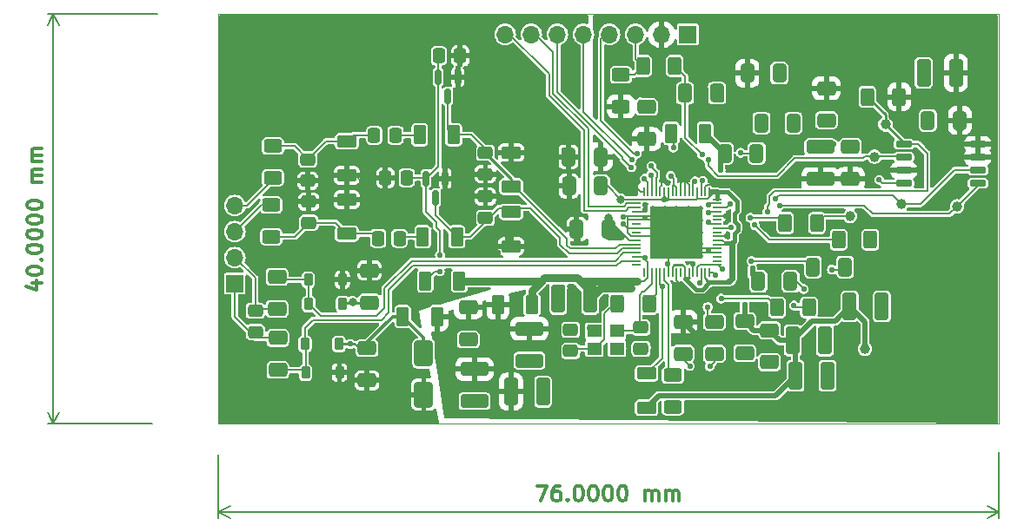
<source format=gbr>
%TF.GenerationSoftware,KiCad,Pcbnew,7.0.2*%
%TF.CreationDate,2023-06-20T23:12:55+02:00*%
%TF.ProjectId,qca7000,71636137-3030-4302-9e6b-696361645f70,rev?*%
%TF.SameCoordinates,Original*%
%TF.FileFunction,Copper,L1,Top*%
%TF.FilePolarity,Positive*%
%FSLAX46Y46*%
G04 Gerber Fmt 4.6, Leading zero omitted, Abs format (unit mm)*
G04 Created by KiCad (PCBNEW 7.0.2) date 2023-06-20 23:12:55*
%MOMM*%
%LPD*%
G01*
G04 APERTURE LIST*
G04 Aperture macros list*
%AMRoundRect*
0 Rectangle with rounded corners*
0 $1 Rounding radius*
0 $2 $3 $4 $5 $6 $7 $8 $9 X,Y pos of 4 corners*
0 Add a 4 corners polygon primitive as box body*
4,1,4,$2,$3,$4,$5,$6,$7,$8,$9,$2,$3,0*
0 Add four circle primitives for the rounded corners*
1,1,$1+$1,$2,$3*
1,1,$1+$1,$4,$5*
1,1,$1+$1,$6,$7*
1,1,$1+$1,$8,$9*
0 Add four rect primitives between the rounded corners*
20,1,$1+$1,$2,$3,$4,$5,0*
20,1,$1+$1,$4,$5,$6,$7,0*
20,1,$1+$1,$6,$7,$8,$9,0*
20,1,$1+$1,$8,$9,$2,$3,0*%
G04 Aperture macros list end*
%ADD10C,0.300000*%
%TA.AperFunction,NonConductor*%
%ADD11C,0.300000*%
%TD*%
%TA.AperFunction,NonConductor*%
%ADD12C,0.200000*%
%TD*%
%TA.AperFunction,ComponentPad*%
%ADD13R,1.700000X1.700000*%
%TD*%
%TA.AperFunction,ComponentPad*%
%ADD14O,1.700000X1.700000*%
%TD*%
%TA.AperFunction,SMDPad,CuDef*%
%ADD15RoundRect,0.150000X-0.150000X0.587500X-0.150000X-0.587500X0.150000X-0.587500X0.150000X0.587500X0*%
%TD*%
%TA.AperFunction,ComponentPad*%
%ADD16C,1.000000*%
%TD*%
%TA.AperFunction,SMDPad,CuDef*%
%ADD17RoundRect,0.250000X-0.400000X-0.625000X0.400000X-0.625000X0.400000X0.625000X-0.400000X0.625000X0*%
%TD*%
%TA.AperFunction,SMDPad,CuDef*%
%ADD18RoundRect,0.250000X-0.412500X-0.650000X0.412500X-0.650000X0.412500X0.650000X-0.412500X0.650000X0*%
%TD*%
%TA.AperFunction,SMDPad,CuDef*%
%ADD19RoundRect,0.250000X0.412500X0.650000X-0.412500X0.650000X-0.412500X-0.650000X0.412500X-0.650000X0*%
%TD*%
%TA.AperFunction,SMDPad,CuDef*%
%ADD20RoundRect,0.250000X0.625000X-0.400000X0.625000X0.400000X-0.625000X0.400000X-0.625000X-0.400000X0*%
%TD*%
%TA.AperFunction,SMDPad,CuDef*%
%ADD21RoundRect,0.250000X-0.475000X0.337500X-0.475000X-0.337500X0.475000X-0.337500X0.475000X0.337500X0*%
%TD*%
%TA.AperFunction,SMDPad,CuDef*%
%ADD22RoundRect,0.250000X-0.337500X-0.475000X0.337500X-0.475000X0.337500X0.475000X-0.337500X0.475000X0*%
%TD*%
%TA.AperFunction,SMDPad,CuDef*%
%ADD23RoundRect,0.250000X0.650000X-0.412500X0.650000X0.412500X-0.650000X0.412500X-0.650000X-0.412500X0*%
%TD*%
%TA.AperFunction,SMDPad,CuDef*%
%ADD24RoundRect,0.250000X0.412500X1.100000X-0.412500X1.100000X-0.412500X-1.100000X0.412500X-1.100000X0*%
%TD*%
%TA.AperFunction,SMDPad,CuDef*%
%ADD25C,1.000000*%
%TD*%
%TA.AperFunction,SMDPad,CuDef*%
%ADD26RoundRect,0.250000X-0.650000X0.412500X-0.650000X-0.412500X0.650000X-0.412500X0.650000X0.412500X0*%
%TD*%
%TA.AperFunction,SMDPad,CuDef*%
%ADD27RoundRect,0.250000X-0.625000X0.400000X-0.625000X-0.400000X0.625000X-0.400000X0.625000X0.400000X0*%
%TD*%
%TA.AperFunction,SMDPad,CuDef*%
%ADD28RoundRect,0.250000X-0.362500X-0.700000X0.362500X-0.700000X0.362500X0.700000X-0.362500X0.700000X0*%
%TD*%
%TA.AperFunction,SMDPad,CuDef*%
%ADD29RoundRect,0.225000X0.225000X0.375000X-0.225000X0.375000X-0.225000X-0.375000X0.225000X-0.375000X0*%
%TD*%
%TA.AperFunction,SMDPad,CuDef*%
%ADD30RoundRect,0.250000X0.700000X-0.362500X0.700000X0.362500X-0.700000X0.362500X-0.700000X-0.362500X0*%
%TD*%
%TA.AperFunction,SMDPad,CuDef*%
%ADD31RoundRect,0.250000X1.100000X-0.412500X1.100000X0.412500X-1.100000X0.412500X-1.100000X-0.412500X0*%
%TD*%
%TA.AperFunction,SMDPad,CuDef*%
%ADD32RoundRect,0.250000X-0.412500X-1.100000X0.412500X-1.100000X0.412500X1.100000X-0.412500X1.100000X0*%
%TD*%
%TA.AperFunction,SMDPad,CuDef*%
%ADD33RoundRect,0.250000X0.337500X0.475000X-0.337500X0.475000X-0.337500X-0.475000X0.337500X-0.475000X0*%
%TD*%
%TA.AperFunction,SMDPad,CuDef*%
%ADD34RoundRect,0.250000X-0.700000X0.362500X-0.700000X-0.362500X0.700000X-0.362500X0.700000X0.362500X0*%
%TD*%
%TA.AperFunction,SMDPad,CuDef*%
%ADD35RoundRect,0.250000X-0.650000X1.000000X-0.650000X-1.000000X0.650000X-1.000000X0.650000X1.000000X0*%
%TD*%
%TA.AperFunction,SMDPad,CuDef*%
%ADD36RoundRect,0.250000X0.362500X0.700000X-0.362500X0.700000X-0.362500X-0.700000X0.362500X-0.700000X0*%
%TD*%
%TA.AperFunction,SMDPad,CuDef*%
%ADD37RoundRect,0.250000X-1.100000X0.412500X-1.100000X-0.412500X1.100000X-0.412500X1.100000X0.412500X0*%
%TD*%
%TA.AperFunction,SMDPad,CuDef*%
%ADD38RoundRect,0.050000X-0.050000X0.362500X-0.050000X-0.362500X0.050000X-0.362500X0.050000X0.362500X0*%
%TD*%
%TA.AperFunction,SMDPad,CuDef*%
%ADD39RoundRect,0.050000X-0.362500X0.050000X-0.362500X-0.050000X0.362500X-0.050000X0.362500X0.050000X0*%
%TD*%
%TA.AperFunction,ComponentPad*%
%ADD40C,0.500000*%
%TD*%
%TA.AperFunction,SMDPad,CuDef*%
%ADD41R,5.200000X5.200000*%
%TD*%
%TA.AperFunction,SMDPad,CuDef*%
%ADD42RoundRect,0.250000X0.475000X-0.337500X0.475000X0.337500X-0.475000X0.337500X-0.475000X-0.337500X0*%
%TD*%
%TA.AperFunction,SMDPad,CuDef*%
%ADD43R,1.400000X1.200000*%
%TD*%
%TA.AperFunction,SMDPad,CuDef*%
%ADD44RoundRect,0.150000X-0.650000X-0.150000X0.650000X-0.150000X0.650000X0.150000X-0.650000X0.150000X0*%
%TD*%
%TA.AperFunction,SMDPad,CuDef*%
%ADD45RoundRect,0.225000X-0.225000X-0.375000X0.225000X-0.375000X0.225000X0.375000X-0.225000X0.375000X0*%
%TD*%
%TA.AperFunction,ViaPad*%
%ADD46C,0.550000*%
%TD*%
%TA.AperFunction,ViaPad*%
%ADD47C,0.800000*%
%TD*%
%TA.AperFunction,ViaPad*%
%ADD48C,0.600000*%
%TD*%
%TA.AperFunction,Conductor*%
%ADD49C,0.200000*%
%TD*%
%TA.AperFunction,Conductor*%
%ADD50C,0.800000*%
%TD*%
%TA.AperFunction,Conductor*%
%ADD51C,0.600000*%
%TD*%
%TA.AperFunction,Conductor*%
%ADD52C,0.400000*%
%TD*%
%TA.AperFunction,Conductor*%
%ADD53C,0.500000*%
%TD*%
%TA.AperFunction,Conductor*%
%ADD54C,0.250000*%
%TD*%
%TA.AperFunction,Conductor*%
%ADD55C,0.300000*%
%TD*%
%TA.AperFunction,Conductor*%
%ADD56C,1.000000*%
%TD*%
%TA.AperFunction,Profile*%
%ADD57C,0.100000*%
%TD*%
G04 APERTURE END LIST*
D10*
D11*
X72813928Y-66714284D02*
X73813928Y-66714284D01*
X72242500Y-67071426D02*
X73313928Y-67428569D01*
X73313928Y-67428569D02*
X73313928Y-66499998D01*
X72313928Y-65642855D02*
X72313928Y-65499998D01*
X72313928Y-65499998D02*
X72385357Y-65357141D01*
X72385357Y-65357141D02*
X72456785Y-65285713D01*
X72456785Y-65285713D02*
X72599642Y-65214284D01*
X72599642Y-65214284D02*
X72885357Y-65142855D01*
X72885357Y-65142855D02*
X73242500Y-65142855D01*
X73242500Y-65142855D02*
X73528214Y-65214284D01*
X73528214Y-65214284D02*
X73671071Y-65285713D01*
X73671071Y-65285713D02*
X73742500Y-65357141D01*
X73742500Y-65357141D02*
X73813928Y-65499998D01*
X73813928Y-65499998D02*
X73813928Y-65642855D01*
X73813928Y-65642855D02*
X73742500Y-65785713D01*
X73742500Y-65785713D02*
X73671071Y-65857141D01*
X73671071Y-65857141D02*
X73528214Y-65928570D01*
X73528214Y-65928570D02*
X73242500Y-65999998D01*
X73242500Y-65999998D02*
X72885357Y-65999998D01*
X72885357Y-65999998D02*
X72599642Y-65928570D01*
X72599642Y-65928570D02*
X72456785Y-65857141D01*
X72456785Y-65857141D02*
X72385357Y-65785713D01*
X72385357Y-65785713D02*
X72313928Y-65642855D01*
X73671071Y-64499999D02*
X73742500Y-64428570D01*
X73742500Y-64428570D02*
X73813928Y-64499999D01*
X73813928Y-64499999D02*
X73742500Y-64571427D01*
X73742500Y-64571427D02*
X73671071Y-64499999D01*
X73671071Y-64499999D02*
X73813928Y-64499999D01*
X72313928Y-63499998D02*
X72313928Y-63357141D01*
X72313928Y-63357141D02*
X72385357Y-63214284D01*
X72385357Y-63214284D02*
X72456785Y-63142856D01*
X72456785Y-63142856D02*
X72599642Y-63071427D01*
X72599642Y-63071427D02*
X72885357Y-62999998D01*
X72885357Y-62999998D02*
X73242500Y-62999998D01*
X73242500Y-62999998D02*
X73528214Y-63071427D01*
X73528214Y-63071427D02*
X73671071Y-63142856D01*
X73671071Y-63142856D02*
X73742500Y-63214284D01*
X73742500Y-63214284D02*
X73813928Y-63357141D01*
X73813928Y-63357141D02*
X73813928Y-63499998D01*
X73813928Y-63499998D02*
X73742500Y-63642856D01*
X73742500Y-63642856D02*
X73671071Y-63714284D01*
X73671071Y-63714284D02*
X73528214Y-63785713D01*
X73528214Y-63785713D02*
X73242500Y-63857141D01*
X73242500Y-63857141D02*
X72885357Y-63857141D01*
X72885357Y-63857141D02*
X72599642Y-63785713D01*
X72599642Y-63785713D02*
X72456785Y-63714284D01*
X72456785Y-63714284D02*
X72385357Y-63642856D01*
X72385357Y-63642856D02*
X72313928Y-63499998D01*
X72313928Y-62071427D02*
X72313928Y-61928570D01*
X72313928Y-61928570D02*
X72385357Y-61785713D01*
X72385357Y-61785713D02*
X72456785Y-61714285D01*
X72456785Y-61714285D02*
X72599642Y-61642856D01*
X72599642Y-61642856D02*
X72885357Y-61571427D01*
X72885357Y-61571427D02*
X73242500Y-61571427D01*
X73242500Y-61571427D02*
X73528214Y-61642856D01*
X73528214Y-61642856D02*
X73671071Y-61714285D01*
X73671071Y-61714285D02*
X73742500Y-61785713D01*
X73742500Y-61785713D02*
X73813928Y-61928570D01*
X73813928Y-61928570D02*
X73813928Y-62071427D01*
X73813928Y-62071427D02*
X73742500Y-62214285D01*
X73742500Y-62214285D02*
X73671071Y-62285713D01*
X73671071Y-62285713D02*
X73528214Y-62357142D01*
X73528214Y-62357142D02*
X73242500Y-62428570D01*
X73242500Y-62428570D02*
X72885357Y-62428570D01*
X72885357Y-62428570D02*
X72599642Y-62357142D01*
X72599642Y-62357142D02*
X72456785Y-62285713D01*
X72456785Y-62285713D02*
X72385357Y-62214285D01*
X72385357Y-62214285D02*
X72313928Y-62071427D01*
X72313928Y-60642856D02*
X72313928Y-60499999D01*
X72313928Y-60499999D02*
X72385357Y-60357142D01*
X72385357Y-60357142D02*
X72456785Y-60285714D01*
X72456785Y-60285714D02*
X72599642Y-60214285D01*
X72599642Y-60214285D02*
X72885357Y-60142856D01*
X72885357Y-60142856D02*
X73242500Y-60142856D01*
X73242500Y-60142856D02*
X73528214Y-60214285D01*
X73528214Y-60214285D02*
X73671071Y-60285714D01*
X73671071Y-60285714D02*
X73742500Y-60357142D01*
X73742500Y-60357142D02*
X73813928Y-60499999D01*
X73813928Y-60499999D02*
X73813928Y-60642856D01*
X73813928Y-60642856D02*
X73742500Y-60785714D01*
X73742500Y-60785714D02*
X73671071Y-60857142D01*
X73671071Y-60857142D02*
X73528214Y-60928571D01*
X73528214Y-60928571D02*
X73242500Y-60999999D01*
X73242500Y-60999999D02*
X72885357Y-60999999D01*
X72885357Y-60999999D02*
X72599642Y-60928571D01*
X72599642Y-60928571D02*
X72456785Y-60857142D01*
X72456785Y-60857142D02*
X72385357Y-60785714D01*
X72385357Y-60785714D02*
X72313928Y-60642856D01*
X72313928Y-59214285D02*
X72313928Y-59071428D01*
X72313928Y-59071428D02*
X72385357Y-58928571D01*
X72385357Y-58928571D02*
X72456785Y-58857143D01*
X72456785Y-58857143D02*
X72599642Y-58785714D01*
X72599642Y-58785714D02*
X72885357Y-58714285D01*
X72885357Y-58714285D02*
X73242500Y-58714285D01*
X73242500Y-58714285D02*
X73528214Y-58785714D01*
X73528214Y-58785714D02*
X73671071Y-58857143D01*
X73671071Y-58857143D02*
X73742500Y-58928571D01*
X73742500Y-58928571D02*
X73813928Y-59071428D01*
X73813928Y-59071428D02*
X73813928Y-59214285D01*
X73813928Y-59214285D02*
X73742500Y-59357143D01*
X73742500Y-59357143D02*
X73671071Y-59428571D01*
X73671071Y-59428571D02*
X73528214Y-59500000D01*
X73528214Y-59500000D02*
X73242500Y-59571428D01*
X73242500Y-59571428D02*
X72885357Y-59571428D01*
X72885357Y-59571428D02*
X72599642Y-59500000D01*
X72599642Y-59500000D02*
X72456785Y-59428571D01*
X72456785Y-59428571D02*
X72385357Y-59357143D01*
X72385357Y-59357143D02*
X72313928Y-59214285D01*
X73813928Y-56928572D02*
X72813928Y-56928572D01*
X72956785Y-56928572D02*
X72885357Y-56857143D01*
X72885357Y-56857143D02*
X72813928Y-56714286D01*
X72813928Y-56714286D02*
X72813928Y-56500000D01*
X72813928Y-56500000D02*
X72885357Y-56357143D01*
X72885357Y-56357143D02*
X73028214Y-56285715D01*
X73028214Y-56285715D02*
X73813928Y-56285715D01*
X73028214Y-56285715D02*
X72885357Y-56214286D01*
X72885357Y-56214286D02*
X72813928Y-56071429D01*
X72813928Y-56071429D02*
X72813928Y-55857143D01*
X72813928Y-55857143D02*
X72885357Y-55714286D01*
X72885357Y-55714286D02*
X73028214Y-55642857D01*
X73028214Y-55642857D02*
X73813928Y-55642857D01*
X73813928Y-54928572D02*
X72813928Y-54928572D01*
X72956785Y-54928572D02*
X72885357Y-54857143D01*
X72885357Y-54857143D02*
X72813928Y-54714286D01*
X72813928Y-54714286D02*
X72813928Y-54500000D01*
X72813928Y-54500000D02*
X72885357Y-54357143D01*
X72885357Y-54357143D02*
X73028214Y-54285715D01*
X73028214Y-54285715D02*
X73813928Y-54285715D01*
X73028214Y-54285715D02*
X72885357Y-54214286D01*
X72885357Y-54214286D02*
X72813928Y-54071429D01*
X72813928Y-54071429D02*
X72813928Y-53857143D01*
X72813928Y-53857143D02*
X72885357Y-53714286D01*
X72885357Y-53714286D02*
X73028214Y-53642857D01*
X73028214Y-53642857D02*
X73813928Y-53642857D01*
D12*
X84500000Y-80500000D02*
X74333580Y-80500000D01*
X74333580Y-40500000D02*
X85000000Y-40500000D01*
X74920000Y-80500000D02*
X74920000Y-40500000D01*
X74920000Y-80500000D02*
X74920000Y-40500000D01*
X74920000Y-80500000D02*
X74333579Y-79373496D01*
X74920000Y-80500000D02*
X75506421Y-79373496D01*
X74920000Y-40500000D02*
X75506421Y-41626504D01*
X74920000Y-40500000D02*
X74333579Y-41626504D01*
D10*
D11*
X122000001Y-86523928D02*
X123000001Y-86523928D01*
X123000001Y-86523928D02*
X122357144Y-88023928D01*
X124214287Y-86523928D02*
X123928572Y-86523928D01*
X123928572Y-86523928D02*
X123785715Y-86595357D01*
X123785715Y-86595357D02*
X123714287Y-86666785D01*
X123714287Y-86666785D02*
X123571429Y-86881071D01*
X123571429Y-86881071D02*
X123500001Y-87166785D01*
X123500001Y-87166785D02*
X123500001Y-87738214D01*
X123500001Y-87738214D02*
X123571429Y-87881071D01*
X123571429Y-87881071D02*
X123642858Y-87952500D01*
X123642858Y-87952500D02*
X123785715Y-88023928D01*
X123785715Y-88023928D02*
X124071429Y-88023928D01*
X124071429Y-88023928D02*
X124214287Y-87952500D01*
X124214287Y-87952500D02*
X124285715Y-87881071D01*
X124285715Y-87881071D02*
X124357144Y-87738214D01*
X124357144Y-87738214D02*
X124357144Y-87381071D01*
X124357144Y-87381071D02*
X124285715Y-87238214D01*
X124285715Y-87238214D02*
X124214287Y-87166785D01*
X124214287Y-87166785D02*
X124071429Y-87095357D01*
X124071429Y-87095357D02*
X123785715Y-87095357D01*
X123785715Y-87095357D02*
X123642858Y-87166785D01*
X123642858Y-87166785D02*
X123571429Y-87238214D01*
X123571429Y-87238214D02*
X123500001Y-87381071D01*
X125000000Y-87881071D02*
X125071429Y-87952500D01*
X125071429Y-87952500D02*
X125000000Y-88023928D01*
X125000000Y-88023928D02*
X124928572Y-87952500D01*
X124928572Y-87952500D02*
X125000000Y-87881071D01*
X125000000Y-87881071D02*
X125000000Y-88023928D01*
X126000001Y-86523928D02*
X126142858Y-86523928D01*
X126142858Y-86523928D02*
X126285715Y-86595357D01*
X126285715Y-86595357D02*
X126357144Y-86666785D01*
X126357144Y-86666785D02*
X126428572Y-86809642D01*
X126428572Y-86809642D02*
X126500001Y-87095357D01*
X126500001Y-87095357D02*
X126500001Y-87452500D01*
X126500001Y-87452500D02*
X126428572Y-87738214D01*
X126428572Y-87738214D02*
X126357144Y-87881071D01*
X126357144Y-87881071D02*
X126285715Y-87952500D01*
X126285715Y-87952500D02*
X126142858Y-88023928D01*
X126142858Y-88023928D02*
X126000001Y-88023928D01*
X126000001Y-88023928D02*
X125857144Y-87952500D01*
X125857144Y-87952500D02*
X125785715Y-87881071D01*
X125785715Y-87881071D02*
X125714286Y-87738214D01*
X125714286Y-87738214D02*
X125642858Y-87452500D01*
X125642858Y-87452500D02*
X125642858Y-87095357D01*
X125642858Y-87095357D02*
X125714286Y-86809642D01*
X125714286Y-86809642D02*
X125785715Y-86666785D01*
X125785715Y-86666785D02*
X125857144Y-86595357D01*
X125857144Y-86595357D02*
X126000001Y-86523928D01*
X127428572Y-86523928D02*
X127571429Y-86523928D01*
X127571429Y-86523928D02*
X127714286Y-86595357D01*
X127714286Y-86595357D02*
X127785715Y-86666785D01*
X127785715Y-86666785D02*
X127857143Y-86809642D01*
X127857143Y-86809642D02*
X127928572Y-87095357D01*
X127928572Y-87095357D02*
X127928572Y-87452500D01*
X127928572Y-87452500D02*
X127857143Y-87738214D01*
X127857143Y-87738214D02*
X127785715Y-87881071D01*
X127785715Y-87881071D02*
X127714286Y-87952500D01*
X127714286Y-87952500D02*
X127571429Y-88023928D01*
X127571429Y-88023928D02*
X127428572Y-88023928D01*
X127428572Y-88023928D02*
X127285715Y-87952500D01*
X127285715Y-87952500D02*
X127214286Y-87881071D01*
X127214286Y-87881071D02*
X127142857Y-87738214D01*
X127142857Y-87738214D02*
X127071429Y-87452500D01*
X127071429Y-87452500D02*
X127071429Y-87095357D01*
X127071429Y-87095357D02*
X127142857Y-86809642D01*
X127142857Y-86809642D02*
X127214286Y-86666785D01*
X127214286Y-86666785D02*
X127285715Y-86595357D01*
X127285715Y-86595357D02*
X127428572Y-86523928D01*
X128857143Y-86523928D02*
X129000000Y-86523928D01*
X129000000Y-86523928D02*
X129142857Y-86595357D01*
X129142857Y-86595357D02*
X129214286Y-86666785D01*
X129214286Y-86666785D02*
X129285714Y-86809642D01*
X129285714Y-86809642D02*
X129357143Y-87095357D01*
X129357143Y-87095357D02*
X129357143Y-87452500D01*
X129357143Y-87452500D02*
X129285714Y-87738214D01*
X129285714Y-87738214D02*
X129214286Y-87881071D01*
X129214286Y-87881071D02*
X129142857Y-87952500D01*
X129142857Y-87952500D02*
X129000000Y-88023928D01*
X129000000Y-88023928D02*
X128857143Y-88023928D01*
X128857143Y-88023928D02*
X128714286Y-87952500D01*
X128714286Y-87952500D02*
X128642857Y-87881071D01*
X128642857Y-87881071D02*
X128571428Y-87738214D01*
X128571428Y-87738214D02*
X128500000Y-87452500D01*
X128500000Y-87452500D02*
X128500000Y-87095357D01*
X128500000Y-87095357D02*
X128571428Y-86809642D01*
X128571428Y-86809642D02*
X128642857Y-86666785D01*
X128642857Y-86666785D02*
X128714286Y-86595357D01*
X128714286Y-86595357D02*
X128857143Y-86523928D01*
X130285714Y-86523928D02*
X130428571Y-86523928D01*
X130428571Y-86523928D02*
X130571428Y-86595357D01*
X130571428Y-86595357D02*
X130642857Y-86666785D01*
X130642857Y-86666785D02*
X130714285Y-86809642D01*
X130714285Y-86809642D02*
X130785714Y-87095357D01*
X130785714Y-87095357D02*
X130785714Y-87452500D01*
X130785714Y-87452500D02*
X130714285Y-87738214D01*
X130714285Y-87738214D02*
X130642857Y-87881071D01*
X130642857Y-87881071D02*
X130571428Y-87952500D01*
X130571428Y-87952500D02*
X130428571Y-88023928D01*
X130428571Y-88023928D02*
X130285714Y-88023928D01*
X130285714Y-88023928D02*
X130142857Y-87952500D01*
X130142857Y-87952500D02*
X130071428Y-87881071D01*
X130071428Y-87881071D02*
X129999999Y-87738214D01*
X129999999Y-87738214D02*
X129928571Y-87452500D01*
X129928571Y-87452500D02*
X129928571Y-87095357D01*
X129928571Y-87095357D02*
X129999999Y-86809642D01*
X129999999Y-86809642D02*
X130071428Y-86666785D01*
X130071428Y-86666785D02*
X130142857Y-86595357D01*
X130142857Y-86595357D02*
X130285714Y-86523928D01*
X132571427Y-88023928D02*
X132571427Y-87023928D01*
X132571427Y-87166785D02*
X132642856Y-87095357D01*
X132642856Y-87095357D02*
X132785713Y-87023928D01*
X132785713Y-87023928D02*
X132999999Y-87023928D01*
X132999999Y-87023928D02*
X133142856Y-87095357D01*
X133142856Y-87095357D02*
X133214285Y-87238214D01*
X133214285Y-87238214D02*
X133214285Y-88023928D01*
X133214285Y-87238214D02*
X133285713Y-87095357D01*
X133285713Y-87095357D02*
X133428570Y-87023928D01*
X133428570Y-87023928D02*
X133642856Y-87023928D01*
X133642856Y-87023928D02*
X133785713Y-87095357D01*
X133785713Y-87095357D02*
X133857142Y-87238214D01*
X133857142Y-87238214D02*
X133857142Y-88023928D01*
X134571427Y-88023928D02*
X134571427Y-87023928D01*
X134571427Y-87166785D02*
X134642856Y-87095357D01*
X134642856Y-87095357D02*
X134785713Y-87023928D01*
X134785713Y-87023928D02*
X134999999Y-87023928D01*
X134999999Y-87023928D02*
X135142856Y-87095357D01*
X135142856Y-87095357D02*
X135214285Y-87238214D01*
X135214285Y-87238214D02*
X135214285Y-88023928D01*
X135214285Y-87238214D02*
X135285713Y-87095357D01*
X135285713Y-87095357D02*
X135428570Y-87023928D01*
X135428570Y-87023928D02*
X135642856Y-87023928D01*
X135642856Y-87023928D02*
X135785713Y-87095357D01*
X135785713Y-87095357D02*
X135857142Y-87238214D01*
X135857142Y-87238214D02*
X135857142Y-88023928D01*
D12*
X91000000Y-83500000D02*
X91000000Y-89716420D01*
X167000000Y-89716420D02*
X167000000Y-83300000D01*
X91000000Y-89130000D02*
X167000000Y-89130000D01*
X91000000Y-89130000D02*
X167000000Y-89130000D01*
X91000000Y-89130000D02*
X92126504Y-88543579D01*
X91000000Y-89130000D02*
X92126504Y-89716421D01*
X167000000Y-89130000D02*
X165873496Y-89716421D01*
X167000000Y-89130000D02*
X165873496Y-88543579D01*
D13*
%TO.P,J1,1,Pin_1*%
%TO.N,TX_P*%
X92580000Y-66820000D03*
D14*
%TO.P,J1,2,Pin_2*%
%TO.N,TX_N*%
X92580000Y-64280000D03*
%TO.P,J1,3,Pin_3*%
%TO.N,RX_P*%
X92580000Y-61740000D03*
%TO.P,J1,4,Pin_4*%
%TO.N,RX_N*%
X92580000Y-59200000D03*
%TD*%
D15*
%TO.P,D7,1,K*%
%TO.N,GND*%
X114298750Y-46662500D03*
%TO.P,D7,2,A*%
%TO.N,Net-(D6-A)*%
X112398750Y-46662500D03*
%TO.P,D7,3,K*%
%TO.N,RXIN_N*%
X113348750Y-48537500D03*
%TD*%
D16*
%TO.P,TP9,1,1*%
%TO.N,SPI_DI*%
X154900000Y-54450000D03*
%TD*%
D17*
%TO.P,R6,1*%
%TO.N,Net-(C49-Pad2)*%
X129850000Y-68800000D03*
%TO.P,R6,2*%
%TO.N,Net-(D10-XTAL_OUT)*%
X132950000Y-68800000D03*
%TD*%
D18*
%TO.P,C30,1*%
%TO.N,GND*%
X125087500Y-54450000D03*
%TO.P,C30,2*%
%TO.N,+3V3_D*%
X128212500Y-54450000D03*
%TD*%
D19*
%TO.P,C47,1*%
%TO.N,+1V2_C*%
X129012500Y-61500000D03*
%TO.P,C47,2*%
%TO.N,GND*%
X125887500Y-61500000D03*
%TD*%
D20*
%TO.P,R2,1*%
%TO.N,Net-(C4-Pad2)*%
X96148750Y-62250000D03*
%TO.P,R2,2*%
%TO.N,RX_P*%
X96148750Y-59150000D03*
%TD*%
D16*
%TO.P,TP6,1,1*%
%TO.N,SPI_CS_L*%
X155950000Y-51290000D03*
%TD*%
D21*
%TO.P,C49,1*%
%TO.N,GND*%
X125300000Y-71312500D03*
%TO.P,C49,2*%
%TO.N,Net-(C49-Pad2)*%
X125300000Y-73387500D03*
%TD*%
D22*
%TO.P,C15,1*%
%TO.N,GND*%
X107261250Y-56500000D03*
%TO.P,C15,2*%
%TO.N,Net-(D6-A)*%
X109336250Y-56500000D03*
%TD*%
D23*
%TO.P,C29,1*%
%TO.N,GND*%
X142250000Y-73612500D03*
%TO.P,C29,2*%
%TO.N,+1V2_C*%
X142250000Y-70487500D03*
%TD*%
D24*
%TO.P,C35,1*%
%TO.N,GND*%
X122612500Y-77360000D03*
%TO.P,C35,2*%
%TO.N,+3V3_D*%
X119487500Y-77360000D03*
%TD*%
D25*
%TO.P,TP2,1,1*%
%TO.N,Net-(R19-Pad2)*%
X152500000Y-60250000D03*
%TD*%
D26*
%TO.P,C9,1*%
%TO.N,GND*%
X105700000Y-65537500D03*
%TO.P,C9,2*%
%TO.N,Net-(D3-K)*%
X105700000Y-68662500D03*
%TD*%
D24*
%TO.P,C52,1*%
%TO.N,GND*%
X155602500Y-69050000D03*
%TO.P,C52,2*%
%TO.N,+1V2_C*%
X152477500Y-69050000D03*
%TD*%
D27*
%TO.P,R8,1*%
%TO.N,RESET#*%
X130200000Y-46450000D03*
%TO.P,R8,2*%
%TO.N,+3V3_D*%
X130200000Y-49550000D03*
%TD*%
D28*
%TO.P,L3,1,1*%
%TO.N,Net-(C7-Pad1)*%
X110586250Y-52300000D03*
%TO.P,L3,2,2*%
%TO.N,RXIN_N*%
X113911250Y-52300000D03*
%TD*%
D29*
%TO.P,D3,1,K*%
%TO.N,Net-(D3-K)*%
X103087500Y-68820000D03*
%TO.P,D3,2,A*%
%TO.N,TXOUT_N*%
X99787500Y-68820000D03*
%TD*%
D15*
%TO.P,D6,1,K*%
%TO.N,GND*%
X113098750Y-56575000D03*
%TO.P,D6,2,A*%
%TO.N,Net-(D6-A)*%
X111198750Y-56575000D03*
%TO.P,D6,3,K*%
%TO.N,RXIN_P*%
X112148750Y-58450000D03*
%TD*%
D17*
%TO.P,R16,1*%
%TO.N,GPIO_1*%
X151400000Y-62550000D03*
%TO.P,R16,2*%
%TO.N,GND*%
X154500000Y-62550000D03*
%TD*%
D29*
%TO.P,D4,1,K*%
%TO.N,Net-(D3-K)*%
X102727500Y-72710000D03*
%TO.P,D4,2,A*%
%TO.N,TXOUT_P*%
X99427500Y-72710000D03*
%TD*%
D23*
%TO.P,C19,1*%
%TO.N,GND*%
X144660000Y-74492500D03*
%TO.P,C19,2*%
%TO.N,+1V2_C*%
X144660000Y-71367500D03*
%TD*%
D30*
%TO.P,L9,1,1*%
%TO.N,GND*%
X119500000Y-63162500D03*
%TO.P,L9,2,2*%
%TO.N,RXIN_P*%
X119500000Y-59837500D03*
%TD*%
D31*
%TO.P,C41,1*%
%TO.N,GND*%
X115940000Y-78282500D03*
%TO.P,C41,2*%
%TO.N,+3V3_D*%
X115940000Y-75157500D03*
%TD*%
D19*
%TO.P,C23,1*%
%TO.N,GND*%
X146712500Y-66600000D03*
%TO.P,C23,2*%
%TO.N,+1V2_C*%
X143587500Y-66600000D03*
%TD*%
D32*
%TO.P,C42,1*%
%TO.N,GND*%
X159687500Y-46250000D03*
%TO.P,C42,2*%
%TO.N,+3V3_D*%
X162812500Y-46250000D03*
%TD*%
D23*
%TO.P,C17,1*%
%TO.N,GND*%
X115340000Y-72272500D03*
%TO.P,C17,2*%
%TO.N,+3V3_D*%
X115340000Y-69147500D03*
%TD*%
D21*
%TO.P,C3,1*%
%TO.N,Net-(C3-Pad1)*%
X99698750Y-54712500D03*
%TO.P,C3,2*%
%TO.N,GND*%
X99698750Y-56787500D03*
%TD*%
D18*
%TO.P,C34,1*%
%TO.N,GND*%
X125137500Y-57300000D03*
%TO.P,C34,2*%
%TO.N,+1V2_C*%
X128262500Y-57300000D03*
%TD*%
D19*
%TO.P,C44,1*%
%TO.N,+3V3_D*%
X163212500Y-50900000D03*
%TO.P,C44,2*%
%TO.N,GND*%
X160087500Y-50900000D03*
%TD*%
D17*
%TO.P,R5,1*%
%TO.N,Net-(D10-RBIAS)*%
X145400000Y-69150000D03*
%TO.P,R5,2*%
%TO.N,GND*%
X148500000Y-69150000D03*
%TD*%
D33*
%TO.P,C24,1*%
%TO.N,GND*%
X114536250Y-44600000D03*
%TO.P,C24,2*%
%TO.N,Net-(D6-A)*%
X112461250Y-44600000D03*
%TD*%
D28*
%TO.P,L7,1,1*%
%TO.N,Net-(D3-K)*%
X108947500Y-70020000D03*
%TO.P,L7,2,2*%
%TO.N,+3V3_D*%
X112272500Y-70020000D03*
%TD*%
D23*
%TO.P,C38,1*%
%TO.N,+3V3_D*%
X152550000Y-56612500D03*
%TO.P,C38,2*%
%TO.N,GND*%
X152550000Y-53487500D03*
%TD*%
%TO.P,C46,1*%
%TO.N,+3V3_D*%
X132700000Y-52712500D03*
%TO.P,C46,2*%
%TO.N,GND*%
X132700000Y-49587500D03*
%TD*%
D34*
%TO.P,L2,1,1*%
%TO.N,GND*%
X103498750Y-58637500D03*
%TO.P,L2,2,2*%
%TO.N,Net-(C4-Pad2)*%
X103498750Y-61962500D03*
%TD*%
D18*
%TO.P,C48,1*%
%TO.N,+1V2_C*%
X140287500Y-54100000D03*
%TO.P,C48,2*%
%TO.N,GND*%
X143412500Y-54100000D03*
%TD*%
D33*
%TO.P,C8,1*%
%TO.N,Net-(C8-Pad1)*%
X108636250Y-62400000D03*
%TO.P,C8,2*%
%TO.N,Net-(C4-Pad2)*%
X106561250Y-62400000D03*
%TD*%
D17*
%TO.P,R9,1*%
%TO.N,SPI_CS_L*%
X154200000Y-48600000D03*
%TO.P,R9,2*%
%TO.N,+3V3_D*%
X157300000Y-48600000D03*
%TD*%
D21*
%TO.P,C4,1*%
%TO.N,GND*%
X99798750Y-58812500D03*
%TO.P,C4,2*%
%TO.N,Net-(C4-Pad2)*%
X99798750Y-60887500D03*
%TD*%
D13*
%TO.P,J2,1,Pin_1*%
%TO.N,GND*%
X136700000Y-42500000D03*
D14*
%TO.P,J2,2,Pin_2*%
%TO.N,+3V3_D*%
X134160000Y-42500000D03*
%TO.P,J2,3,Pin_3*%
%TO.N,RESET#*%
X131620000Y-42500000D03*
%TO.P,J2,4,Pin_4*%
%TO.N,SERIAL_IO_4_MOSI*%
X129080000Y-42500000D03*
%TO.P,J2,5,Pin_5*%
%TO.N,SERIAL_IO_3_MISO*%
X126540000Y-42500000D03*
%TO.P,J2,6,Pin_6*%
%TO.N,SERIAL_IO_2_CS*%
X124000000Y-42500000D03*
%TO.P,J2,7,Pin_7*%
%TO.N,SERIAL_IO_1_CLK*%
X121460000Y-42500000D03*
%TO.P,J2,8,Pin_8*%
%TO.N,SERIAL_IO_0_INT*%
X118920000Y-42500000D03*
%TD*%
D35*
%TO.P,D5,1,K*%
%TO.N,Net-(D3-K)*%
X110990000Y-73642500D03*
%TO.P,D5,2,A*%
%TO.N,GND*%
X110990000Y-77642500D03*
%TD*%
D32*
%TO.P,C12,1*%
%TO.N,GND*%
X124087500Y-68300000D03*
%TO.P,C12,2*%
%TO.N,+3V3_A*%
X127212500Y-68300000D03*
%TD*%
D21*
%TO.P,C2,1*%
%TO.N,TX_N*%
X94580000Y-69462500D03*
%TO.P,C2,2*%
%TO.N,TX_P*%
X94580000Y-71537500D03*
%TD*%
D36*
%TO.P,L6,1,1*%
%TO.N,+3V3_A*%
X121532500Y-68890000D03*
%TO.P,L6,2,2*%
%TO.N,+3V3_D*%
X118207500Y-68890000D03*
%TD*%
D23*
%TO.P,C5,1*%
%TO.N,TXOUT_P*%
X96770000Y-75242500D03*
%TO.P,C5,2*%
%TO.N,TX_P*%
X96770000Y-72117500D03*
%TD*%
D26*
%TO.P,C6,1*%
%TO.N,TXOUT_N*%
X96710000Y-66167500D03*
%TO.P,C6,2*%
%TO.N,TX_N*%
X96710000Y-69292500D03*
%TD*%
D28*
%TO.P,L10,1,1*%
%TO.N,Net-(#FLG0104-pwr)*%
X135087500Y-52150000D03*
%TO.P,L10,2,2*%
%TO.N,+1V2_C*%
X138412500Y-52150000D03*
%TD*%
D34*
%TO.P,L5,1,1*%
%TO.N,Net-(#FLG0106-pwr)*%
X132700000Y-75587500D03*
%TO.P,L5,2,2*%
%TO.N,+1V2_C*%
X132700000Y-78912500D03*
%TD*%
D23*
%TO.P,C10,1*%
%TO.N,GND*%
X105470000Y-76252500D03*
%TO.P,C10,2*%
%TO.N,Net-(D3-K)*%
X105470000Y-73127500D03*
%TD*%
D25*
%TO.P,TP5,1,1*%
%TO.N,+1V2_C*%
X153950000Y-73190000D03*
%TD*%
D17*
%TO.P,R7,1*%
%TO.N,RESET#*%
X132350000Y-45600000D03*
%TO.P,R7,2*%
%TO.N,Net-(D10-RESET_L)*%
X135450000Y-45600000D03*
%TD*%
D16*
%TO.P,TP8,1,1*%
%TO.N,SPI_DO*%
X162940000Y-59280000D03*
%TD*%
D18*
%TO.P,C45,1*%
%TO.N,Net-(D10-RESET_L)*%
X136437500Y-48250000D03*
%TO.P,C45,2*%
%TO.N,GND*%
X139562500Y-48250000D03*
%TD*%
D17*
%TO.P,R19,1*%
%TO.N,GPIO_2*%
X146200000Y-60900000D03*
%TO.P,R19,2*%
%TO.N,Net-(R19-Pad2)*%
X149300000Y-60900000D03*
%TD*%
D26*
%TO.P,C43,1*%
%TO.N,+3V3_D*%
X136250000Y-70537500D03*
%TO.P,C43,2*%
%TO.N,GND*%
X136250000Y-73662500D03*
%TD*%
D28*
%TO.P,L4,1,1*%
%TO.N,Net-(C8-Pad1)*%
X110886250Y-62250000D03*
%TO.P,L4,2,2*%
%TO.N,RXIN_P*%
X114211250Y-62250000D03*
%TD*%
D37*
%TO.P,C55,1*%
%TO.N,+3V3_D*%
X121280000Y-71207500D03*
%TO.P,C55,2*%
%TO.N,GND*%
X121280000Y-74332500D03*
%TD*%
D21*
%TO.P,C13,1*%
%TO.N,RXIN_N*%
X117000000Y-54062500D03*
%TO.P,C13,2*%
%TO.N,GND*%
X117000000Y-56137500D03*
%TD*%
D38*
%TO.P,D10,1,VDD*%
%TO.N,+1V2_C*%
X138820500Y-57864000D03*
%TO.P,D10,2,DVDD*%
%TO.N,+3V3_D*%
X138420500Y-57864000D03*
%TO.P,D10,3,SPI_DI*%
%TO.N,SPI_DI*%
X138020500Y-57864000D03*
%TO.P,D10,4,VDD*%
%TO.N,+1V2_C*%
X137620500Y-57864000D03*
%TO.P,D10,5,RESET_L*%
%TO.N,Net-(D10-RESET_L)*%
X137220500Y-57864000D03*
%TO.P,D10,6,DVDD*%
%TO.N,+3V3_D*%
X136820500Y-57864000D03*
%TO.P,D10,7,SW_DVDD_IN*%
X136420500Y-57864000D03*
%TO.P,D10,8,SW_DVDD_IN*%
X136020500Y-57864000D03*
%TO.P,D10,9,SW_VDD_OUT*%
%TO.N,Net-(#FLG0104-pwr)*%
X135620500Y-57864000D03*
%TO.P,D10,10,SW_VDD_OUT*%
X135220500Y-57864000D03*
%TO.P,D10,11,VREG_SWREG_FB*%
%TO.N,+1V2_C*%
X134820500Y-57864000D03*
%TO.P,D10,12,VDD*%
X134420500Y-57864000D03*
%TO.P,D10,13,DVDD*%
%TO.N,+3V3_D*%
X134020500Y-57864000D03*
%TO.P,D10,14,SERIAL_IO[4]*%
%TO.N,SERIAL_IO_4_MOSI*%
X133620500Y-57864000D03*
%TO.P,D10,15,SERIAL_IO[3]*%
%TO.N,SERIAL_IO_3_MISO*%
X133220500Y-57864000D03*
%TO.P,D10,16,SERIAL_IO[2]*%
%TO.N,SERIAL_IO_2_CS*%
X132820500Y-57864000D03*
%TO.P,D10,17,DVDD*%
%TO.N,+3V3_D*%
X132420500Y-57864000D03*
D39*
%TO.P,D10,18,VDD*%
%TO.N,+1V2_C*%
X131683000Y-58601500D03*
%TO.P,D10,19,SERIAL_IO[1]*%
%TO.N,SERIAL_IO_1_CLK*%
X131683000Y-59001500D03*
%TO.P,D10,20,SERIAL_IO[0]*%
%TO.N,SERIAL_IO_0_INT*%
X131683000Y-59401500D03*
%TO.P,D10,21,DVDD*%
%TO.N,+3V3_D*%
X131683000Y-59801500D03*
%TO.P,D10,22,TDI*%
%TO.N,GND*%
X131683000Y-60201500D03*
%TO.P,D10,23,TCK*%
X131683000Y-60601500D03*
%TO.P,D10,24,TDO*%
%TO.N,unconnected-(D10-TDO-Pad24)*%
X131683000Y-61001500D03*
%TO.P,D10,25,TMS*%
%TO.N,GND*%
X131683000Y-61401500D03*
%TO.P,D10,26,RTCK*%
%TO.N,unconnected-(D10-RTCK-Pad26)*%
X131683000Y-61801500D03*
%TO.P,D10,27,TRST_L*%
%TO.N,GND*%
X131683000Y-62201500D03*
%TO.P,D10,28,VDD*%
%TO.N,+1V2_C*%
X131683000Y-62601500D03*
%TO.P,D10,29,RXIN_N*%
%TO.N,RXIN_N*%
X131683000Y-63001500D03*
%TO.P,D10,30,RXIN_P*%
%TO.N,RXIN_P*%
X131683000Y-63401500D03*
%TO.P,D10,31,TXOUT_N*%
%TO.N,TXOUT_N*%
X131683000Y-63801500D03*
%TO.P,D10,32,DVDDHLD*%
%TO.N,+3V3_A*%
X131683000Y-64201500D03*
%TO.P,D10,33,TXOUT_P*%
%TO.N,TXOUT_P*%
X131683000Y-64601500D03*
%TO.P,D10,34,ATB_N*%
%TO.N,unconnected-(D10-ATB_N-Pad34)*%
X131683000Y-65001500D03*
D38*
%TO.P,D10,35,ATB_P*%
%TO.N,unconnected-(D10-ATB_P-Pad35)*%
X132420500Y-65739000D03*
%TO.P,D10,36,XTAL_DVDD*%
%TO.N,+3V3_A*%
X132820500Y-65739000D03*
%TO.P,D10,37,XTAL_IN*%
%TO.N,Net-(D10-XTAL_IN)*%
X133220500Y-65739000D03*
%TO.P,D10,38,XTAL_OUT*%
%TO.N,Net-(D10-XTAL_OUT)*%
X133620500Y-65739000D03*
%TO.P,D10,39,AVDD*%
%TO.N,Net-(#FLG0106-pwr)*%
X134020500Y-65739000D03*
%TO.P,D10,40,BIASREF*%
%TO.N,Net-(#FLG0107-pwr)*%
X134420500Y-65739000D03*
%TO.P,D10,41,ZC_IN*%
%TO.N,GND*%
X134820500Y-65739000D03*
%TO.P,D10,42,VDD*%
%TO.N,+1V2_C*%
X135220500Y-65739000D03*
%TO.P,D10,43,DVDD*%
%TO.N,+3V3_D*%
X135620500Y-65739000D03*
%TO.P,D10,44,PLL_BYPASS*%
%TO.N,unconnected-(D10-PLL_BYPASS-Pad44)*%
X136020500Y-65739000D03*
%TO.P,D10,45,VDD*%
%TO.N,+1V2_C*%
X136420500Y-65739000D03*
%TO.P,D10,46,VDD*%
X136820500Y-65739000D03*
%TO.P,D10,47,RSVD01*%
%TO.N,+3V3_D*%
X137220500Y-65739000D03*
%TO.P,D10,48,RSVD02*%
%TO.N,Net-(D10-RSVD02)*%
X137620500Y-65739000D03*
%TO.P,D10,49,RSVD03*%
%TO.N,Net-(D10-RSVD03)*%
X138020500Y-65739000D03*
%TO.P,D10,50,RSVD04*%
%TO.N,+1V2_C*%
X138420500Y-65739000D03*
%TO.P,D10,51,RBIAS*%
%TO.N,Net-(D10-RBIAS)*%
X138820500Y-65739000D03*
D39*
%TO.P,D10,52,RSVD05*%
%TO.N,Net-(D10-RSVD02)*%
X139558000Y-65001500D03*
%TO.P,D10,53,RSVD06*%
%TO.N,unconnected-(D10-RSVD06-Pad53)*%
X139558000Y-64601500D03*
%TO.P,D10,54,RSVD07*%
%TO.N,unconnected-(D10-RSVD07-Pad54)*%
X139558000Y-64201500D03*
%TO.P,D10,55,GND*%
%TO.N,GND*%
X139558000Y-63801500D03*
%TO.P,D10,56,GND*%
X139558000Y-63401500D03*
%TO.P,D10,57,RSVD08*%
%TO.N,+1V2_C*%
X139558000Y-63001500D03*
%TO.P,D10,58,VDD*%
X139558000Y-62601500D03*
%TO.P,D10,59,DVDD*%
%TO.N,+3V3_D*%
X139558000Y-62201500D03*
%TO.P,D10,60,GPIO_0*%
%TO.N,unconnected-(D10-GPIO_0-Pad60)*%
X139558000Y-61801500D03*
%TO.P,D10,61,GPIO_1*%
%TO.N,GPIO_1*%
X139558000Y-61401500D03*
%TO.P,D10,62,GPIO_2*%
%TO.N,GPIO_2*%
X139558000Y-61001500D03*
%TO.P,D10,63,GPIO_3*%
%TO.N,unconnected-(D10-GPIO_3-Pad63)*%
X139558000Y-60601500D03*
%TO.P,D10,64,DVDD*%
%TO.N,+3V3_D*%
X139558000Y-60201500D03*
%TO.P,D10,65,SPI_CS_L*%
%TO.N,SPI_CS_L*%
X139558000Y-59801500D03*
%TO.P,D10,66,SPI_D0*%
%TO.N,SPI_DO*%
X139558000Y-59401500D03*
%TO.P,D10,67,SPI_CLK*%
%TO.N,SPI_CLK*%
X139558000Y-59001500D03*
%TO.P,D10,68,VDD*%
%TO.N,+1V2_C*%
X139558000Y-58601500D03*
D40*
%TO.P,D10,69,GND*%
%TO.N,GND*%
X137970500Y-59451500D03*
X136795500Y-59451500D03*
X135620500Y-59451500D03*
X134445500Y-59451500D03*
X133270500Y-59451500D03*
X137970500Y-60626500D03*
X136795500Y-60626500D03*
X135620500Y-60626500D03*
X134445500Y-60626500D03*
X133270500Y-60626500D03*
X137970500Y-61801500D03*
X136795500Y-61801500D03*
X135620500Y-61801500D03*
D41*
X135620500Y-61801500D03*
D40*
X134445500Y-61801500D03*
X133270500Y-61801500D03*
X137970500Y-62976500D03*
X136795500Y-62976500D03*
X135620500Y-62976500D03*
X134445500Y-62976500D03*
X133270500Y-62976500D03*
X137970500Y-64151500D03*
X136795500Y-64151500D03*
X135620500Y-64151500D03*
X134445500Y-64151500D03*
X133270500Y-64151500D03*
%TD*%
D42*
%TO.P,C32,1*%
%TO.N,GND*%
X132150000Y-73187500D03*
%TO.P,C32,2*%
%TO.N,Net-(D10-XTAL_IN)*%
X132150000Y-71112500D03*
%TD*%
D23*
%TO.P,C22,1*%
%TO.N,GND*%
X139300000Y-73662500D03*
%TO.P,C22,2*%
%TO.N,Net-(D10-RSVD03)*%
X139300000Y-70537500D03*
%TD*%
D30*
%TO.P,L8,1,1*%
%TO.N,RXIN_N*%
X119500000Y-57352500D03*
%TO.P,L8,2,2*%
%TO.N,GND*%
X119500000Y-54027500D03*
%TD*%
D27*
%TO.P,R3,1*%
%TO.N,Net-(#FLG0107-pwr)*%
X135250000Y-75750000D03*
%TO.P,R3,2*%
%TO.N,GND*%
X135250000Y-78850000D03*
%TD*%
D18*
%TO.P,C39,1*%
%TO.N,+1V2_C*%
X143877500Y-51170000D03*
%TO.P,C39,2*%
%TO.N,GND*%
X147002500Y-51170000D03*
%TD*%
D24*
%TO.P,C56,1*%
%TO.N,GND*%
X150322500Y-75820000D03*
%TO.P,C56,2*%
%TO.N,+1V2_C*%
X147197500Y-75820000D03*
%TD*%
D37*
%TO.P,C36,1*%
%TO.N,GND*%
X149610000Y-53497500D03*
%TO.P,C36,2*%
%TO.N,+3V3_D*%
X149610000Y-56622500D03*
%TD*%
D33*
%TO.P,C7,1*%
%TO.N,Net-(C7-Pad1)*%
X108236250Y-52350000D03*
%TO.P,C7,2*%
%TO.N,Net-(C3-Pad1)*%
X106161250Y-52350000D03*
%TD*%
D23*
%TO.P,C20,1*%
%TO.N,GND*%
X150210000Y-50882500D03*
%TO.P,C20,2*%
%TO.N,+3V3_D*%
X150210000Y-47757500D03*
%TD*%
D21*
%TO.P,C14,1*%
%TO.N,GND*%
X117000000Y-58312500D03*
%TO.P,C14,2*%
%TO.N,RXIN_P*%
X117000000Y-60387500D03*
%TD*%
D43*
%TO.P,Y1,1,1*%
%TO.N,Net-(D10-XTAL_IN)*%
X129800000Y-71450000D03*
%TO.P,Y1,2,2*%
%TO.N,GND*%
X127600000Y-71450000D03*
%TO.P,Y1,3,3*%
%TO.N,Net-(C49-Pad2)*%
X127600000Y-73150000D03*
%TO.P,Y1,4,4*%
%TO.N,GND*%
X129800000Y-73150000D03*
%TD*%
D34*
%TO.P,L1,1,1*%
%TO.N,Net-(C3-Pad1)*%
X103498750Y-52937500D03*
%TO.P,L1,2,2*%
%TO.N,GND*%
X103498750Y-56262500D03*
%TD*%
D19*
%TO.P,C21,1*%
%TO.N,GND*%
X152025000Y-65200000D03*
%TO.P,C21,2*%
%TO.N,Net-(D10-RSVD02)*%
X148900000Y-65200000D03*
%TD*%
D44*
%TO.P,U1,1,~{CS}*%
%TO.N,SPI_CS_L*%
X157750000Y-53210000D03*
%TO.P,U1,2,SO/IO1*%
%TO.N,SPI_DI*%
X157750000Y-54480000D03*
%TO.P,U1,3,~{WP}/IO2*%
%TO.N,+3V3_D*%
X157750000Y-55750000D03*
%TO.P,U1,4,GND*%
%TO.N,GND*%
X157750000Y-57020000D03*
%TO.P,U1,5,SI/IO0*%
%TO.N,SPI_DO*%
X164950000Y-57020000D03*
%TO.P,U1,6,SCK*%
%TO.N,SPI_CLK*%
X164950000Y-55750000D03*
%TO.P,U1,7,~{HOLD}/IO3*%
%TO.N,+3V3_D*%
X164950000Y-54480000D03*
%TO.P,U1,8,VCC*%
X164950000Y-53210000D03*
%TD*%
D45*
%TO.P,D2,1,K*%
%TO.N,TXOUT_P*%
X99480000Y-75500000D03*
%TO.P,D2,2,A*%
%TO.N,GND*%
X102780000Y-75500000D03*
%TD*%
D27*
%TO.P,R1,1*%
%TO.N,Net-(C3-Pad1)*%
X96298750Y-53400000D03*
%TO.P,R1,2*%
%TO.N,RX_N*%
X96298750Y-56500000D03*
%TD*%
D28*
%TO.P,L11,1,1*%
%TO.N,Net-(D6-A)*%
X111137500Y-66550000D03*
%TO.P,L11,2,2*%
%TO.N,+3V3_A*%
X114462500Y-66550000D03*
%TD*%
D16*
%TO.P,TP7,1,1*%
%TO.N,SPI_CLK*%
X157520000Y-59050000D03*
%TD*%
D24*
%TO.P,C53,1*%
%TO.N,GND*%
X150062500Y-72360000D03*
%TO.P,C53,2*%
%TO.N,+1V2_C*%
X146937500Y-72360000D03*
%TD*%
D18*
%TO.P,C51,1*%
%TO.N,+3V3_D*%
X142507500Y-46300000D03*
%TO.P,C51,2*%
%TO.N,GND*%
X145632500Y-46300000D03*
%TD*%
D45*
%TO.P,D1,1,K*%
%TO.N,TXOUT_N*%
X99750000Y-66440000D03*
%TO.P,D1,2,A*%
%TO.N,GND*%
X103050000Y-66440000D03*
%TD*%
D46*
%TO.N,GND*%
X136900000Y-74850000D03*
X106000000Y-79500000D03*
X148000000Y-67350000D03*
X111430000Y-78550000D03*
X124500000Y-52000000D03*
X99070000Y-63990000D03*
X148900000Y-53150000D03*
X141620000Y-73960000D03*
X130240000Y-73080000D03*
X150470000Y-73280000D03*
X110200000Y-41040000D03*
X92880000Y-79530000D03*
X132550000Y-60390000D03*
X105148750Y-58100000D03*
X155350000Y-56700000D03*
X132100000Y-49150000D03*
X114290000Y-46120000D03*
X155940000Y-68010000D03*
X93270000Y-41970000D03*
X125500000Y-61550000D03*
X139950000Y-74050000D03*
X127150000Y-71160000D03*
X136800000Y-73300000D03*
X154160000Y-61950000D03*
X153150000Y-53100000D03*
X124750000Y-56650000D03*
X135790000Y-78680000D03*
X115940000Y-78282500D03*
X150000000Y-74730000D03*
X147002500Y-51170000D03*
X150750000Y-65450000D03*
X145430000Y-45700000D03*
X112880000Y-67110000D03*
X132630000Y-73050000D03*
X93100000Y-50130000D03*
X130450000Y-61000000D03*
X139950000Y-48850000D03*
X107248750Y-57750000D03*
X101498750Y-56750000D03*
X133300000Y-49950000D03*
X124450000Y-69350000D03*
X139150000Y-47600000D03*
X125500000Y-41000000D03*
X114098750Y-56500000D03*
X125450000Y-55050000D03*
X142860000Y-73940000D03*
X118500000Y-61500000D03*
X119180000Y-62440000D03*
X138850000Y-74900000D03*
X101498750Y-58800000D03*
X103340000Y-77012500D03*
X145290000Y-74060000D03*
X125500000Y-48000000D03*
X138720000Y-63560000D03*
X110450000Y-78520000D03*
X120000000Y-55450642D03*
X116580000Y-40930000D03*
X134756020Y-64893429D03*
X144020000Y-74090000D03*
X114450000Y-44160000D03*
X125710000Y-71040000D03*
X124500000Y-67200000D03*
X118210000Y-63810000D03*
X150600000Y-76740000D03*
X150760000Y-50510000D03*
X155290000Y-69990000D03*
X150900000Y-53200000D03*
X141850000Y-54050000D03*
X159750000Y-50300000D03*
X119500000Y-46020000D03*
X147050000Y-68950000D03*
X100480000Y-41310000D03*
X115860000Y-71920000D03*
X122612500Y-77360000D03*
X124650000Y-53800000D03*
X105148750Y-57100000D03*
X93430000Y-56620000D03*
X115948750Y-58300000D03*
X149770000Y-71200000D03*
X125500000Y-57900000D03*
X159350000Y-45180000D03*
X126000000Y-62500000D03*
X130400000Y-60300000D03*
X119500000Y-49500000D03*
X121280000Y-74332500D03*
X119500000Y-52500000D03*
%TO.N,+1V2_C*%
X141000000Y-65500000D03*
X140750000Y-66600000D03*
D47*
X128950000Y-60399500D03*
D46*
X143890000Y-51330000D03*
X142250000Y-68900000D03*
X134361037Y-58663180D03*
X139550000Y-57900000D03*
X139900000Y-55750000D03*
X143000000Y-65350000D03*
D47*
X130200000Y-58600000D03*
%TO.N,Net-(D3-K)*%
X104050000Y-68620000D03*
D46*
X103820000Y-72712500D03*
%TO.N,+3V3_D*%
X161650000Y-55000000D03*
X140430000Y-72170000D03*
X140447197Y-60224500D03*
X132545998Y-59620128D03*
X159150000Y-55650000D03*
X131260000Y-57000000D03*
X137169757Y-64876001D03*
X141974500Y-60224500D03*
D48*
X136300000Y-67150000D03*
D46*
X140505989Y-62193529D03*
X141950000Y-62200000D03*
%TO.N,Net-(D6-A)*%
X112550000Y-65624500D03*
X112570000Y-64025500D03*
%TO.N,+3V3_A*%
X132512753Y-64313224D03*
X131150000Y-67250000D03*
%TO.N,Net-(D10-RSVD02)*%
X142894004Y-64608030D03*
X140050000Y-65400000D03*
%TO.N,Net-(D10-RSVD03)*%
X138650000Y-69100000D03*
X137846000Y-66725500D03*
%TO.N,Net-(#FLG0106-pwr)*%
X134195000Y-67100000D03*
%TO.N,Net-(#FLG0104-pwr)*%
X135300000Y-53550000D03*
X135042882Y-56305762D03*
%TO.N,Net-(D10-RESET_L)*%
X138100000Y-54250000D03*
X137395000Y-56850000D03*
%TO.N,SERIAL_IO_4_MOSI*%
X131737970Y-54157600D03*
X133174075Y-55355925D03*
%TO.N,SERIAL_IO_3_MISO*%
X133137675Y-56213134D03*
X131227900Y-54732100D03*
%TO.N,SERIAL_IO_2_CS*%
X132486609Y-56584440D03*
X131199500Y-55481064D03*
%TO.N,SPI_DI*%
X138150000Y-56800000D03*
X138685263Y-54718210D03*
%TO.N,Net-(D10-RBIAS)*%
X139950000Y-68274500D03*
X139400000Y-66025500D03*
%TO.N,GPIO_1*%
X140908698Y-61328816D03*
X143240000Y-61120000D03*
%TO.N,GPIO_2*%
X142800000Y-60400000D03*
X138695002Y-60852871D03*
%TO.N,SPI_CS_L*%
X144450000Y-59824500D03*
X138699146Y-59891750D03*
%TO.N,SPI_DO*%
X145650000Y-59200000D03*
X140810000Y-59074500D03*
%TO.N,SPI_CLK*%
X145250000Y-58550000D03*
X138714480Y-59142405D03*
%TD*%
D49*
%TO.N,TX_P*%
X94617500Y-72117500D02*
X96770000Y-72117500D01*
X92580000Y-70080000D02*
X94617500Y-72117500D01*
X92580000Y-66820000D02*
X92580000Y-70080000D01*
%TO.N,TXOUT_P*%
X99237500Y-75242500D02*
X99480000Y-75000000D01*
X99480000Y-72762500D02*
X99427500Y-72710000D01*
X107570000Y-69650000D02*
X106857500Y-70362500D01*
X131683000Y-64601500D02*
X130229872Y-64601500D01*
X96770000Y-75242500D02*
X99237500Y-75242500D01*
X109965686Y-65050000D02*
X107570000Y-67445686D01*
X106857500Y-70362500D02*
X100200000Y-70362500D01*
X99427500Y-71135000D02*
X100200000Y-70362500D01*
X99427500Y-72710000D02*
X99427500Y-71135000D01*
X107570000Y-67445686D02*
X107570000Y-69650000D01*
X130229872Y-64601500D02*
X129781372Y-65050000D01*
X99480000Y-75000000D02*
X99480000Y-72762500D01*
X129781372Y-65050000D02*
X109965686Y-65050000D01*
%TO.N,Net-(C3-Pad1)*%
X101473750Y-52937500D02*
X103498750Y-52937500D01*
X99698750Y-54712500D02*
X101473750Y-52937500D01*
X96298750Y-53400000D02*
X98386250Y-53400000D01*
X104086250Y-52350000D02*
X106161250Y-52350000D01*
X98386250Y-53400000D02*
X99698750Y-54712500D01*
X103498750Y-52937500D02*
X104086250Y-52350000D01*
%TO.N,GND*%
X130850000Y-60600000D02*
X130850000Y-61400000D01*
X136250000Y-74200000D02*
X136900000Y-74850000D01*
X134420500Y-60601500D02*
X131683000Y-60601500D01*
X114023750Y-56575000D02*
X114098750Y-56500000D01*
X139558000Y-63801500D02*
X137620500Y-63801500D01*
X130850000Y-60201500D02*
X130850000Y-60600000D01*
X139300000Y-73662500D02*
X139300000Y-74450000D01*
X135620500Y-61801500D02*
X134420500Y-60601500D01*
X143412500Y-54100000D02*
X141900000Y-54100000D01*
X131683000Y-60201500D02*
X130850000Y-60201500D01*
X152025000Y-65200000D02*
X151775000Y-65450000D01*
X127440000Y-71450000D02*
X127150000Y-71160000D01*
X147250000Y-66600000D02*
X148000000Y-67350000D01*
X104790000Y-76325000D02*
X104027500Y-76325000D01*
X103498750Y-58637500D02*
X104611250Y-58637500D01*
X130851500Y-60601500D02*
X130850000Y-60600000D01*
X99798750Y-58812500D02*
X101486250Y-58812500D01*
X131683000Y-61401500D02*
X130851500Y-61401500D01*
X99698750Y-56787500D02*
X101461250Y-56787500D01*
X157750000Y-57020000D02*
X155670000Y-57020000D01*
X101461250Y-56787500D02*
X101498750Y-56750000D01*
X107261250Y-56500000D02*
X107261250Y-57737500D01*
X146712500Y-66600000D02*
X147250000Y-66600000D01*
X107261250Y-57737500D02*
X107248750Y-57750000D01*
X131175525Y-62201500D02*
X130851500Y-61877475D01*
X135620500Y-61801500D02*
X135220500Y-62201500D01*
X137620500Y-63801500D02*
X135620500Y-61801500D01*
X104027500Y-76325000D02*
X103340000Y-77012500D01*
X130850000Y-60201500D02*
X130498500Y-60201500D01*
X103498750Y-56262500D02*
X104311250Y-56262500D01*
X117348750Y-56137500D02*
X117311250Y-56100000D01*
X113098750Y-56575000D02*
X114023750Y-56575000D01*
X130851500Y-61401500D02*
X130450000Y-61000000D01*
X104611250Y-58637500D02*
X105148750Y-58100000D01*
X127600000Y-71450000D02*
X127440000Y-71450000D01*
X115961250Y-58312500D02*
X115948750Y-58300000D01*
X134020500Y-60201500D02*
X135620500Y-61801500D01*
X117348750Y-58312500D02*
X115961250Y-58312500D01*
X155670000Y-57020000D02*
X155350000Y-56700000D01*
X131683000Y-60601500D02*
X130851500Y-60601500D01*
X131683000Y-62201500D02*
X131175525Y-62201500D01*
X135620500Y-61801500D02*
X135220500Y-61401500D01*
X134820500Y-62601500D02*
X134820500Y-65739000D01*
X130850000Y-61400000D02*
X130851500Y-61401500D01*
X130498500Y-60201500D02*
X130400000Y-60300000D01*
X139558000Y-63401500D02*
X137220500Y-63401500D01*
X137220500Y-63401500D02*
X135620500Y-61801500D01*
X136250000Y-73662500D02*
X136250000Y-74200000D01*
X104311250Y-56262500D02*
X105148750Y-57100000D01*
X151775000Y-65450000D02*
X150750000Y-65450000D01*
X130851500Y-61877475D02*
X130851500Y-61401500D01*
X135620500Y-61801500D02*
X134820500Y-62601500D01*
X101486250Y-58812500D02*
X101498750Y-58800000D01*
X148500000Y-69150000D02*
X147250000Y-69150000D01*
X131683000Y-60201500D02*
X134020500Y-60201500D01*
X147250000Y-69150000D02*
X147050000Y-68950000D01*
X135220500Y-61401500D02*
X131683000Y-61401500D01*
X141900000Y-54100000D02*
X141850000Y-54050000D01*
X135220500Y-62201500D02*
X131683000Y-62201500D01*
D50*
X127462500Y-71312500D02*
X127600000Y-71450000D01*
D49*
X139300000Y-74450000D02*
X138850000Y-74900000D01*
%TO.N,TXOUT_N*%
X99787500Y-68820000D02*
X100930000Y-69962500D01*
X100930000Y-69962500D02*
X106397500Y-69962500D01*
X109850000Y-64600000D02*
X129665686Y-64600000D01*
X106397500Y-69962500D02*
X107170000Y-69190000D01*
X107170000Y-69190000D02*
X107170000Y-67280001D01*
X129665686Y-64600000D02*
X130464186Y-63801500D01*
X107170000Y-67280001D02*
X109850000Y-64600000D01*
X96982500Y-66440000D02*
X96710000Y-66167500D01*
X99787500Y-66477500D02*
X99750000Y-66440000D01*
X99787500Y-68820000D02*
X99787500Y-66477500D01*
X99750000Y-66440000D02*
X96982500Y-66440000D01*
X130464186Y-63801500D02*
X131683000Y-63801500D01*
%TO.N,Net-(C4-Pad2)*%
X96148750Y-62250000D02*
X98436250Y-62250000D01*
X99798750Y-60887500D02*
X102423750Y-60887500D01*
X106123750Y-61962500D02*
X106561250Y-62400000D01*
X102423750Y-60887500D02*
X103498750Y-61962500D01*
X98436250Y-62250000D02*
X99798750Y-60887500D01*
X103498750Y-61962500D02*
X106123750Y-61962500D01*
%TO.N,TX_N*%
X96710000Y-69292500D02*
X94920000Y-69292500D01*
X94580000Y-66280000D02*
X94580000Y-68952500D01*
X94920000Y-69292500D02*
X94580000Y-68952500D01*
X92580000Y-64280000D02*
X94580000Y-66280000D01*
%TO.N,Net-(C7-Pad1)*%
X108236250Y-52350000D02*
X110536250Y-52350000D01*
X110536250Y-52350000D02*
X110586250Y-52300000D01*
%TO.N,+1V2_C*%
X138615475Y-58576500D02*
X139291975Y-57900000D01*
X140400000Y-62900000D02*
X140101500Y-62601500D01*
D51*
X141000000Y-66350000D02*
X140750000Y-66600000D01*
D52*
X141590000Y-61605405D02*
X141250000Y-61945405D01*
D53*
X153950000Y-70522500D02*
X152477500Y-69050000D01*
X152477500Y-69050000D02*
X151052500Y-70475000D01*
D52*
X139550000Y-57900000D02*
X140590095Y-57900000D01*
D49*
X138820500Y-58371475D02*
X138820500Y-57864000D01*
D52*
X141250000Y-61945405D02*
X141250000Y-62650000D01*
D49*
X131683000Y-58601500D02*
X134299357Y-58601500D01*
D51*
X141000000Y-65500000D02*
X141000000Y-62900000D01*
D52*
X139550000Y-57900000D02*
X139433396Y-57900000D01*
X140400000Y-62900000D02*
X141000000Y-62900000D01*
D54*
X134636820Y-58663180D02*
X134361037Y-58663180D01*
D52*
X137540450Y-67400500D02*
X136474173Y-66334223D01*
D49*
X136820500Y-66246475D02*
X136820500Y-65739000D01*
X139558000Y-63001500D02*
X140298500Y-63001500D01*
D52*
X141299500Y-59944905D02*
X141299500Y-60749500D01*
D49*
X134420500Y-58320500D02*
X134700000Y-58600000D01*
D53*
X143000000Y-66012500D02*
X143587500Y-66600000D01*
D54*
X138445500Y-66426500D02*
X138445500Y-66306830D01*
D52*
X139550000Y-57900000D02*
X139550000Y-58501500D01*
D49*
X138615475Y-58576500D02*
X138820500Y-58371475D01*
D52*
X138125595Y-67400500D02*
X137540450Y-67400500D01*
D54*
X134700000Y-58600000D02*
X134636820Y-58663180D01*
D53*
X143000000Y-65350000D02*
X143000000Y-66012500D01*
D50*
X128950000Y-60970000D02*
X130180000Y-62200000D01*
X130180000Y-62200000D02*
X129012500Y-62200000D01*
D52*
X141507202Y-58817107D02*
X141507202Y-59737203D01*
D49*
X134820500Y-58479500D02*
X134700000Y-58600000D01*
D54*
X136561921Y-66246475D02*
X136474173Y-66334223D01*
D53*
X138412500Y-52150000D02*
X138412500Y-52225000D01*
D49*
X130500000Y-62200000D02*
X130554170Y-62145830D01*
X130180000Y-62200000D02*
X130500000Y-62200000D01*
D53*
X138970500Y-57900000D02*
X138970500Y-57864000D01*
X147197500Y-75820000D02*
X145267500Y-77750000D01*
X133862500Y-77750000D02*
X132700000Y-78912500D01*
D49*
X135220500Y-65231525D02*
X135452025Y-65000000D01*
D53*
X143890000Y-51182500D02*
X143877500Y-51170000D01*
D49*
X137620500Y-58520500D02*
X137620500Y-57864000D01*
D53*
X145652500Y-72360000D02*
X144660000Y-71367500D01*
X146937500Y-72360000D02*
X145652500Y-72360000D01*
X142250000Y-68900000D02*
X142250000Y-70487500D01*
D54*
X138825595Y-66700500D02*
X138719500Y-66700500D01*
D49*
X130200000Y-58600000D02*
X128900000Y-57300000D01*
X131681500Y-58600000D02*
X131683000Y-58601500D01*
D53*
X147197500Y-72620000D02*
X146937500Y-72360000D01*
D49*
X134420500Y-57864000D02*
X134420500Y-58320500D01*
D52*
X136474173Y-66334223D02*
X136470500Y-66337895D01*
D54*
X135452025Y-65000000D02*
X136188975Y-65000000D01*
D52*
X141250000Y-62650000D02*
X141000000Y-62900000D01*
D53*
X147197500Y-75820000D02*
X147197500Y-72620000D01*
D52*
X141507202Y-59737203D02*
X141299500Y-59944905D01*
D49*
X134299357Y-58601500D02*
X134361037Y-58663180D01*
D53*
X139550000Y-57900000D02*
X138970500Y-57900000D01*
D49*
X134820500Y-57864000D02*
X134820500Y-58479500D01*
X135220500Y-65739000D02*
X135220500Y-65231525D01*
X136420500Y-65739000D02*
X136420500Y-66320500D01*
D53*
X143130000Y-71367500D02*
X142250000Y-70487500D01*
X143890000Y-51330000D02*
X143890000Y-51182500D01*
D52*
X138825595Y-66700500D02*
X138125595Y-67400500D01*
D49*
X137676500Y-58576500D02*
X138615475Y-58576500D01*
X138420500Y-65739000D02*
X138420500Y-66246475D01*
X131683000Y-62601500D02*
X131009839Y-62601500D01*
D53*
X144660000Y-71367500D02*
X143130000Y-71367500D01*
D54*
X136820500Y-66246475D02*
X136561921Y-66246475D01*
D49*
X130554170Y-62145830D02*
X128950000Y-60541661D01*
X140298500Y-63001500D02*
X140400000Y-62900000D01*
X131009839Y-62601500D02*
X130554170Y-62145830D01*
D53*
X138412500Y-52225000D02*
X140287500Y-54100000D01*
D52*
X141299500Y-60749500D02*
X141590000Y-61040000D01*
D49*
X139291975Y-57900000D02*
X139550000Y-57900000D01*
X137541000Y-58600000D02*
X137620500Y-58520500D01*
D52*
X141590000Y-61040000D02*
X141590000Y-61605405D01*
X140750000Y-66600000D02*
X140649500Y-66700500D01*
D53*
X153950000Y-73190000D02*
X153950000Y-70522500D01*
X139900000Y-55750000D02*
X139900000Y-54487500D01*
D54*
X138719500Y-66700500D02*
X138445500Y-66426500D01*
D53*
X145267500Y-77750000D02*
X133862500Y-77750000D01*
D52*
X140649500Y-66700500D02*
X138825595Y-66700500D01*
X140590095Y-57900000D02*
X141507202Y-58817107D01*
D49*
X136420500Y-65231525D02*
X136420500Y-65739000D01*
D51*
X141000000Y-65500000D02*
X141000000Y-66350000D01*
D49*
X137620500Y-58520500D02*
X137676500Y-58576500D01*
X128950000Y-60541661D02*
X128950000Y-60399500D01*
X134700000Y-58600000D02*
X137541000Y-58600000D01*
X140101500Y-62601500D02*
X139558000Y-62601500D01*
X130200000Y-58600000D02*
X131681500Y-58600000D01*
D50*
X128950000Y-60399500D02*
X128950000Y-60970000D01*
D53*
X148822500Y-70475000D02*
X146937500Y-72360000D01*
X151052500Y-70475000D02*
X148822500Y-70475000D01*
D52*
X139550000Y-58501500D02*
X139558000Y-58501500D01*
D53*
X139900000Y-54487500D02*
X140287500Y-54100000D01*
D50*
X128950000Y-60399500D02*
X128950000Y-62137500D01*
D49*
X136188975Y-65000000D02*
X136420500Y-65231525D01*
X128900000Y-57300000D02*
X128262500Y-57300000D01*
D50*
X128950000Y-62137500D02*
X129012500Y-62200000D01*
D54*
%TO.N,Net-(D3-K)*%
X103817500Y-72710000D02*
X103820000Y-72712500D01*
X103245000Y-68662500D02*
X103087500Y-68820000D01*
D55*
X108947500Y-70020000D02*
X107970000Y-70020000D01*
D54*
X104302500Y-72712500D02*
X103820000Y-72712500D01*
D55*
X110990000Y-73642500D02*
X110990000Y-72062500D01*
D54*
X102727500Y-72710000D02*
X103817500Y-72710000D01*
D55*
X110990000Y-72062500D02*
X108947500Y-70020000D01*
D49*
X104302500Y-72712500D02*
X104790000Y-73200000D01*
D54*
X105700000Y-68662500D02*
X103245000Y-68662500D01*
D55*
X107970000Y-70020000D02*
X104790000Y-73200000D01*
D49*
%TO.N,Net-(C8-Pad1)*%
X108636250Y-62400000D02*
X108786250Y-62250000D01*
X108786250Y-62250000D02*
X110886250Y-62250000D01*
%TO.N,+3V3_D*%
X142120000Y-60079000D02*
X142120000Y-58580000D01*
X132364626Y-59801500D02*
X132545998Y-59620128D01*
X142130000Y-60380000D02*
X142130000Y-62020000D01*
X136200000Y-56800000D02*
X136420500Y-56800000D01*
X134020500Y-57864000D02*
X134020500Y-57356525D01*
D53*
X136250000Y-70537500D02*
X136250000Y-67200000D01*
X139420000Y-67370000D02*
X141510000Y-67370000D01*
D49*
X134110000Y-57267025D02*
X134110000Y-56800000D01*
X141974500Y-60224500D02*
X142130000Y-60380000D01*
D53*
X141510000Y-67370000D02*
X141968414Y-66911586D01*
D49*
X141974500Y-60224500D02*
X142120000Y-60079000D01*
X136420500Y-57864000D02*
X136420500Y-56800000D01*
D56*
X134100000Y-42160000D02*
X134160000Y-42100000D01*
D49*
X136820500Y-57200000D02*
X136420500Y-56800000D01*
D53*
X136250000Y-67200000D02*
X136300000Y-67150000D01*
D49*
X136020500Y-57864000D02*
X136020500Y-56979500D01*
X140424197Y-60201500D02*
X139558000Y-60201500D01*
D53*
X138680000Y-68110000D02*
X139420000Y-67370000D01*
D56*
X150210000Y-47757500D02*
X150067500Y-47900000D01*
D49*
X135620500Y-65739000D02*
X135620500Y-66470500D01*
X137169757Y-64876001D02*
X137220500Y-64926744D01*
X134110000Y-56800000D02*
X134750000Y-56800000D01*
X142130000Y-62020000D02*
X141950000Y-62200000D01*
D56*
X149987500Y-56625000D02*
X149950000Y-56662500D01*
D49*
X134020500Y-57356525D02*
X134110000Y-57267025D01*
X138420500Y-57356525D02*
X138420500Y-57864000D01*
D53*
X141968414Y-62218414D02*
X141950000Y-62200000D01*
X136250000Y-70537500D02*
X137882500Y-72170000D01*
D56*
X163212500Y-50900000D02*
X163212500Y-51472500D01*
D49*
X132420500Y-57864000D02*
X132124000Y-57864000D01*
D53*
X137882500Y-72170000D02*
X140430000Y-72170000D01*
D49*
X131683000Y-59801500D02*
X132364626Y-59801500D01*
X140505989Y-62193529D02*
X140498018Y-62201500D01*
X142120000Y-58580000D02*
X140691500Y-57151500D01*
X136820500Y-57864000D02*
X136820500Y-57200000D01*
D53*
X141968414Y-66911586D02*
X141968414Y-62218414D01*
D49*
X140447197Y-60224500D02*
X140424197Y-60201500D01*
X140691500Y-57151500D02*
X138625525Y-57151500D01*
X135620500Y-66470500D02*
X136300000Y-67150000D01*
X140498018Y-62201500D02*
X139558000Y-62201500D01*
D53*
X137260000Y-68110000D02*
X138680000Y-68110000D01*
D49*
X137220500Y-64926744D02*
X137220500Y-65739000D01*
X136020500Y-56979500D02*
X136200000Y-56800000D01*
X138625525Y-57151500D02*
X138420500Y-57356525D01*
D53*
X136300000Y-67150000D02*
X137260000Y-68110000D01*
D49*
X132124000Y-57864000D02*
X131260000Y-57000000D01*
%TO.N,Net-(D6-A)*%
X111198750Y-59803185D02*
X111198750Y-56575000D01*
X112570000Y-64025500D02*
X112570000Y-61686567D01*
X112398750Y-46662500D02*
X112398750Y-55375000D01*
X112063000Y-65624500D02*
X111137500Y-66550000D01*
X112398750Y-46662500D02*
X112398750Y-44662500D01*
X112398750Y-44662500D02*
X112461250Y-44600000D01*
X112398750Y-55375000D02*
X111198750Y-56575000D01*
X111123750Y-56500000D02*
X111198750Y-56575000D01*
X112180000Y-60784435D02*
X111198750Y-59803185D01*
X112550000Y-65624500D02*
X112063000Y-65624500D01*
X112570000Y-61686567D02*
X112180000Y-61296567D01*
X109336250Y-56500000D02*
X111123750Y-56500000D01*
X112180000Y-61296567D02*
X112180000Y-60784435D01*
%TO.N,RESET#*%
X131620000Y-44870000D02*
X132350000Y-45600000D01*
X130200000Y-46450000D02*
X131500000Y-46450000D01*
X131500000Y-46450000D02*
X132350000Y-45600000D01*
X131620000Y-42100000D02*
X131620000Y-44870000D01*
%TO.N,Net-(C49-Pad2)*%
X125537500Y-73150000D02*
X125300000Y-73387500D01*
X127700000Y-73150000D02*
X127600000Y-73150000D01*
X129850000Y-68500000D02*
X128600000Y-69750000D01*
X128600000Y-72250000D02*
X127700000Y-73150000D01*
X127600000Y-73150000D02*
X125537500Y-73150000D01*
X128600000Y-69750000D02*
X128600000Y-72250000D01*
D50*
%TO.N,+3V3_A*%
X127212500Y-68300000D02*
X128262500Y-67250000D01*
X126237437Y-66600000D02*
X125912437Y-66275000D01*
X131750000Y-66600000D02*
X126237437Y-66600000D01*
X122470000Y-66550000D02*
X122745000Y-66275000D01*
D49*
X132820500Y-66246475D02*
X132466975Y-66600000D01*
X127350000Y-66550000D02*
X127400000Y-66600000D01*
X131150000Y-67250000D02*
X131150000Y-66650000D01*
D50*
X125912437Y-66275000D02*
X127212500Y-67575063D01*
D49*
X131750000Y-66600000D02*
X131100000Y-66600000D01*
X127212500Y-68300000D02*
X128912500Y-66600000D01*
X128912500Y-66600000D02*
X130000000Y-66600000D01*
D50*
X122745000Y-66275000D02*
X125912437Y-66275000D01*
D49*
X132820500Y-65739000D02*
X132820500Y-64701011D01*
D50*
X128262500Y-67250000D02*
X131150000Y-67250000D01*
D49*
X130000000Y-66600000D02*
X127400000Y-66600000D01*
X126200000Y-66550000D02*
X127350000Y-66550000D01*
X122470000Y-66550000D02*
X126200000Y-66550000D01*
X132820500Y-65739000D02*
X132820500Y-66246475D01*
X132820500Y-64701011D02*
X132320989Y-64201500D01*
X127212500Y-67562500D02*
X126200000Y-66550000D01*
X132466975Y-66600000D02*
X131750000Y-66600000D01*
X132401029Y-64201500D02*
X132512753Y-64313224D01*
X132320989Y-64201500D02*
X131683000Y-64201500D01*
D50*
X114462500Y-66550000D02*
X122470000Y-66550000D01*
D49*
X127212500Y-68300000D02*
X127212500Y-67562500D01*
X131150000Y-66650000D02*
X131100000Y-66600000D01*
D50*
X121532500Y-68890000D02*
X121532500Y-67487500D01*
D49*
X131100000Y-66600000D02*
X130000000Y-66600000D01*
D50*
X121532500Y-67487500D02*
X122470000Y-66550000D01*
D49*
X127400000Y-66600000D02*
X127362500Y-66600000D01*
D50*
X127212500Y-67575063D02*
X127212500Y-68300000D01*
D49*
X131683000Y-64201500D02*
X132401029Y-64201500D01*
%TO.N,Net-(D10-RSVD02)*%
X148308030Y-64608030D02*
X148900000Y-65200000D01*
X137620500Y-65232205D02*
X137851205Y-65001500D01*
X137620500Y-65739000D02*
X137620500Y-65232205D01*
X139558000Y-65001500D02*
X139651500Y-65001500D01*
X142894004Y-64608030D02*
X148308030Y-64608030D01*
X137851205Y-65001500D02*
X139558000Y-65001500D01*
X139651500Y-65001500D02*
X140050000Y-65400000D01*
%TO.N,Net-(D10-RSVD03)*%
X138650000Y-69887500D02*
X139300000Y-70537500D01*
X138650000Y-69100000D02*
X138650000Y-69887500D01*
X138020500Y-65739000D02*
X138020500Y-66551000D01*
X138020500Y-66551000D02*
X137846000Y-66725500D01*
%TO.N,RXIN_N*%
X115586250Y-52300000D02*
X117348750Y-54062500D01*
X113348750Y-48537500D02*
X113348750Y-51737500D01*
X113911250Y-52300000D02*
X115586250Y-52300000D01*
D54*
X117000000Y-54062500D02*
X119500000Y-56562500D01*
D49*
X124925000Y-63077817D02*
X125247183Y-63400000D01*
X125247183Y-63400000D02*
X129652817Y-63400000D01*
D54*
X119500000Y-56562500D02*
X119500000Y-57352500D01*
D49*
X113348750Y-51737500D02*
X113911250Y-52300000D01*
X119860000Y-57352500D02*
X124925000Y-62417500D01*
X124925000Y-62417500D02*
X124925000Y-63077817D01*
X130051317Y-63001500D02*
X129652817Y-63400000D01*
X131683000Y-63001500D02*
X130051317Y-63001500D01*
%TO.N,Net-(#FLG0106-pwr)*%
X134020500Y-65739000D02*
X134020500Y-66925500D01*
X134195000Y-74092500D02*
X132700000Y-75587500D01*
X134195000Y-67100000D02*
X134195000Y-74092500D01*
X134020500Y-66925500D02*
X134195000Y-67100000D01*
%TO.N,RXIN_P*%
X131683000Y-63401500D02*
X130298500Y-63401500D01*
X112148750Y-60187500D02*
X114211250Y-62250000D01*
X121379314Y-59437500D02*
X124280907Y-62339093D01*
X119800000Y-59437500D02*
X118298750Y-59437500D01*
X124280907Y-62999410D02*
X125131497Y-63850000D01*
X118298750Y-59437500D02*
X117348750Y-60387500D01*
X124280907Y-62339093D02*
X124280907Y-62999410D01*
X114211250Y-62250000D02*
X115486250Y-62250000D01*
X115486250Y-62250000D02*
X117348750Y-60387500D01*
X130298500Y-63401500D02*
X129850000Y-63850000D01*
X125131497Y-63850000D02*
X129850000Y-63850000D01*
X112148750Y-58450000D02*
X112148750Y-60187500D01*
X119800000Y-59437500D02*
X121379314Y-59437500D01*
%TO.N,Net-(#FLG0104-pwr)*%
X135300000Y-52362500D02*
X135087500Y-52150000D01*
X135042882Y-56305762D02*
X135350000Y-56612880D01*
X135220500Y-57864000D02*
X135220500Y-57279500D01*
X135300000Y-53550000D02*
X135300000Y-52362500D01*
X135220500Y-57279500D02*
X135350000Y-57150000D01*
X135620500Y-57864000D02*
X135620500Y-57420500D01*
X135620500Y-57420500D02*
X135350000Y-57150000D01*
X135350000Y-56612880D02*
X135350000Y-57150000D01*
%TO.N,Net-(D10-XTAL_IN)*%
X132000000Y-67947183D02*
X132322183Y-67625000D01*
X132425000Y-67625000D02*
X133220500Y-66829500D01*
X132000000Y-70962500D02*
X132000000Y-67947183D01*
X132322183Y-67625000D02*
X132425000Y-67625000D01*
X133220500Y-66829500D02*
X133220500Y-65739000D01*
X131812500Y-71450000D02*
X132150000Y-71112500D01*
X129800000Y-71450000D02*
X131812500Y-71450000D01*
X132150000Y-71112500D02*
X132000000Y-70962500D01*
%TO.N,Net-(D10-RESET_L)*%
X137220500Y-57864000D02*
X137220500Y-57024500D01*
X136437500Y-46587500D02*
X135450000Y-45600000D01*
X136437500Y-48250000D02*
X136437500Y-46587500D01*
X137220500Y-57024500D02*
X137395000Y-56850000D01*
X138100000Y-54250000D02*
X136437500Y-52587500D01*
X136437500Y-52587500D02*
X136437500Y-48250000D01*
%TO.N,SERIAL_IO_4_MOSI*%
X133174075Y-55355925D02*
X133174075Y-55436361D01*
X133712675Y-55974961D02*
X133712675Y-56451307D01*
X131466572Y-54157600D02*
X128230000Y-50921028D01*
X131737970Y-54157600D02*
X131466572Y-54157600D01*
X128230000Y-42950000D02*
X129080000Y-42100000D01*
X133712675Y-56451307D02*
X133620500Y-56543482D01*
X128230000Y-50921028D02*
X128230000Y-42950000D01*
X133174075Y-55436361D02*
X133712675Y-55974961D01*
X133620500Y-56543482D02*
X133620500Y-57864000D01*
%TO.N,SERIAL_IO_3_MISO*%
X133220500Y-56295959D02*
X133220500Y-57864000D01*
X126540000Y-50044201D02*
X126540000Y-42100000D01*
X131227900Y-54732100D02*
X126540000Y-50044201D01*
X133137675Y-56213134D02*
X133220500Y-56295959D01*
%TO.N,SERIAL_IO_2_CS*%
X130360000Y-54510000D02*
X124000000Y-48150000D01*
X131199500Y-55481064D02*
X131025536Y-55307100D01*
X132820500Y-56918331D02*
X132820500Y-57864000D01*
X132486609Y-56584440D02*
X132820500Y-56918331D01*
X130360000Y-54677373D02*
X130360000Y-54510000D01*
X124000000Y-48150000D02*
X124000000Y-42100000D01*
X130989727Y-55307100D02*
X130360000Y-54677373D01*
X131025536Y-55307100D02*
X130989727Y-55307100D01*
%TO.N,SERIAL_IO_1_CLK*%
X127000000Y-59300000D02*
X130489950Y-59300000D01*
X121460000Y-42100000D02*
X123600000Y-44240000D01*
X123600000Y-44240000D02*
X123600000Y-48315685D01*
X123600000Y-48315685D02*
X127000000Y-51715685D01*
X130489950Y-59300000D02*
X130788450Y-59001500D01*
X130788450Y-59001500D02*
X131683000Y-59001500D01*
X127000000Y-51715685D02*
X127000000Y-59300000D01*
%TO.N,SERIAL_IO_0_INT*%
X131683000Y-59401500D02*
X130954136Y-59401500D01*
X123200000Y-46380000D02*
X123200000Y-48481371D01*
X130954136Y-59401500D02*
X130727818Y-59627818D01*
X118920000Y-42100000D02*
X123200000Y-46380000D01*
X126600000Y-51881371D02*
X126600000Y-59699500D01*
X123200000Y-48481371D02*
X126600000Y-51881371D01*
X126600000Y-59699500D02*
X130656136Y-59699500D01*
X130656136Y-59699500D02*
X130727818Y-59627818D01*
X130727818Y-59627818D02*
X130655635Y-59700000D01*
%TO.N,Net-(#FLG0107-pwr)*%
X134420500Y-66512327D02*
X134420500Y-65739000D01*
X134800000Y-75250000D02*
X134800000Y-69500000D01*
X134850000Y-69450000D02*
X134850000Y-66941827D01*
X134800000Y-69500000D02*
X134850000Y-69450000D01*
X134850000Y-66941827D02*
X134420500Y-66512327D01*
%TO.N,SPI_DI*%
X138020500Y-57864000D02*
X138020500Y-56929500D01*
X138685263Y-55348436D02*
X138685263Y-54718210D01*
X157750000Y-54480000D02*
X157670000Y-54400000D01*
X153780000Y-54570000D02*
X147140000Y-54570000D01*
X145385000Y-56325000D02*
X139661827Y-56325000D01*
X138020500Y-56929500D02*
X138150000Y-56800000D01*
X153950000Y-54400000D02*
X153780000Y-54570000D01*
X157670000Y-54400000D02*
X153950000Y-54400000D01*
X147140000Y-54570000D02*
X145385000Y-56325000D01*
X139661827Y-56325000D02*
X138685263Y-55348436D01*
%TO.N,Net-(D10-XTAL_OUT)*%
X133620500Y-65739000D02*
X133620500Y-67829500D01*
X133620500Y-67829500D02*
X132950000Y-68500000D01*
%TO.N,RX_N*%
X93783173Y-59200000D02*
X92580000Y-59200000D01*
X96298750Y-56500000D02*
X96298750Y-56684423D01*
X96298750Y-56684423D02*
X93783173Y-59200000D01*
%TO.N,Net-(D10-RBIAS)*%
X144524500Y-68274500D02*
X145400000Y-69150000D01*
X139950000Y-68274500D02*
X144524500Y-68274500D01*
X139113500Y-65739000D02*
X139400000Y-66025500D01*
X138820500Y-65739000D02*
X139113500Y-65739000D01*
%TO.N,GPIO_1*%
X144670000Y-62550000D02*
X151400000Y-62550000D01*
X139558000Y-61401500D02*
X140836014Y-61401500D01*
X140836014Y-61401500D02*
X140908698Y-61328816D01*
X143240000Y-61120000D02*
X144670000Y-62550000D01*
%TO.N,GPIO_2*%
X138843631Y-61001500D02*
X138695002Y-60852871D01*
X139558000Y-61001500D02*
X138843631Y-61001500D01*
X145700000Y-60400000D02*
X146200000Y-60900000D01*
X142800000Y-60400000D02*
X145700000Y-60400000D01*
%TO.N,SPI_CS_L*%
X160050000Y-54100000D02*
X159160000Y-53210000D01*
X144450000Y-59263173D02*
X144675000Y-59038173D01*
D54*
X155950000Y-50350000D02*
X155950000Y-51290000D01*
D49*
X144450000Y-59824500D02*
X144450000Y-59263173D01*
X144675000Y-58300000D02*
X145175000Y-57800000D01*
D54*
X154200000Y-48600000D02*
X155950000Y-50350000D01*
D49*
X138789396Y-59801500D02*
X138699146Y-59891750D01*
X159160000Y-53210000D02*
X157750000Y-53210000D01*
X139558000Y-59801500D02*
X138789396Y-59801500D01*
X144675000Y-59038173D02*
X144675000Y-58300000D01*
X145175000Y-57800000D02*
X160050000Y-57800000D01*
X160050000Y-57800000D02*
X160050000Y-54100000D01*
D54*
X157750000Y-53090000D02*
X155950000Y-51290000D01*
X157750000Y-53210000D02*
X157750000Y-53090000D01*
D49*
%TO.N,SPI_DO*%
X153890000Y-59200000D02*
X145650000Y-59200000D01*
X154700000Y-60010000D02*
X153890000Y-59200000D01*
X164950000Y-57270000D02*
X162940000Y-59280000D01*
X140483000Y-59401500D02*
X139558000Y-59401500D01*
X164950000Y-57020000D02*
X164950000Y-57270000D01*
X162210000Y-60010000D02*
X154700000Y-60010000D01*
X162940000Y-59280000D02*
X162210000Y-60010000D01*
X140810000Y-59074500D02*
X140483000Y-59401500D01*
%TO.N,SPI_CLK*%
X156670000Y-58200000D02*
X145600000Y-58200000D01*
X157520000Y-59050000D02*
X156670000Y-58200000D01*
X164950000Y-55750000D02*
X162665685Y-55750000D01*
X145600000Y-58200000D02*
X145250000Y-58550000D01*
X159365685Y-59050000D02*
X157520000Y-59050000D01*
X138855385Y-59001500D02*
X138714480Y-59142405D01*
X139558000Y-59001500D02*
X138855385Y-59001500D01*
X162665685Y-55750000D02*
X159365685Y-59050000D01*
%TO.N,RX_P*%
X95170000Y-59150000D02*
X92580000Y-61740000D01*
X96148750Y-59150000D02*
X95170000Y-59150000D01*
%TO.N,Net-(R19-Pad2)*%
X149950000Y-60250000D02*
X152500000Y-60250000D01*
X149300000Y-60900000D02*
X149950000Y-60250000D01*
%TD*%
%TA.AperFunction,Conductor*%
%TO.N,GND*%
G36*
X126943039Y-40595185D02*
G01*
X126988794Y-40647989D01*
X127000000Y-40699500D01*
X127000000Y-41374574D01*
X126980315Y-41441613D01*
X126927511Y-41487368D01*
X126858353Y-41497312D01*
X126840006Y-41493235D01*
X126745934Y-41464700D01*
X126540000Y-41444417D01*
X126334067Y-41464699D01*
X126136043Y-41524769D01*
X125953551Y-41622314D01*
X125793589Y-41753589D01*
X125662314Y-41913551D01*
X125564769Y-42096043D01*
X125504699Y-42294067D01*
X125484417Y-42499999D01*
X125504699Y-42705932D01*
X125518493Y-42751405D01*
X125564768Y-42903954D01*
X125662315Y-43086450D01*
X125713609Y-43148952D01*
X125793589Y-43246410D01*
X125904138Y-43337134D01*
X125953550Y-43377685D01*
X126136046Y-43475232D01*
X126151493Y-43479917D01*
X126209931Y-43518213D01*
X126238389Y-43582025D01*
X126239499Y-43598578D01*
X126239499Y-49665165D01*
X126219814Y-49732204D01*
X126167010Y-49777959D01*
X126097852Y-49787903D01*
X126034296Y-49758878D01*
X126027818Y-49752846D01*
X124336819Y-48061847D01*
X124303334Y-48000524D01*
X124300500Y-47974166D01*
X124300500Y-43598578D01*
X124320185Y-43531539D01*
X124372989Y-43485784D01*
X124388497Y-43479920D01*
X124403954Y-43475232D01*
X124586450Y-43377685D01*
X124746410Y-43246410D01*
X124877685Y-43086450D01*
X124975232Y-42903954D01*
X125035300Y-42705934D01*
X125055583Y-42500000D01*
X125035300Y-42294066D01*
X124975232Y-42096046D01*
X124877685Y-41913550D01*
X124812047Y-41833570D01*
X124746410Y-41753589D01*
X124648952Y-41673608D01*
X124586450Y-41622315D01*
X124403954Y-41524768D01*
X124300002Y-41493235D01*
X124205932Y-41464699D01*
X124000000Y-41444417D01*
X123794067Y-41464699D01*
X123596043Y-41524769D01*
X123413551Y-41622314D01*
X123253589Y-41753589D01*
X123122314Y-41913551D01*
X123024769Y-42096043D01*
X122964699Y-42294067D01*
X122944417Y-42499999D01*
X122964699Y-42705932D01*
X123027305Y-42912316D01*
X123027928Y-42982183D01*
X122990680Y-43041296D01*
X122927385Y-43070887D01*
X122858141Y-43061561D01*
X122820963Y-43035992D01*
X122536376Y-42751405D01*
X122502891Y-42690082D01*
X122500654Y-42651572D01*
X122515583Y-42500000D01*
X122495300Y-42294066D01*
X122435232Y-42096046D01*
X122337685Y-41913550D01*
X122272047Y-41833569D01*
X122206410Y-41753589D01*
X122108952Y-41673608D01*
X122046450Y-41622315D01*
X121863954Y-41524768D01*
X121760002Y-41493235D01*
X121665932Y-41464699D01*
X121482497Y-41446632D01*
X121460000Y-41444417D01*
X121459999Y-41444417D01*
X121254067Y-41464699D01*
X121056043Y-41524769D01*
X120873551Y-41622314D01*
X120713589Y-41753589D01*
X120582314Y-41913551D01*
X120484769Y-42096043D01*
X120424699Y-42294067D01*
X120404417Y-42499999D01*
X120424699Y-42705932D01*
X120487305Y-42912316D01*
X120487928Y-42982183D01*
X120450680Y-43041296D01*
X120387385Y-43070887D01*
X120318141Y-43061561D01*
X120280963Y-43035992D01*
X119996376Y-42751405D01*
X119962891Y-42690082D01*
X119960654Y-42651572D01*
X119975583Y-42500000D01*
X119955300Y-42294066D01*
X119895232Y-42096046D01*
X119797685Y-41913550D01*
X119732047Y-41833569D01*
X119666410Y-41753589D01*
X119568952Y-41673608D01*
X119506450Y-41622315D01*
X119323954Y-41524768D01*
X119220002Y-41493235D01*
X119125932Y-41464699D01*
X118920000Y-41444417D01*
X118714067Y-41464699D01*
X118516043Y-41524769D01*
X118333551Y-41622314D01*
X118173589Y-41753589D01*
X118042314Y-41913551D01*
X117944769Y-42096043D01*
X117884699Y-42294067D01*
X117864417Y-42499999D01*
X117884699Y-42705932D01*
X117898493Y-42751405D01*
X117944768Y-42903954D01*
X118042315Y-43086450D01*
X118093608Y-43148952D01*
X118173589Y-43246410D01*
X118187304Y-43257665D01*
X118333550Y-43377685D01*
X118516046Y-43475232D01*
X118714066Y-43535300D01*
X118920000Y-43555583D01*
X119125934Y-43535300D01*
X119323954Y-43475232D01*
X119506450Y-43377685D01*
X119565819Y-43328961D01*
X119630125Y-43301649D01*
X119698993Y-43313439D01*
X119732163Y-43337134D01*
X122863181Y-46468152D01*
X122896666Y-46529475D01*
X122899500Y-46555833D01*
X122899500Y-48412127D01*
X122896756Y-48428948D01*
X122899368Y-48485449D01*
X122899500Y-48491175D01*
X122899500Y-48510189D01*
X122901181Y-48524678D01*
X122902415Y-48551364D01*
X122905213Y-48557701D01*
X122913666Y-48584997D01*
X122914938Y-48591805D01*
X122928997Y-48614511D01*
X122937002Y-48629698D01*
X122947792Y-48654134D01*
X122952688Y-48659030D01*
X122970434Y-48681434D01*
X122974081Y-48687323D01*
X122995396Y-48703419D01*
X123008351Y-48714693D01*
X126263181Y-51969523D01*
X126296666Y-52030846D01*
X126299500Y-52057204D01*
X126299500Y-56398915D01*
X126279815Y-56465954D01*
X126227011Y-56511709D01*
X126157853Y-56521653D01*
X126094297Y-56492628D01*
X126060146Y-56444405D01*
X126033922Y-56377906D01*
X125942565Y-56257434D01*
X125822093Y-56166078D01*
X125681448Y-56110614D01*
X125596723Y-56100440D01*
X125589360Y-56100000D01*
X125387500Y-56100000D01*
X125387499Y-58499999D01*
X125387500Y-58500000D01*
X125589360Y-58500000D01*
X125596723Y-58499559D01*
X125681448Y-58489385D01*
X125822093Y-58433921D01*
X125942565Y-58342565D01*
X126033919Y-58222096D01*
X126060145Y-58155594D01*
X126103051Y-58100450D01*
X126168959Y-58077257D01*
X126236944Y-58093378D01*
X126285420Y-58143694D01*
X126299500Y-58201084D01*
X126299500Y-59640284D01*
X126295429Y-59669466D01*
X126298971Y-59707681D01*
X126299500Y-59719123D01*
X126299500Y-59727347D01*
X126301011Y-59735435D01*
X126302591Y-59746762D01*
X126306133Y-59784981D01*
X126313975Y-59808376D01*
X126334178Y-59841005D01*
X126339741Y-59850992D01*
X126356042Y-59883728D01*
X126356862Y-59885374D01*
X126372618Y-59904348D01*
X126403247Y-59927477D01*
X126412059Y-59934795D01*
X126424800Y-59946410D01*
X126440421Y-59960650D01*
X126461971Y-59972654D01*
X126498887Y-59983157D01*
X126509750Y-59986798D01*
X126545538Y-60000663D01*
X126569966Y-60004070D01*
X126571792Y-60003900D01*
X126571793Y-60003901D01*
X126608184Y-60000528D01*
X126619624Y-60000000D01*
X126876000Y-60000000D01*
X126943039Y-60019685D01*
X126988794Y-60072489D01*
X127000000Y-60124000D01*
X127000000Y-60494111D01*
X126980315Y-60561150D01*
X126927511Y-60606905D01*
X126858353Y-60616849D01*
X126794797Y-60587824D01*
X126777196Y-60569037D01*
X126692563Y-60457433D01*
X126572093Y-60366078D01*
X126431448Y-60310614D01*
X126346723Y-60300440D01*
X126339360Y-60300000D01*
X126137500Y-60300000D01*
X126137500Y-62700000D01*
X126339360Y-62700000D01*
X126346723Y-62699559D01*
X126431448Y-62689385D01*
X126572093Y-62633921D01*
X126692565Y-62542565D01*
X126777196Y-62430963D01*
X126833388Y-62389439D01*
X126903110Y-62384888D01*
X126964224Y-62418753D01*
X126997327Y-62480283D01*
X127000000Y-62505888D01*
X127000000Y-62975500D01*
X126980315Y-63042539D01*
X126927511Y-63088294D01*
X126876000Y-63099500D01*
X125423016Y-63099500D01*
X125355977Y-63079815D01*
X125335335Y-63063181D01*
X125261819Y-62989665D01*
X125228334Y-62928342D01*
X125225500Y-62901984D01*
X125225500Y-62814990D01*
X125245185Y-62747951D01*
X125297989Y-62702196D01*
X125364285Y-62691875D01*
X125428263Y-62699558D01*
X125435640Y-62700000D01*
X125637500Y-62700000D01*
X125637500Y-61750000D01*
X124925000Y-61750000D01*
X124891417Y-61783583D01*
X124830094Y-61817068D01*
X124760402Y-61812084D01*
X124716055Y-61783583D01*
X124182472Y-61250000D01*
X124925000Y-61250000D01*
X125637500Y-61250000D01*
X125637500Y-60300000D01*
X125435640Y-60300000D01*
X125428276Y-60300440D01*
X125343551Y-60310614D01*
X125202906Y-60366078D01*
X125082434Y-60457434D01*
X124991078Y-60577906D01*
X124935614Y-60718551D01*
X124925440Y-60803276D01*
X124925000Y-60810640D01*
X124925000Y-61250000D01*
X124182472Y-61250000D01*
X120686819Y-57754347D01*
X120653334Y-57693024D01*
X120650500Y-57666666D01*
X120650500Y-57550000D01*
X124175000Y-57550000D01*
X124175000Y-57989359D01*
X124175440Y-57996723D01*
X124185614Y-58081448D01*
X124241078Y-58222093D01*
X124332434Y-58342565D01*
X124452906Y-58433921D01*
X124593551Y-58489385D01*
X124678276Y-58499559D01*
X124685640Y-58500000D01*
X124887500Y-58500000D01*
X124887500Y-57550000D01*
X124175000Y-57550000D01*
X120650500Y-57550000D01*
X120650500Y-57050000D01*
X124175000Y-57050000D01*
X124887500Y-57050000D01*
X124887500Y-56100000D01*
X124685640Y-56100000D01*
X124678276Y-56100440D01*
X124593551Y-56110614D01*
X124452906Y-56166078D01*
X124332434Y-56257434D01*
X124241078Y-56377906D01*
X124185614Y-56518551D01*
X124175440Y-56603276D01*
X124175000Y-56610640D01*
X124175000Y-57050000D01*
X120650500Y-57050000D01*
X120650500Y-56938626D01*
X120650500Y-56935734D01*
X120647646Y-56905301D01*
X120602793Y-56777118D01*
X120602792Y-56777115D01*
X120522150Y-56667849D01*
X120412884Y-56587207D01*
X120284696Y-56542353D01*
X120257151Y-56539770D01*
X120257139Y-56539769D01*
X120254266Y-56539500D01*
X120251373Y-56539500D01*
X119930513Y-56539500D01*
X119863474Y-56519815D01*
X119817719Y-56467011D01*
X119814210Y-56455728D01*
X119811480Y-56450998D01*
X119800171Y-56423698D01*
X119799554Y-56422817D01*
X119799554Y-56422816D01*
X119777892Y-56391879D01*
X119772080Y-56382756D01*
X119753194Y-56350044D01*
X119724255Y-56325762D01*
X119716280Y-56318454D01*
X118526903Y-55129077D01*
X118493418Y-55067754D01*
X118498402Y-54998062D01*
X118540274Y-54942129D01*
X118605738Y-54917712D01*
X118660075Y-54926042D01*
X118668553Y-54929385D01*
X118753276Y-54939559D01*
X118760640Y-54940000D01*
X119250000Y-54940000D01*
X119250000Y-54277500D01*
X119750000Y-54277500D01*
X119750000Y-54940000D01*
X120239360Y-54940000D01*
X120246723Y-54939559D01*
X120331448Y-54929385D01*
X120472093Y-54873921D01*
X120592565Y-54782565D01*
X120655175Y-54700000D01*
X124125000Y-54700000D01*
X124125000Y-55139359D01*
X124125440Y-55146723D01*
X124135614Y-55231448D01*
X124191078Y-55372093D01*
X124282434Y-55492565D01*
X124402906Y-55583921D01*
X124543551Y-55639385D01*
X124628276Y-55649559D01*
X124635640Y-55650000D01*
X124837500Y-55650000D01*
X124837500Y-54700000D01*
X125337500Y-54700000D01*
X125337500Y-55650000D01*
X125539360Y-55650000D01*
X125546723Y-55649559D01*
X125631448Y-55639385D01*
X125772093Y-55583921D01*
X125892565Y-55492565D01*
X125983921Y-55372093D01*
X126039385Y-55231448D01*
X126049559Y-55146723D01*
X126050000Y-55139359D01*
X126050000Y-54700000D01*
X125337500Y-54700000D01*
X124837500Y-54700000D01*
X124125000Y-54700000D01*
X120655175Y-54700000D01*
X120683921Y-54662093D01*
X120739385Y-54521448D01*
X120749559Y-54436723D01*
X120750000Y-54429359D01*
X120750000Y-54277500D01*
X119750000Y-54277500D01*
X119250000Y-54277500D01*
X118250000Y-54277500D01*
X118250000Y-54429359D01*
X118250440Y-54436723D01*
X118260614Y-54521448D01*
X118263958Y-54529927D01*
X118270239Y-54599513D01*
X118237901Y-54661449D01*
X118177212Y-54696070D01*
X118107439Y-54692383D01*
X118060922Y-54663096D01*
X117960425Y-54562599D01*
X117926940Y-54501276D01*
X117924649Y-54463334D01*
X117925500Y-54454266D01*
X117925500Y-54200000D01*
X124125000Y-54200000D01*
X124837500Y-54200000D01*
X124837500Y-53250000D01*
X125337500Y-53250000D01*
X125337500Y-54200000D01*
X126050000Y-54200000D01*
X126050000Y-53760640D01*
X126049559Y-53753276D01*
X126039385Y-53668551D01*
X125983921Y-53527906D01*
X125892565Y-53407434D01*
X125772093Y-53316078D01*
X125631448Y-53260614D01*
X125546723Y-53250440D01*
X125539360Y-53250000D01*
X125337500Y-53250000D01*
X124837500Y-53250000D01*
X124635640Y-53250000D01*
X124628276Y-53250440D01*
X124543551Y-53260614D01*
X124402906Y-53316078D01*
X124282434Y-53407434D01*
X124191078Y-53527906D01*
X124135614Y-53668551D01*
X124125440Y-53753276D01*
X124125000Y-53760640D01*
X124125000Y-54200000D01*
X117925500Y-54200000D01*
X117925500Y-53777500D01*
X118250000Y-53777500D01*
X119250000Y-53777500D01*
X119250000Y-53115000D01*
X119750000Y-53115000D01*
X119750000Y-53777500D01*
X120750000Y-53777500D01*
X120750000Y-53625640D01*
X120749559Y-53618276D01*
X120739385Y-53533551D01*
X120683921Y-53392906D01*
X120592565Y-53272434D01*
X120472093Y-53181078D01*
X120331448Y-53125614D01*
X120246723Y-53115440D01*
X120239360Y-53115000D01*
X119750000Y-53115000D01*
X119250000Y-53115000D01*
X118760640Y-53115000D01*
X118753276Y-53115440D01*
X118668551Y-53125614D01*
X118527906Y-53181078D01*
X118407434Y-53272434D01*
X118316078Y-53392906D01*
X118260614Y-53533551D01*
X118250440Y-53618276D01*
X118250000Y-53625640D01*
X118250000Y-53777500D01*
X117925500Y-53777500D01*
X117925500Y-53670734D01*
X117922646Y-53640301D01*
X117877793Y-53512118D01*
X117877792Y-53512115D01*
X117797150Y-53402849D01*
X117687884Y-53322207D01*
X117559696Y-53277353D01*
X117532151Y-53274770D01*
X117532139Y-53274769D01*
X117529266Y-53274500D01*
X117526373Y-53274500D01*
X117037084Y-53274500D01*
X116970045Y-53254815D01*
X116949403Y-53238181D01*
X115847700Y-52136479D01*
X115837747Y-52122645D01*
X115795931Y-52084524D01*
X115791790Y-52080569D01*
X115778360Y-52067139D01*
X115766928Y-52058083D01*
X115747184Y-52040084D01*
X115740718Y-52037579D01*
X115715442Y-52024256D01*
X115709731Y-52020344D01*
X115709730Y-52020343D01*
X115709728Y-52020342D01*
X115683734Y-52014228D01*
X115667337Y-52009151D01*
X115642423Y-51999500D01*
X115635499Y-51999500D01*
X115607109Y-51996206D01*
X115600369Y-51994621D01*
X115600368Y-51994621D01*
X115589007Y-51996206D01*
X115573916Y-51998311D01*
X115556785Y-51999500D01*
X114848250Y-51999500D01*
X114781211Y-51979815D01*
X114735456Y-51927011D01*
X114724250Y-51875500D01*
X114724250Y-51548626D01*
X114724250Y-51548625D01*
X114724250Y-51545734D01*
X114721396Y-51515301D01*
X114676543Y-51387118D01*
X114676542Y-51387115D01*
X114595900Y-51277849D01*
X114486634Y-51197207D01*
X114358446Y-51152353D01*
X114330901Y-51149770D01*
X114330889Y-51149769D01*
X114328016Y-51149500D01*
X114325123Y-51149500D01*
X113773250Y-51149500D01*
X113706211Y-51129815D01*
X113660456Y-51077011D01*
X113649250Y-51025500D01*
X113649250Y-49518971D01*
X113668935Y-49451932D01*
X113692625Y-49430853D01*
X113690602Y-49428830D01*
X113787947Y-49331484D01*
X113787946Y-49331484D01*
X113787948Y-49331483D01*
X113839323Y-49226393D01*
X113849250Y-49158260D01*
X113849250Y-47916740D01*
X113849250Y-47916739D01*
X113849250Y-47916736D01*
X113839323Y-47848608D01*
X113836190Y-47842198D01*
X113824430Y-47773325D01*
X113851773Y-47709028D01*
X113909538Y-47669720D01*
X113979383Y-47667882D01*
X113988544Y-47670695D01*
X114048750Y-47691761D01*
X114048750Y-46912500D01*
X114548749Y-46912500D01*
X114548749Y-47691761D01*
X114661396Y-47652345D01*
X114770542Y-47571792D01*
X114851095Y-47462646D01*
X114895899Y-47334603D01*
X114898479Y-47307088D01*
X114898750Y-47301310D01*
X114898750Y-46912500D01*
X114548749Y-46912500D01*
X114048750Y-46912500D01*
X113698751Y-46912500D01*
X113698751Y-47301299D01*
X113699021Y-47307088D01*
X113701601Y-47334605D01*
X113740790Y-47446602D01*
X113744351Y-47516381D01*
X113709622Y-47577008D01*
X113647629Y-47609235D01*
X113605871Y-47610261D01*
X113556953Y-47603134D01*
X113532010Y-47599500D01*
X113165490Y-47599500D01*
X113165487Y-47599500D01*
X113097359Y-47609426D01*
X112992266Y-47660802D01*
X112910931Y-47742137D01*
X112849607Y-47775621D01*
X112779916Y-47770637D01*
X112723982Y-47728765D01*
X112699566Y-47663300D01*
X112699250Y-47654455D01*
X112699250Y-47643971D01*
X112718935Y-47576932D01*
X112742625Y-47555853D01*
X112740602Y-47553830D01*
X112837947Y-47456484D01*
X112837946Y-47456484D01*
X112837948Y-47456483D01*
X112889323Y-47351393D01*
X112899250Y-47283260D01*
X112899250Y-46041740D01*
X112899250Y-46041736D01*
X112889323Y-45973609D01*
X112889323Y-45973607D01*
X112837948Y-45868517D01*
X112755233Y-45785802D01*
X112755231Y-45785801D01*
X112740602Y-45771172D01*
X112742951Y-45768822D01*
X112717202Y-45745293D01*
X112699250Y-45681029D01*
X112699250Y-45649500D01*
X112718935Y-45582461D01*
X112771739Y-45536706D01*
X112823250Y-45525500D01*
X112850123Y-45525500D01*
X112853016Y-45525500D01*
X112883449Y-45522646D01*
X113011632Y-45477793D01*
X113011632Y-45477792D01*
X113011634Y-45477792D01*
X113120900Y-45397150D01*
X113201542Y-45287884D01*
X113201543Y-45287882D01*
X113246396Y-45159699D01*
X113249250Y-45129266D01*
X113249250Y-44850000D01*
X113648750Y-44850000D01*
X113648750Y-45114359D01*
X113649190Y-45121723D01*
X113659364Y-45206448D01*
X113714828Y-45347093D01*
X113806184Y-45467565D01*
X113875254Y-45519942D01*
X113916777Y-45576134D01*
X113921329Y-45645855D01*
X113887464Y-45706970D01*
X113873963Y-45718516D01*
X113826957Y-45753207D01*
X113746404Y-45862353D01*
X113701600Y-45990396D01*
X113699020Y-46017911D01*
X113698750Y-46023689D01*
X113698750Y-46412500D01*
X114048750Y-46412500D01*
X114548750Y-46412500D01*
X114898749Y-46412500D01*
X114898749Y-46023700D01*
X114898478Y-46017911D01*
X114895898Y-45990394D01*
X114851095Y-45862353D01*
X114821581Y-45822363D01*
X114797609Y-45756734D01*
X114812924Y-45688564D01*
X114862663Y-45639495D01*
X114913944Y-45624949D01*
X114920488Y-45624557D01*
X115005198Y-45614385D01*
X115145843Y-45558921D01*
X115266315Y-45467565D01*
X115357671Y-45347093D01*
X115413135Y-45206448D01*
X115423309Y-45121723D01*
X115423750Y-45114359D01*
X115423750Y-44850000D01*
X114786250Y-44850000D01*
X114786249Y-45541580D01*
X114766564Y-45608620D01*
X114713760Y-45654374D01*
X114660590Y-45662019D01*
X114660590Y-45665000D01*
X114548750Y-45665000D01*
X114548750Y-46412500D01*
X114048750Y-46412500D01*
X114048750Y-45709000D01*
X114068435Y-45641961D01*
X114121239Y-45596206D01*
X114172750Y-45585000D01*
X114286250Y-45585000D01*
X114286250Y-44850000D01*
X113648750Y-44850000D01*
X113249250Y-44850000D01*
X113249250Y-44350000D01*
X113648750Y-44350000D01*
X114286250Y-44350000D01*
X114286250Y-43575000D01*
X114786250Y-43575000D01*
X114786250Y-44350000D01*
X115423750Y-44350000D01*
X115423750Y-44085640D01*
X115423309Y-44078276D01*
X115413135Y-43993551D01*
X115357671Y-43852906D01*
X115266315Y-43732434D01*
X115145843Y-43641078D01*
X115005198Y-43585614D01*
X114920473Y-43575440D01*
X114913110Y-43575000D01*
X114786250Y-43575000D01*
X114286250Y-43575000D01*
X114159390Y-43575000D01*
X114152026Y-43575440D01*
X114067301Y-43585614D01*
X113926656Y-43641078D01*
X113806184Y-43732434D01*
X113714828Y-43852906D01*
X113659364Y-43993551D01*
X113649190Y-44078276D01*
X113648750Y-44085640D01*
X113648750Y-44350000D01*
X113249250Y-44350000D01*
X113249250Y-44070734D01*
X113246396Y-44040301D01*
X113201543Y-43912118D01*
X113201542Y-43912115D01*
X113120900Y-43802849D01*
X113011634Y-43722207D01*
X112883446Y-43677353D01*
X112855901Y-43674770D01*
X112855889Y-43674769D01*
X112853016Y-43674500D01*
X112069484Y-43674500D01*
X112066611Y-43674769D01*
X112066598Y-43674770D01*
X112039053Y-43677353D01*
X111910865Y-43722207D01*
X111801599Y-43802849D01*
X111720957Y-43912115D01*
X111676103Y-44040303D01*
X111673520Y-44067848D01*
X111673519Y-44067861D01*
X111673250Y-44070734D01*
X111673250Y-45129266D01*
X111673519Y-45132139D01*
X111673520Y-45132151D01*
X111676103Y-45159696D01*
X111720957Y-45287884D01*
X111801599Y-45397150D01*
X111910864Y-45477791D01*
X111910866Y-45477791D01*
X111910868Y-45477793D01*
X112015205Y-45514302D01*
X112071980Y-45555022D01*
X112097728Y-45619975D01*
X112098250Y-45631343D01*
X112098250Y-45681029D01*
X112078565Y-45748068D01*
X112054875Y-45769149D01*
X112056898Y-45771172D01*
X112042268Y-45785801D01*
X112042267Y-45785802D01*
X112008224Y-45819844D01*
X111959551Y-45868517D01*
X111908176Y-45973609D01*
X111898250Y-46041736D01*
X111898250Y-47283263D01*
X111908176Y-47351390D01*
X111959552Y-47456484D01*
X112056898Y-47553830D01*
X112054549Y-47556178D01*
X112080288Y-47579690D01*
X112098250Y-47643971D01*
X112098250Y-55199166D01*
X112078565Y-55266205D01*
X112061931Y-55286847D01*
X111681806Y-55666971D01*
X111620483Y-55700456D01*
X111550791Y-55695472D01*
X111539665Y-55690691D01*
X111488556Y-55665706D01*
X111450143Y-55646927D01*
X111450141Y-55646926D01*
X111450140Y-55646926D01*
X111382013Y-55637000D01*
X111382010Y-55637000D01*
X111015490Y-55637000D01*
X111015487Y-55637000D01*
X110947359Y-55646926D01*
X110842265Y-55698302D01*
X110759552Y-55781015D01*
X110708176Y-55886109D01*
X110698250Y-55954236D01*
X110698250Y-56075500D01*
X110678565Y-56142539D01*
X110625761Y-56188294D01*
X110574250Y-56199500D01*
X110248250Y-56199500D01*
X110181211Y-56179815D01*
X110135456Y-56127011D01*
X110124250Y-56075500D01*
X110124250Y-55973626D01*
X110124250Y-55970734D01*
X110121396Y-55940301D01*
X110076543Y-55812118D01*
X110076542Y-55812115D01*
X109995900Y-55702849D01*
X109886634Y-55622207D01*
X109758446Y-55577353D01*
X109730901Y-55574770D01*
X109730889Y-55574769D01*
X109728016Y-55574500D01*
X108944484Y-55574500D01*
X108941611Y-55574769D01*
X108941598Y-55574770D01*
X108914053Y-55577353D01*
X108785865Y-55622207D01*
X108676599Y-55702849D01*
X108595957Y-55812115D01*
X108551103Y-55940303D01*
X108548520Y-55967848D01*
X108548519Y-55967861D01*
X108548250Y-55970734D01*
X108548250Y-57029266D01*
X108548519Y-57032139D01*
X108548520Y-57032151D01*
X108551103Y-57059696D01*
X108595957Y-57187884D01*
X108676599Y-57297150D01*
X108785865Y-57377792D01*
X108785868Y-57377793D01*
X108914051Y-57422646D01*
X108944484Y-57425500D01*
X108947377Y-57425500D01*
X109725123Y-57425500D01*
X109728016Y-57425500D01*
X109758449Y-57422646D01*
X109886632Y-57377793D01*
X109886632Y-57377792D01*
X109886634Y-57377792D01*
X109995900Y-57297150D01*
X110076542Y-57187884D01*
X110076543Y-57187882D01*
X110121396Y-57059699D01*
X110124250Y-57029266D01*
X110124250Y-56924499D01*
X110143935Y-56857461D01*
X110196739Y-56811706D01*
X110248250Y-56800500D01*
X110574250Y-56800500D01*
X110641289Y-56820185D01*
X110687044Y-56872989D01*
X110698250Y-56924500D01*
X110698250Y-57195763D01*
X110708176Y-57263890D01*
X110708176Y-57263891D01*
X110708177Y-57263893D01*
X110727194Y-57302793D01*
X110759552Y-57368984D01*
X110856898Y-57466330D01*
X110854549Y-57468678D01*
X110880288Y-57492190D01*
X110898250Y-57556471D01*
X110898250Y-59733941D01*
X110895506Y-59750762D01*
X110898118Y-59807263D01*
X110898250Y-59812989D01*
X110898250Y-59832003D01*
X110899931Y-59846492D01*
X110901165Y-59873178D01*
X110903963Y-59879515D01*
X110912416Y-59906811D01*
X110913688Y-59913619D01*
X110927747Y-59936325D01*
X110935752Y-59951512D01*
X110946542Y-59975948D01*
X110951438Y-59980844D01*
X110969184Y-60003248D01*
X110969589Y-60003901D01*
X110972831Y-60009137D01*
X110994146Y-60025233D01*
X111007101Y-60036507D01*
X111843180Y-60872586D01*
X111876665Y-60933909D01*
X111879499Y-60960267D01*
X111879499Y-61227330D01*
X111876756Y-61244154D01*
X111877532Y-61260945D01*
X111860963Y-61328822D01*
X111810327Y-61376965D01*
X111741701Y-61390091D01*
X111676874Y-61364030D01*
X111653894Y-61340302D01*
X111570900Y-61227849D01*
X111461634Y-61147207D01*
X111333446Y-61102353D01*
X111305901Y-61099770D01*
X111305889Y-61099769D01*
X111303016Y-61099500D01*
X110469484Y-61099500D01*
X110466611Y-61099769D01*
X110466598Y-61099770D01*
X110439053Y-61102353D01*
X110310865Y-61147207D01*
X110201599Y-61227849D01*
X110120957Y-61337115D01*
X110076103Y-61465303D01*
X110073520Y-61492848D01*
X110073519Y-61492861D01*
X110073250Y-61495734D01*
X110073250Y-61498626D01*
X110073250Y-61825500D01*
X110053565Y-61892539D01*
X110000761Y-61938294D01*
X109949250Y-61949500D01*
X109544552Y-61949500D01*
X109477513Y-61929815D01*
X109431758Y-61877011D01*
X109423756Y-61847047D01*
X109416216Y-61825500D01*
X109376543Y-61712118D01*
X109376542Y-61712115D01*
X109295900Y-61602849D01*
X109186634Y-61522207D01*
X109058446Y-61477353D01*
X109030901Y-61474770D01*
X109030889Y-61474769D01*
X109028016Y-61474500D01*
X108244484Y-61474500D01*
X108241611Y-61474769D01*
X108241598Y-61474770D01*
X108214053Y-61477353D01*
X108085865Y-61522207D01*
X107976599Y-61602849D01*
X107895957Y-61712115D01*
X107851103Y-61840303D01*
X107848520Y-61867848D01*
X107848519Y-61867861D01*
X107848250Y-61870734D01*
X107848250Y-62929266D01*
X107848519Y-62932139D01*
X107848520Y-62932151D01*
X107851103Y-62959696D01*
X107895957Y-63087884D01*
X107976599Y-63197150D01*
X108085865Y-63277792D01*
X108085868Y-63277793D01*
X108214051Y-63322646D01*
X108244484Y-63325500D01*
X108247377Y-63325500D01*
X109025123Y-63325500D01*
X109028016Y-63325500D01*
X109058449Y-63322646D01*
X109186632Y-63277793D01*
X109186632Y-63277792D01*
X109186634Y-63277792D01*
X109295900Y-63197150D01*
X109376542Y-63087884D01*
X109376543Y-63087882D01*
X109421396Y-62959699D01*
X109424250Y-62929266D01*
X109424250Y-62674500D01*
X109443935Y-62607461D01*
X109496739Y-62561706D01*
X109548250Y-62550500D01*
X109949250Y-62550500D01*
X110016289Y-62570185D01*
X110062044Y-62622989D01*
X110073250Y-62674500D01*
X110073250Y-63004266D01*
X110073519Y-63007139D01*
X110073520Y-63007151D01*
X110076103Y-63034696D01*
X110120957Y-63162884D01*
X110201599Y-63272150D01*
X110310865Y-63352792D01*
X110310868Y-63352793D01*
X110439051Y-63397646D01*
X110469484Y-63400500D01*
X110472377Y-63400500D01*
X111300123Y-63400500D01*
X111303016Y-63400500D01*
X111333449Y-63397646D01*
X111461632Y-63352793D01*
X111461632Y-63352792D01*
X111461634Y-63352792D01*
X111570900Y-63272150D01*
X111651542Y-63162884D01*
X111659597Y-63139865D01*
X111696396Y-63034699D01*
X111699250Y-63004266D01*
X111699250Y-61539552D01*
X111718935Y-61472513D01*
X111771739Y-61426758D01*
X111840897Y-61416814D01*
X111904453Y-61445839D01*
X111910422Y-61453920D01*
X111911402Y-61452941D01*
X111932688Y-61474226D01*
X111950434Y-61496630D01*
X111951671Y-61498626D01*
X111954081Y-61502519D01*
X111975396Y-61518615D01*
X111988351Y-61529889D01*
X112120462Y-61662000D01*
X112233181Y-61774718D01*
X112266666Y-61836041D01*
X112269500Y-61862399D01*
X112269499Y-63599936D01*
X112249814Y-63666976D01*
X112239213Y-63681138D01*
X112165869Y-63765782D01*
X112109068Y-63890157D01*
X112089610Y-64025500D01*
X112108639Y-64157854D01*
X112098695Y-64227012D01*
X112052940Y-64279816D01*
X111985901Y-64299500D01*
X109919243Y-64299500D01*
X109902422Y-64296756D01*
X109859308Y-64298749D01*
X109845919Y-64299368D01*
X109840195Y-64299500D01*
X109821183Y-64299500D01*
X109806695Y-64301181D01*
X109780007Y-64302415D01*
X109773666Y-64305215D01*
X109746378Y-64313665D01*
X109739568Y-64314938D01*
X109716859Y-64328998D01*
X109701677Y-64337000D01*
X109677233Y-64347794D01*
X109672333Y-64352694D01*
X109649943Y-64370429D01*
X109644048Y-64374079D01*
X109627950Y-64395396D01*
X109616679Y-64408348D01*
X107006475Y-67018553D01*
X106992639Y-67028509D01*
X106954523Y-67070319D01*
X106950573Y-67074455D01*
X106937143Y-67087885D01*
X106928086Y-67099319D01*
X106910084Y-67119066D01*
X106907582Y-67125526D01*
X106894258Y-67150804D01*
X106890341Y-67156521D01*
X106884225Y-67182523D01*
X106879149Y-67198916D01*
X106869499Y-67223828D01*
X106869499Y-67230754D01*
X106866207Y-67259132D01*
X106864620Y-67265878D01*
X106868311Y-67292334D01*
X106869500Y-67309465D01*
X106869500Y-67827869D01*
X106849815Y-67894908D01*
X106797011Y-67940663D01*
X106727853Y-67950607D01*
X106671867Y-67927640D01*
X106562882Y-67847207D01*
X106434696Y-67802353D01*
X106407151Y-67799770D01*
X106407139Y-67799769D01*
X106404266Y-67799500D01*
X104995734Y-67799500D01*
X104992861Y-67799769D01*
X104992848Y-67799770D01*
X104965303Y-67802353D01*
X104837115Y-67847207D01*
X104727849Y-67927849D01*
X104647206Y-68037117D01*
X104625395Y-68099449D01*
X104584673Y-68156225D01*
X104519720Y-68181972D01*
X104451159Y-68168515D01*
X104432868Y-68156870D01*
X104352840Y-68095463D01*
X104206762Y-68034956D01*
X104049999Y-68014317D01*
X103893237Y-68034956D01*
X103747159Y-68095463D01*
X103730196Y-68108479D01*
X103665026Y-68133671D01*
X103596581Y-68119631D01*
X103567031Y-68097782D01*
X103565721Y-68096472D01*
X103445624Y-68035280D01*
X103345990Y-68019500D01*
X103345988Y-68019500D01*
X102829012Y-68019500D01*
X102829010Y-68019500D01*
X102729375Y-68035280D01*
X102609278Y-68096472D01*
X102513972Y-68191778D01*
X102452780Y-68311875D01*
X102437000Y-68411509D01*
X102437000Y-69228490D01*
X102452780Y-69328124D01*
X102513972Y-69448221D01*
X102516070Y-69450319D01*
X102549555Y-69511642D01*
X102544571Y-69581334D01*
X102502699Y-69637267D01*
X102437235Y-69661684D01*
X102428389Y-69662000D01*
X101105833Y-69662000D01*
X101038794Y-69642315D01*
X101018152Y-69625681D01*
X100474319Y-69081848D01*
X100440834Y-69020525D01*
X100438000Y-68994167D01*
X100438000Y-68411509D01*
X100422219Y-68311875D01*
X100422219Y-68311874D01*
X100361028Y-68191780D01*
X100361027Y-68191778D01*
X100265721Y-68096472D01*
X100155704Y-68040416D01*
X100104908Y-67992442D01*
X100088000Y-67929934D01*
X100088000Y-67310960D01*
X100107685Y-67243921D01*
X100155706Y-67200476D01*
X100228220Y-67163528D01*
X100323527Y-67068221D01*
X100323528Y-67068220D01*
X100384719Y-66948126D01*
X100396222Y-66875500D01*
X100400500Y-66848490D01*
X100400500Y-66690000D01*
X102300000Y-66690000D01*
X102300000Y-66852401D01*
X102300441Y-66859781D01*
X102310131Y-66940469D01*
X102363075Y-67074725D01*
X102450278Y-67189721D01*
X102565274Y-67276924D01*
X102699530Y-67329868D01*
X102780218Y-67339558D01*
X102787598Y-67340000D01*
X102800000Y-67340000D01*
X102800000Y-66690000D01*
X103300000Y-66690000D01*
X103300000Y-67340000D01*
X103312402Y-67340000D01*
X103319781Y-67339558D01*
X103400469Y-67329868D01*
X103534725Y-67276924D01*
X103649721Y-67189721D01*
X103736924Y-67074725D01*
X103789868Y-66940469D01*
X103799558Y-66859781D01*
X103800000Y-66852401D01*
X103800000Y-66690000D01*
X103300000Y-66690000D01*
X102800000Y-66690000D01*
X102300000Y-66690000D01*
X100400500Y-66690000D01*
X100400500Y-66190000D01*
X102300000Y-66190000D01*
X102800000Y-66190000D01*
X102800000Y-65540000D01*
X103300000Y-65540000D01*
X103300000Y-66190000D01*
X103800000Y-66190000D01*
X103800000Y-66027598D01*
X103799558Y-66020218D01*
X103789868Y-65939530D01*
X103736924Y-65805274D01*
X103723446Y-65787500D01*
X104500000Y-65787500D01*
X104500000Y-65989359D01*
X104500440Y-65996723D01*
X104510614Y-66081448D01*
X104566078Y-66222093D01*
X104657434Y-66342565D01*
X104777906Y-66433921D01*
X104918551Y-66489385D01*
X105003276Y-66499559D01*
X105010640Y-66500000D01*
X105450000Y-66500000D01*
X105450000Y-65787500D01*
X105950000Y-65787500D01*
X105950000Y-66500000D01*
X106389360Y-66500000D01*
X106396723Y-66499559D01*
X106481448Y-66489385D01*
X106622093Y-66433921D01*
X106742565Y-66342565D01*
X106833921Y-66222093D01*
X106889385Y-66081448D01*
X106899559Y-65996723D01*
X106900000Y-65989359D01*
X106900000Y-65787500D01*
X105950000Y-65787500D01*
X105450000Y-65787500D01*
X104500000Y-65787500D01*
X103723446Y-65787500D01*
X103649721Y-65690278D01*
X103534725Y-65603075D01*
X103400469Y-65550131D01*
X103319781Y-65540441D01*
X103312402Y-65540000D01*
X103300000Y-65540000D01*
X102800000Y-65540000D01*
X102787598Y-65540000D01*
X102780218Y-65540441D01*
X102699530Y-65550131D01*
X102565274Y-65603075D01*
X102450278Y-65690278D01*
X102363075Y-65805274D01*
X102310131Y-65939530D01*
X102300441Y-66020218D01*
X102300000Y-66027598D01*
X102300000Y-66190000D01*
X100400500Y-66190000D01*
X100400500Y-66031509D01*
X100386329Y-65942039D01*
X100384719Y-65931874D01*
X100323528Y-65811780D01*
X100323527Y-65811778D01*
X100228221Y-65716472D01*
X100108124Y-65655280D01*
X100008490Y-65639500D01*
X100008488Y-65639500D01*
X99491512Y-65639500D01*
X99491510Y-65639500D01*
X99391875Y-65655280D01*
X99271778Y-65716472D01*
X99176472Y-65811778D01*
X99115280Y-65931875D01*
X99098963Y-66034898D01*
X99069034Y-66098033D01*
X99009722Y-66134964D01*
X98976490Y-66139500D01*
X97934500Y-66139500D01*
X97867461Y-66119815D01*
X97821706Y-66067011D01*
X97810500Y-66015500D01*
X97810500Y-65703626D01*
X97810500Y-65700734D01*
X97807646Y-65670301D01*
X97762793Y-65542118D01*
X97762792Y-65542115D01*
X97682150Y-65432849D01*
X97572884Y-65352207D01*
X97444696Y-65307353D01*
X97417151Y-65304770D01*
X97417139Y-65304769D01*
X97414266Y-65304500D01*
X96005734Y-65304500D01*
X96002861Y-65304769D01*
X96002848Y-65304770D01*
X95975303Y-65307353D01*
X95847115Y-65352207D01*
X95737849Y-65432849D01*
X95657207Y-65542115D01*
X95612353Y-65670303D01*
X95609770Y-65697848D01*
X95609769Y-65697861D01*
X95609500Y-65700734D01*
X95609500Y-66634266D01*
X95609769Y-66637139D01*
X95609770Y-66637151D01*
X95612353Y-66664696D01*
X95657207Y-66792884D01*
X95737849Y-66902150D01*
X95847115Y-66982792D01*
X95847118Y-66982793D01*
X95975301Y-67027646D01*
X96005734Y-67030500D01*
X96008627Y-67030500D01*
X97411373Y-67030500D01*
X97414266Y-67030500D01*
X97444699Y-67027646D01*
X97572882Y-66982793D01*
X97572882Y-66982792D01*
X97572884Y-66982792D01*
X97682150Y-66902150D01*
X97764281Y-66790867D01*
X97819928Y-66748616D01*
X97864051Y-66740500D01*
X98976490Y-66740500D01*
X99043529Y-66760185D01*
X99089284Y-66812989D01*
X99098963Y-66845102D01*
X99115280Y-66948124D01*
X99176472Y-67068221D01*
X99271779Y-67163528D01*
X99358003Y-67207461D01*
X99390125Y-67223828D01*
X99409373Y-67233635D01*
X99408400Y-67235544D01*
X99445530Y-67253144D01*
X99482463Y-67312455D01*
X99487000Y-67345691D01*
X99487000Y-67929931D01*
X99467315Y-67996970D01*
X99419295Y-68040416D01*
X99309278Y-68096472D01*
X99213972Y-68191778D01*
X99152780Y-68311875D01*
X99137000Y-68411509D01*
X99137000Y-69228490D01*
X99152780Y-69328124D01*
X99213972Y-69448221D01*
X99309278Y-69543527D01*
X99309280Y-69543528D01*
X99429374Y-69604719D01*
X99462586Y-69609979D01*
X99529010Y-69620500D01*
X99529012Y-69620500D01*
X100045990Y-69620500D01*
X100084623Y-69614381D01*
X100153916Y-69623335D01*
X100191702Y-69649173D01*
X100392848Y-69850319D01*
X100426333Y-69911642D01*
X100421349Y-69981334D01*
X100379477Y-70037267D01*
X100314013Y-70061684D01*
X100305167Y-70062000D01*
X100269244Y-70062000D01*
X100252423Y-70059256D01*
X100209309Y-70061249D01*
X100195920Y-70061868D01*
X100190196Y-70062000D01*
X100171183Y-70062000D01*
X100156695Y-70063681D01*
X100130007Y-70064915D01*
X100123666Y-70067715D01*
X100096378Y-70076165D01*
X100089568Y-70077438D01*
X100066859Y-70091498D01*
X100051677Y-70099500D01*
X100027233Y-70110294D01*
X100022333Y-70115194D01*
X99999943Y-70132929D01*
X99994048Y-70136579D01*
X99977950Y-70157896D01*
X99966679Y-70170848D01*
X99263975Y-70873552D01*
X99250139Y-70883508D01*
X99212023Y-70925318D01*
X99208073Y-70929454D01*
X99194641Y-70942886D01*
X99185587Y-70954317D01*
X99167583Y-70974067D01*
X99165078Y-70980534D01*
X99151759Y-71005802D01*
X99147843Y-71011518D01*
X99141728Y-71037517D01*
X99136651Y-71053913D01*
X99127000Y-71078826D01*
X99127000Y-71085752D01*
X99123706Y-71114142D01*
X99122120Y-71120882D01*
X99125810Y-71147336D01*
X99126999Y-71164464D01*
X99127000Y-71819931D01*
X99107316Y-71886970D01*
X99059295Y-71930416D01*
X98949278Y-71986472D01*
X98853972Y-72081778D01*
X98792780Y-72201875D01*
X98777000Y-72301509D01*
X98777000Y-73118490D01*
X98792780Y-73218124D01*
X98853972Y-73338221D01*
X98949278Y-73433527D01*
X98949280Y-73433528D01*
X99069374Y-73494719D01*
X99074899Y-73495594D01*
X99138032Y-73525522D01*
X99174964Y-73584833D01*
X99179500Y-73618067D01*
X99179500Y-74609931D01*
X99159815Y-74676970D01*
X99111795Y-74720416D01*
X99001778Y-74776472D01*
X98906471Y-74871779D01*
X98905189Y-74874296D01*
X98857214Y-74925092D01*
X98794705Y-74942000D01*
X97994500Y-74942000D01*
X97927461Y-74922315D01*
X97881706Y-74869511D01*
X97870500Y-74818000D01*
X97870500Y-74778626D01*
X97870500Y-74775734D01*
X97867646Y-74745301D01*
X97822793Y-74617118D01*
X97822792Y-74617115D01*
X97742150Y-74507849D01*
X97632884Y-74427207D01*
X97504696Y-74382353D01*
X97477151Y-74379770D01*
X97477139Y-74379769D01*
X97474266Y-74379500D01*
X96065734Y-74379500D01*
X96062861Y-74379769D01*
X96062848Y-74379770D01*
X96035303Y-74382353D01*
X95907115Y-74427207D01*
X95797849Y-74507849D01*
X95717207Y-74617115D01*
X95672353Y-74745303D01*
X95669770Y-74772848D01*
X95669769Y-74772861D01*
X95669500Y-74775734D01*
X95669500Y-75709266D01*
X95669769Y-75712139D01*
X95669770Y-75712151D01*
X95672353Y-75739696D01*
X95717207Y-75867884D01*
X95797849Y-75977150D01*
X95907115Y-76057792D01*
X95907118Y-76057793D01*
X96035301Y-76102646D01*
X96065734Y-76105500D01*
X96068627Y-76105500D01*
X97471373Y-76105500D01*
X97474266Y-76105500D01*
X97504699Y-76102646D01*
X97632882Y-76057793D01*
X97632882Y-76057792D01*
X97632884Y-76057792D01*
X97742150Y-75977150D01*
X97822792Y-75867884D01*
X97826528Y-75857207D01*
X97867646Y-75739699D01*
X97870500Y-75709266D01*
X97870500Y-75666999D01*
X97890185Y-75599961D01*
X97942989Y-75554206D01*
X97994500Y-75543000D01*
X98705500Y-75543000D01*
X98772539Y-75562685D01*
X98818294Y-75615489D01*
X98829500Y-75667000D01*
X98829500Y-75908490D01*
X98845280Y-76008124D01*
X98906472Y-76128221D01*
X99001778Y-76223527D01*
X99001780Y-76223528D01*
X99121874Y-76284719D01*
X99155086Y-76289979D01*
X99221510Y-76300500D01*
X99221512Y-76300500D01*
X99738490Y-76300500D01*
X99788307Y-76292609D01*
X99838126Y-76284719D01*
X99958220Y-76223528D01*
X100053528Y-76128220D01*
X100114719Y-76008126D01*
X100125850Y-75937850D01*
X100130500Y-75908490D01*
X100130500Y-75750000D01*
X102030000Y-75750000D01*
X102030000Y-75912401D01*
X102030441Y-75919781D01*
X102040131Y-76000469D01*
X102093075Y-76134725D01*
X102180278Y-76249721D01*
X102295274Y-76336924D01*
X102429530Y-76389868D01*
X102510218Y-76399558D01*
X102517598Y-76400000D01*
X102530000Y-76400000D01*
X102530000Y-75750000D01*
X103030000Y-75750000D01*
X103030000Y-76400000D01*
X103042402Y-76400000D01*
X103049781Y-76399558D01*
X103130469Y-76389868D01*
X103264725Y-76336924D01*
X103379721Y-76249721D01*
X103466924Y-76134725D01*
X103519067Y-76002500D01*
X104270000Y-76002500D01*
X105219999Y-76002500D01*
X105220000Y-75290000D01*
X105720000Y-75290000D01*
X105720000Y-76002500D01*
X106670000Y-76002500D01*
X106670000Y-75800640D01*
X106669559Y-75793276D01*
X106659385Y-75708551D01*
X106603921Y-75567906D01*
X106512565Y-75447434D01*
X106392093Y-75356078D01*
X106251448Y-75300614D01*
X106166723Y-75290440D01*
X106159360Y-75290000D01*
X105720000Y-75290000D01*
X105220000Y-75290000D01*
X104780640Y-75290000D01*
X104773276Y-75290440D01*
X104688551Y-75300614D01*
X104547906Y-75356078D01*
X104427434Y-75447434D01*
X104336078Y-75567906D01*
X104280614Y-75708551D01*
X104270440Y-75793276D01*
X104270000Y-75800640D01*
X104270000Y-76002500D01*
X103519067Y-76002500D01*
X103519868Y-76000469D01*
X103529558Y-75919781D01*
X103530000Y-75912401D01*
X103530000Y-75750000D01*
X103030000Y-75750000D01*
X102530000Y-75750000D01*
X102030000Y-75750000D01*
X100130500Y-75750000D01*
X100130500Y-75250000D01*
X102030000Y-75250000D01*
X102530000Y-75250000D01*
X102530000Y-74600000D01*
X103030000Y-74600000D01*
X103030000Y-75250000D01*
X103530000Y-75250000D01*
X103530000Y-75087598D01*
X103529558Y-75080218D01*
X103519868Y-74999530D01*
X103466924Y-74865274D01*
X103379721Y-74750278D01*
X103264725Y-74663075D01*
X103130469Y-74610131D01*
X103049781Y-74600441D01*
X103042402Y-74600000D01*
X103030000Y-74600000D01*
X102530000Y-74600000D01*
X102517598Y-74600000D01*
X102510218Y-74600441D01*
X102429530Y-74610131D01*
X102295274Y-74663075D01*
X102180278Y-74750278D01*
X102093075Y-74865274D01*
X102040131Y-74999530D01*
X102030441Y-75080218D01*
X102030000Y-75087598D01*
X102030000Y-75250000D01*
X100130500Y-75250000D01*
X100130500Y-75091509D01*
X100118664Y-75016783D01*
X100114719Y-74991874D01*
X100053528Y-74871780D01*
X100053527Y-74871778D01*
X99958221Y-74776472D01*
X99848205Y-74720416D01*
X99797409Y-74672441D01*
X99780500Y-74609931D01*
X99780500Y-73573318D01*
X99800185Y-73506279D01*
X99848206Y-73462833D01*
X99905720Y-73433528D01*
X100001027Y-73338221D01*
X100001028Y-73338220D01*
X100062219Y-73218126D01*
X100078000Y-73118488D01*
X100078000Y-72301512D01*
X100074243Y-72277793D01*
X100062219Y-72201875D01*
X100062219Y-72201874D01*
X100001028Y-72081780D01*
X100001027Y-72081778D01*
X99905721Y-71986472D01*
X99795705Y-71930416D01*
X99744909Y-71882441D01*
X99728000Y-71819931D01*
X99728000Y-71310833D01*
X99747685Y-71243794D01*
X99764319Y-71223152D01*
X100288152Y-70699319D01*
X100349475Y-70665834D01*
X100375833Y-70663000D01*
X106531955Y-70663000D01*
X106598994Y-70682685D01*
X106644749Y-70735489D01*
X106654693Y-70804647D01*
X106625668Y-70868203D01*
X106619636Y-70874681D01*
X105266137Y-72228181D01*
X105204814Y-72261666D01*
X105178456Y-72264500D01*
X104765734Y-72264500D01*
X104762861Y-72264769D01*
X104762848Y-72264770D01*
X104735303Y-72267353D01*
X104607115Y-72312207D01*
X104514857Y-72380297D01*
X104449228Y-72404268D01*
X104419692Y-72402643D01*
X104330977Y-72387000D01*
X104330975Y-72387000D01*
X104223760Y-72387000D01*
X104156721Y-72367315D01*
X104140426Y-72353195D01*
X104019562Y-72275522D01*
X103888367Y-72237000D01*
X103751633Y-72237000D01*
X103620437Y-72275522D01*
X103556457Y-72316639D01*
X103489417Y-72336323D01*
X103422378Y-72316637D01*
X103376624Y-72263833D01*
X103366947Y-72231725D01*
X103362219Y-72201874D01*
X103301028Y-72081780D01*
X103301027Y-72081778D01*
X103205721Y-71986472D01*
X103085624Y-71925280D01*
X102985990Y-71909500D01*
X102985988Y-71909500D01*
X102469012Y-71909500D01*
X102469010Y-71909500D01*
X102369375Y-71925280D01*
X102249278Y-71986472D01*
X102153972Y-72081778D01*
X102092780Y-72201875D01*
X102077000Y-72301509D01*
X102077000Y-73118490D01*
X102092780Y-73218124D01*
X102153972Y-73338221D01*
X102249278Y-73433527D01*
X102249280Y-73433528D01*
X102369374Y-73494719D01*
X102402586Y-73499979D01*
X102469010Y-73510500D01*
X102469012Y-73510500D01*
X102985990Y-73510500D01*
X103035807Y-73502609D01*
X103085626Y-73494719D01*
X103205720Y-73433528D01*
X103301028Y-73338220D01*
X103362219Y-73218126D01*
X103366227Y-73192815D01*
X103396154Y-73129683D01*
X103455465Y-73092751D01*
X103525327Y-73093747D01*
X103555736Y-73107896D01*
X103620439Y-73149478D01*
X103751633Y-73188000D01*
X103888367Y-73188000D01*
X104019561Y-73149478D01*
X104115055Y-73088108D01*
X104182092Y-73068425D01*
X104249132Y-73088110D01*
X104269773Y-73104744D01*
X104333181Y-73168152D01*
X104366666Y-73229475D01*
X104369500Y-73255833D01*
X104369500Y-73594266D01*
X104369769Y-73597139D01*
X104369770Y-73597151D01*
X104372353Y-73624696D01*
X104417207Y-73752884D01*
X104497849Y-73862150D01*
X104607115Y-73942792D01*
X104607118Y-73942793D01*
X104735301Y-73987646D01*
X104765734Y-73990500D01*
X104768627Y-73990500D01*
X106171373Y-73990500D01*
X106174266Y-73990500D01*
X106204699Y-73987646D01*
X106332882Y-73942793D01*
X106332882Y-73942792D01*
X106332884Y-73942792D01*
X106442150Y-73862150D01*
X106522792Y-73752884D01*
X106522793Y-73752882D01*
X106567646Y-73624699D01*
X106570500Y-73594266D01*
X106570500Y-72660734D01*
X106567646Y-72630301D01*
X106522793Y-72502118D01*
X106522792Y-72502115D01*
X106442151Y-72392850D01*
X106357099Y-72330079D01*
X106314849Y-72274432D01*
X106309390Y-72204775D01*
X106342458Y-72143226D01*
X106342893Y-72142787D01*
X107922822Y-70562859D01*
X107984141Y-70529377D01*
X108053833Y-70534361D01*
X108109766Y-70576233D01*
X108134183Y-70641697D01*
X108134499Y-70650542D01*
X108134499Y-70771372D01*
X108134500Y-70771393D01*
X108134500Y-70774266D01*
X108134769Y-70777139D01*
X108134770Y-70777151D01*
X108137353Y-70804696D01*
X108182207Y-70932884D01*
X108262849Y-71042150D01*
X108372115Y-71122792D01*
X108372118Y-71122793D01*
X108500301Y-71167646D01*
X108530734Y-71170500D01*
X108533627Y-71170500D01*
X109361373Y-71170500D01*
X109364266Y-71170500D01*
X109394699Y-71167646D01*
X109472843Y-71140302D01*
X109542623Y-71136740D01*
X109601480Y-71169662D01*
X110412137Y-71980319D01*
X110445622Y-72041642D01*
X110440638Y-72111334D01*
X110398766Y-72167267D01*
X110333302Y-72191684D01*
X110324456Y-72192000D01*
X110285734Y-72192000D01*
X110282861Y-72192269D01*
X110282848Y-72192270D01*
X110255303Y-72194853D01*
X110127115Y-72239707D01*
X110017849Y-72320349D01*
X109937207Y-72429615D01*
X109892353Y-72557803D01*
X109889770Y-72585348D01*
X109889769Y-72585361D01*
X109889500Y-72588234D01*
X109889500Y-74696766D01*
X109889769Y-74699639D01*
X109889770Y-74699651D01*
X109892353Y-74727196D01*
X109937207Y-74855384D01*
X110017849Y-74964650D01*
X110127115Y-75045292D01*
X110127118Y-75045293D01*
X110255301Y-75090146D01*
X110285734Y-75093000D01*
X110288627Y-75093000D01*
X111413421Y-75093000D01*
X111480460Y-75112685D01*
X111526215Y-75165489D01*
X111535421Y-75194818D01*
X111672058Y-75946318D01*
X111664683Y-76015798D01*
X111620916Y-76070260D01*
X111554652Y-76092415D01*
X111550058Y-76092500D01*
X111240000Y-76092500D01*
X111240000Y-79192500D01*
X111679360Y-79192500D01*
X111686723Y-79192059D01*
X111771448Y-79181885D01*
X111912093Y-79126421D01*
X112046146Y-79024767D01*
X112048576Y-79027971D01*
X112080577Y-79004322D01*
X112150298Y-78999765D01*
X112211414Y-79033625D01*
X112244523Y-79095152D01*
X112245197Y-79098585D01*
X112470603Y-80338318D01*
X112463228Y-80407798D01*
X112419461Y-80462260D01*
X112353197Y-80484415D01*
X112348603Y-80484500D01*
X91199500Y-80484500D01*
X91132461Y-80464815D01*
X91086706Y-80412011D01*
X91075500Y-80360500D01*
X91075500Y-77892500D01*
X109790000Y-77892500D01*
X109790000Y-78681859D01*
X109790440Y-78689223D01*
X109800614Y-78773948D01*
X109856078Y-78914593D01*
X109947434Y-79035065D01*
X110067906Y-79126421D01*
X110208551Y-79181885D01*
X110293276Y-79192059D01*
X110300640Y-79192500D01*
X110740000Y-79192500D01*
X110740000Y-77892500D01*
X109790000Y-77892500D01*
X91075500Y-77892500D01*
X91075500Y-77392500D01*
X109790000Y-77392500D01*
X110740000Y-77392500D01*
X110740000Y-76092500D01*
X110300640Y-76092500D01*
X110293276Y-76092940D01*
X110208551Y-76103114D01*
X110067906Y-76158578D01*
X109947434Y-76249934D01*
X109856078Y-76370406D01*
X109800614Y-76511051D01*
X109790440Y-76595776D01*
X109790000Y-76603140D01*
X109790000Y-77392500D01*
X91075500Y-77392500D01*
X91075500Y-76502500D01*
X104270000Y-76502500D01*
X104270000Y-76704359D01*
X104270440Y-76711723D01*
X104280614Y-76796448D01*
X104336078Y-76937093D01*
X104427434Y-77057565D01*
X104547906Y-77148921D01*
X104688551Y-77204385D01*
X104773276Y-77214559D01*
X104780640Y-77215000D01*
X105219999Y-77215000D01*
X105220000Y-76502500D01*
X105720000Y-76502500D01*
X105720000Y-77215000D01*
X106159360Y-77215000D01*
X106166723Y-77214559D01*
X106251448Y-77204385D01*
X106392093Y-77148921D01*
X106512565Y-77057565D01*
X106603921Y-76937093D01*
X106659385Y-76796448D01*
X106669559Y-76711723D01*
X106670000Y-76704359D01*
X106670000Y-76502500D01*
X105720000Y-76502500D01*
X105220000Y-76502500D01*
X104270000Y-76502500D01*
X91075500Y-76502500D01*
X91075500Y-64279999D01*
X91524417Y-64279999D01*
X91544699Y-64485932D01*
X91604769Y-64683956D01*
X91653541Y-64775201D01*
X91702315Y-64866450D01*
X91753609Y-64928952D01*
X91833589Y-65026410D01*
X91896705Y-65078207D01*
X91993550Y-65157685D01*
X92176046Y-65255232D01*
X92374066Y-65315300D01*
X92580000Y-65335583D01*
X92785934Y-65315300D01*
X92983954Y-65255232D01*
X92998193Y-65247620D01*
X93066589Y-65233377D01*
X93131834Y-65258375D01*
X93144326Y-65269297D01*
X93432848Y-65557819D01*
X93466333Y-65619142D01*
X93461349Y-65688834D01*
X93419477Y-65744767D01*
X93354013Y-65769184D01*
X93345167Y-65769500D01*
X91710251Y-65769500D01*
X91651769Y-65781132D01*
X91585447Y-65825447D01*
X91541132Y-65891769D01*
X91529500Y-65950251D01*
X91529500Y-67689748D01*
X91541132Y-67748230D01*
X91585447Y-67814552D01*
X91651769Y-67858867D01*
X91710251Y-67870500D01*
X91710252Y-67870500D01*
X92155500Y-67870500D01*
X92222539Y-67890185D01*
X92268294Y-67942989D01*
X92279500Y-67994500D01*
X92279500Y-70010756D01*
X92276756Y-70027577D01*
X92279368Y-70084078D01*
X92279500Y-70089804D01*
X92279500Y-70108818D01*
X92281181Y-70123307D01*
X92282415Y-70149993D01*
X92285213Y-70156330D01*
X92293666Y-70183626D01*
X92294938Y-70190434D01*
X92308997Y-70213140D01*
X92317002Y-70228327D01*
X92327792Y-70252763D01*
X92332688Y-70257659D01*
X92350434Y-70280063D01*
X92354081Y-70285952D01*
X92375396Y-70302048D01*
X92388351Y-70313322D01*
X93618180Y-71543152D01*
X93651665Y-71604475D01*
X93654499Y-71630833D01*
X93654499Y-71926372D01*
X93654499Y-71926393D01*
X93654500Y-71929266D01*
X93654769Y-71932139D01*
X93654770Y-71932151D01*
X93657353Y-71959696D01*
X93702207Y-72087884D01*
X93782849Y-72197150D01*
X93892115Y-72277792D01*
X93892118Y-72277793D01*
X94020301Y-72322646D01*
X94050734Y-72325500D01*
X94351015Y-72325500D01*
X94418054Y-72345185D01*
X94421100Y-72347206D01*
X94423374Y-72348764D01*
X94436828Y-72359422D01*
X94456565Y-72377415D01*
X94456566Y-72377415D01*
X94456567Y-72377416D01*
X94462840Y-72379846D01*
X94463023Y-72379917D01*
X94488310Y-72393245D01*
X94494019Y-72397156D01*
X94520014Y-72403269D01*
X94536410Y-72408346D01*
X94561327Y-72418000D01*
X94568251Y-72418000D01*
X94596640Y-72421293D01*
X94603381Y-72422879D01*
X94629833Y-72419188D01*
X94646965Y-72418000D01*
X95545500Y-72418000D01*
X95612539Y-72437685D01*
X95658294Y-72490489D01*
X95669499Y-72541999D01*
X95669500Y-72584266D01*
X95669769Y-72587139D01*
X95669770Y-72587151D01*
X95672353Y-72614696D01*
X95717207Y-72742884D01*
X95797849Y-72852150D01*
X95907115Y-72932792D01*
X95907118Y-72932793D01*
X96035301Y-72977646D01*
X96065734Y-72980500D01*
X96068627Y-72980500D01*
X97471373Y-72980500D01*
X97474266Y-72980500D01*
X97504699Y-72977646D01*
X97632882Y-72932793D01*
X97632882Y-72932792D01*
X97632884Y-72932792D01*
X97742150Y-72852150D01*
X97822792Y-72742884D01*
X97828053Y-72727850D01*
X97867646Y-72614699D01*
X97870500Y-72584266D01*
X97870500Y-71650734D01*
X97867646Y-71620301D01*
X97822793Y-71492118D01*
X97822792Y-71492115D01*
X97742150Y-71382849D01*
X97632884Y-71302207D01*
X97504696Y-71257353D01*
X97477151Y-71254770D01*
X97477139Y-71254769D01*
X97474266Y-71254500D01*
X96065734Y-71254500D01*
X96062861Y-71254769D01*
X96062848Y-71254770D01*
X96035303Y-71257353D01*
X95907115Y-71302207D01*
X95797850Y-71382848D01*
X95729270Y-71475772D01*
X95673623Y-71518022D01*
X95603967Y-71523481D01*
X95542417Y-71490413D01*
X95508516Y-71429319D01*
X95505500Y-71402138D01*
X95505500Y-71148626D01*
X95505500Y-71145734D01*
X95502646Y-71115301D01*
X95457793Y-70987118D01*
X95457792Y-70987115D01*
X95377150Y-70877849D01*
X95267884Y-70797207D01*
X95139696Y-70752353D01*
X95112151Y-70749770D01*
X95112139Y-70749769D01*
X95109266Y-70749500D01*
X94050734Y-70749500D01*
X94047861Y-70749769D01*
X94047848Y-70749770D01*
X94020303Y-70752353D01*
X93892116Y-70797207D01*
X93880194Y-70806006D01*
X93814564Y-70829974D01*
X93746394Y-70814655D01*
X93718884Y-70793913D01*
X92916819Y-69991847D01*
X92883334Y-69930524D01*
X92880500Y-69904166D01*
X92880500Y-67994500D01*
X92900185Y-67927461D01*
X92952989Y-67881706D01*
X93004500Y-67870500D01*
X93449749Y-67870500D01*
X93478989Y-67864683D01*
X93508231Y-67858867D01*
X93574552Y-67814552D01*
X93618867Y-67748231D01*
X93630500Y-67689748D01*
X93630500Y-66054833D01*
X93650185Y-65987794D01*
X93702989Y-65942039D01*
X93772147Y-65932095D01*
X93835703Y-65961120D01*
X93842181Y-65967152D01*
X94243181Y-66368152D01*
X94276666Y-66429475D01*
X94279500Y-66455833D01*
X94279500Y-68550500D01*
X94259815Y-68617539D01*
X94207011Y-68663294D01*
X94155500Y-68674500D01*
X94050734Y-68674500D01*
X94047861Y-68674769D01*
X94047848Y-68674770D01*
X94020303Y-68677353D01*
X93892115Y-68722207D01*
X93782849Y-68802849D01*
X93702207Y-68912115D01*
X93657353Y-69040303D01*
X93654770Y-69067848D01*
X93654769Y-69067861D01*
X93654500Y-69070734D01*
X93654500Y-69854266D01*
X93654769Y-69857139D01*
X93654770Y-69857151D01*
X93657353Y-69884696D01*
X93702207Y-70012884D01*
X93782849Y-70122150D01*
X93892115Y-70202792D01*
X93892118Y-70202793D01*
X94020301Y-70247646D01*
X94050734Y-70250500D01*
X94053627Y-70250500D01*
X95106373Y-70250500D01*
X95109266Y-70250500D01*
X95139699Y-70247646D01*
X95267882Y-70202793D01*
X95267882Y-70202792D01*
X95267884Y-70202792D01*
X95377150Y-70122150D01*
X95457791Y-70012885D01*
X95457791Y-70012884D01*
X95457793Y-70012882D01*
X95466990Y-69986597D01*
X95507711Y-69929822D01*
X95572664Y-69904074D01*
X95641226Y-69917530D01*
X95683802Y-69953918D01*
X95737850Y-70027151D01*
X95847115Y-70107792D01*
X95847118Y-70107793D01*
X95975301Y-70152646D01*
X96005734Y-70155500D01*
X96008627Y-70155500D01*
X97411373Y-70155500D01*
X97414266Y-70155500D01*
X97444699Y-70152646D01*
X97572882Y-70107793D01*
X97572882Y-70107792D01*
X97572884Y-70107792D01*
X97682150Y-70027150D01*
X97762792Y-69917884D01*
X97762916Y-69917530D01*
X97807646Y-69789699D01*
X97810500Y-69759266D01*
X97810500Y-68825734D01*
X97807646Y-68795301D01*
X97762793Y-68667118D01*
X97762792Y-68667115D01*
X97682150Y-68557849D01*
X97572884Y-68477207D01*
X97444696Y-68432353D01*
X97417151Y-68429770D01*
X97417139Y-68429769D01*
X97414266Y-68429500D01*
X96005734Y-68429500D01*
X96002861Y-68429769D01*
X96002848Y-68429770D01*
X95975303Y-68432353D01*
X95847115Y-68477207D01*
X95737849Y-68557849D01*
X95657208Y-68667114D01*
X95612404Y-68795158D01*
X95571682Y-68851934D01*
X95506729Y-68877681D01*
X95438167Y-68864225D01*
X95395592Y-68827837D01*
X95377149Y-68802848D01*
X95267884Y-68722207D01*
X95139696Y-68677353D01*
X95112151Y-68674770D01*
X95112139Y-68674769D01*
X95109266Y-68674500D01*
X95106373Y-68674500D01*
X95004500Y-68674500D01*
X94937461Y-68654815D01*
X94891706Y-68602011D01*
X94880500Y-68550500D01*
X94880500Y-66349245D01*
X94883243Y-66332424D01*
X94882772Y-66322237D01*
X94882773Y-66322235D01*
X94880632Y-66275919D01*
X94880500Y-66270194D01*
X94880500Y-66251177D01*
X94878817Y-66236680D01*
X94878143Y-66222093D01*
X94877585Y-66210008D01*
X94874786Y-66203670D01*
X94866332Y-66176367D01*
X94865061Y-66169567D01*
X94851002Y-66146860D01*
X94842995Y-66131670D01*
X94832206Y-66107235D01*
X94827310Y-66102339D01*
X94809563Y-66079933D01*
X94805919Y-66074048D01*
X94784602Y-66057950D01*
X94771648Y-66046677D01*
X94012471Y-65287500D01*
X104500000Y-65287500D01*
X105450000Y-65287500D01*
X105450000Y-64575000D01*
X105950000Y-64575000D01*
X105950000Y-65287500D01*
X106900000Y-65287500D01*
X106900000Y-65085640D01*
X106899559Y-65078276D01*
X106889385Y-64993551D01*
X106833921Y-64852906D01*
X106742565Y-64732434D01*
X106622093Y-64641078D01*
X106481448Y-64585614D01*
X106396723Y-64575440D01*
X106389360Y-64575000D01*
X105950000Y-64575000D01*
X105450000Y-64575000D01*
X105010640Y-64575000D01*
X105003276Y-64575440D01*
X104918551Y-64585614D01*
X104777906Y-64641078D01*
X104657434Y-64732434D01*
X104566078Y-64852906D01*
X104510614Y-64993551D01*
X104500440Y-65078276D01*
X104500000Y-65085640D01*
X104500000Y-65287500D01*
X94012471Y-65287500D01*
X93569297Y-64844326D01*
X93535812Y-64783003D01*
X93540796Y-64713311D01*
X93547609Y-64698213D01*
X93555232Y-64683954D01*
X93615300Y-64485934D01*
X93635583Y-64280000D01*
X93615300Y-64074066D01*
X93555232Y-63876046D01*
X93457685Y-63693550D01*
X93392047Y-63613569D01*
X93326410Y-63533589D01*
X93228952Y-63453608D01*
X93166450Y-63402315D01*
X93017401Y-63322646D01*
X92983956Y-63304769D01*
X92983955Y-63304768D01*
X92983954Y-63304768D01*
X92876426Y-63272150D01*
X92785932Y-63244699D01*
X92602497Y-63226632D01*
X92580000Y-63224417D01*
X92579999Y-63224417D01*
X92374067Y-63244699D01*
X92176043Y-63304769D01*
X91993551Y-63402314D01*
X91833589Y-63533589D01*
X91702314Y-63693551D01*
X91604769Y-63876043D01*
X91604768Y-63876045D01*
X91604768Y-63876046D01*
X91600488Y-63890157D01*
X91544699Y-64074067D01*
X91524417Y-64279999D01*
X91075500Y-64279999D01*
X91075500Y-61739999D01*
X91524417Y-61739999D01*
X91544699Y-61945932D01*
X91574734Y-62044944D01*
X91604768Y-62143954D01*
X91702315Y-62326450D01*
X91750274Y-62384888D01*
X91833589Y-62486410D01*
X91897642Y-62538976D01*
X91993550Y-62617685D01*
X92176046Y-62715232D01*
X92374066Y-62775300D01*
X92580000Y-62795583D01*
X92785934Y-62775300D01*
X92983954Y-62715232D01*
X93004470Y-62704266D01*
X95073250Y-62704266D01*
X95073519Y-62707139D01*
X95073520Y-62707151D01*
X95076103Y-62734696D01*
X95120957Y-62862884D01*
X95201599Y-62972150D01*
X95310865Y-63052792D01*
X95310868Y-63052793D01*
X95439051Y-63097646D01*
X95469484Y-63100500D01*
X95472377Y-63100500D01*
X96825123Y-63100500D01*
X96828016Y-63100500D01*
X96858449Y-63097646D01*
X96986632Y-63052793D01*
X96986632Y-63052792D01*
X96986634Y-63052792D01*
X97095900Y-62972150D01*
X97176542Y-62862884D01*
X97176543Y-62862882D01*
X97221396Y-62734699D01*
X97224250Y-62704266D01*
X97224250Y-62674499D01*
X97243935Y-62607461D01*
X97296739Y-62561706D01*
X97348250Y-62550500D01*
X98367007Y-62550500D01*
X98383827Y-62553243D01*
X98394012Y-62552772D01*
X98394015Y-62552773D01*
X98440330Y-62550631D01*
X98446055Y-62550500D01*
X98465074Y-62550500D01*
X98479568Y-62548817D01*
X98506242Y-62547585D01*
X98512580Y-62544786D01*
X98539883Y-62536332D01*
X98546683Y-62535061D01*
X98569393Y-62520998D01*
X98584575Y-62512996D01*
X98609015Y-62502206D01*
X98613909Y-62497311D01*
X98636313Y-62479564D01*
X98642202Y-62475919D01*
X98658303Y-62454595D01*
X98669563Y-62441656D01*
X99399401Y-61711819D01*
X99460725Y-61678334D01*
X99487083Y-61675500D01*
X100325123Y-61675500D01*
X100328016Y-61675500D01*
X100358449Y-61672646D01*
X100486632Y-61627793D01*
X100486632Y-61627792D01*
X100486634Y-61627792D01*
X100595900Y-61547150D01*
X100676542Y-61437884D01*
X100687349Y-61407000D01*
X100721396Y-61309699D01*
X100722265Y-61300423D01*
X100748123Y-61235514D01*
X100804968Y-61194889D01*
X100845724Y-61188000D01*
X102247917Y-61188000D01*
X102314956Y-61207685D01*
X102335598Y-61224319D01*
X102367416Y-61256137D01*
X102400901Y-61317460D01*
X102396777Y-61384772D01*
X102351103Y-61515302D01*
X102348520Y-61542848D01*
X102348519Y-61542861D01*
X102348250Y-61545734D01*
X102348250Y-62379266D01*
X102348519Y-62382139D01*
X102348520Y-62382151D01*
X102351103Y-62409696D01*
X102395957Y-62537884D01*
X102476599Y-62647150D01*
X102585865Y-62727792D01*
X102585868Y-62727793D01*
X102714051Y-62772646D01*
X102744484Y-62775500D01*
X102747377Y-62775500D01*
X104250123Y-62775500D01*
X104253016Y-62775500D01*
X104283449Y-62772646D01*
X104411632Y-62727793D01*
X104411632Y-62727792D01*
X104411634Y-62727792D01*
X104520900Y-62647150D01*
X104601542Y-62537884D01*
X104602530Y-62535061D01*
X104646396Y-62409699D01*
X104649250Y-62379267D01*
X104649137Y-62380872D01*
X104671823Y-62315155D01*
X104726709Y-62271920D01*
X104772888Y-62263000D01*
X105649250Y-62263000D01*
X105716289Y-62282685D01*
X105762044Y-62335489D01*
X105773249Y-62386999D01*
X105773250Y-62929266D01*
X105773519Y-62932139D01*
X105773520Y-62932151D01*
X105776103Y-62959696D01*
X105820957Y-63087884D01*
X105901599Y-63197150D01*
X106010865Y-63277792D01*
X106010868Y-63277793D01*
X106139051Y-63322646D01*
X106169484Y-63325500D01*
X106172377Y-63325500D01*
X106950123Y-63325500D01*
X106953016Y-63325500D01*
X106983449Y-63322646D01*
X107111632Y-63277793D01*
X107111632Y-63277792D01*
X107111634Y-63277792D01*
X107220900Y-63197150D01*
X107301542Y-63087884D01*
X107301543Y-63087882D01*
X107346396Y-62959699D01*
X107349250Y-62929266D01*
X107349250Y-61870734D01*
X107346396Y-61840301D01*
X107301543Y-61712118D01*
X107301542Y-61712115D01*
X107220900Y-61602849D01*
X107111634Y-61522207D01*
X106983446Y-61477353D01*
X106955901Y-61474770D01*
X106955889Y-61474769D01*
X106953016Y-61474500D01*
X106169484Y-61474500D01*
X106166611Y-61474769D01*
X106166598Y-61474770D01*
X106139053Y-61477353D01*
X106010867Y-61522207D01*
X105901600Y-61602849D01*
X105897806Y-61607990D01*
X105895115Y-61611635D01*
X105839469Y-61653885D01*
X105795347Y-61662000D01*
X104772888Y-61662000D01*
X104705849Y-61642315D01*
X104660094Y-61589511D01*
X104649151Y-61544324D01*
X104649250Y-61545733D01*
X104646396Y-61515301D01*
X104601543Y-61387118D01*
X104601542Y-61387115D01*
X104520900Y-61277849D01*
X104411634Y-61197207D01*
X104283446Y-61152353D01*
X104255901Y-61149770D01*
X104255889Y-61149769D01*
X104253016Y-61149500D01*
X104250123Y-61149500D01*
X103162083Y-61149500D01*
X103095044Y-61129815D01*
X103074402Y-61113181D01*
X102685200Y-60723979D01*
X102675247Y-60710145D01*
X102633431Y-60672024D01*
X102629290Y-60668069D01*
X102615860Y-60654639D01*
X102604428Y-60645583D01*
X102584684Y-60627584D01*
X102578218Y-60625079D01*
X102552942Y-60611756D01*
X102547231Y-60607844D01*
X102547230Y-60607843D01*
X102547228Y-60607842D01*
X102521234Y-60601728D01*
X102504837Y-60596651D01*
X102479923Y-60587000D01*
X102472999Y-60587000D01*
X102444609Y-60583706D01*
X102437869Y-60582121D01*
X102437868Y-60582121D01*
X102426507Y-60583706D01*
X102411416Y-60585811D01*
X102394285Y-60587000D01*
X100845724Y-60587000D01*
X100778685Y-60567315D01*
X100732930Y-60514511D01*
X100722266Y-60474577D01*
X100721396Y-60465302D01*
X100703054Y-60412884D01*
X100676543Y-60337118D01*
X100676542Y-60337115D01*
X100595900Y-60227849D01*
X100486634Y-60147207D01*
X100358446Y-60102353D01*
X100330901Y-60099770D01*
X100330889Y-60099769D01*
X100328016Y-60099500D01*
X99269484Y-60099500D01*
X99266611Y-60099769D01*
X99266598Y-60099770D01*
X99239053Y-60102353D01*
X99110865Y-60147207D01*
X99001599Y-60227849D01*
X98920957Y-60337115D01*
X98876103Y-60465303D01*
X98873520Y-60492848D01*
X98873519Y-60492861D01*
X98873250Y-60495734D01*
X98873250Y-61279266D01*
X98873519Y-61282139D01*
X98873520Y-61282151D01*
X98877132Y-61320664D01*
X98863793Y-61389248D01*
X98841355Y-61419922D01*
X98348098Y-61913181D01*
X98286775Y-61946666D01*
X98260417Y-61949500D01*
X97348250Y-61949500D01*
X97281211Y-61929815D01*
X97235456Y-61877011D01*
X97224250Y-61825500D01*
X97224250Y-61798626D01*
X97224250Y-61795734D01*
X97221396Y-61765301D01*
X97176543Y-61637118D01*
X97176542Y-61637115D01*
X97095900Y-61527849D01*
X96986634Y-61447207D01*
X96858446Y-61402353D01*
X96830901Y-61399770D01*
X96830889Y-61399769D01*
X96828016Y-61399500D01*
X95469484Y-61399500D01*
X95466611Y-61399769D01*
X95466598Y-61399770D01*
X95439053Y-61402353D01*
X95310865Y-61447207D01*
X95201599Y-61527849D01*
X95120957Y-61637115D01*
X95076103Y-61765303D01*
X95073520Y-61792848D01*
X95073519Y-61792861D01*
X95073250Y-61795734D01*
X95073250Y-62704266D01*
X93004470Y-62704266D01*
X93166450Y-62617685D01*
X93326410Y-62486410D01*
X93457685Y-62326450D01*
X93555232Y-62143954D01*
X93615300Y-61945934D01*
X93635583Y-61740000D01*
X93615300Y-61534066D01*
X93555232Y-61336046D01*
X93547619Y-61321803D01*
X93533378Y-61253405D01*
X93558377Y-61188161D01*
X93569290Y-61175679D01*
X94960102Y-59784867D01*
X95021423Y-59751384D01*
X95091115Y-59756368D01*
X95147048Y-59798240D01*
X95147539Y-59798899D01*
X95154533Y-59808376D01*
X95201601Y-59872152D01*
X95310865Y-59952792D01*
X95310868Y-59952793D01*
X95439051Y-59997646D01*
X95469484Y-60000500D01*
X95472377Y-60000500D01*
X96825123Y-60000500D01*
X96828016Y-60000500D01*
X96858449Y-59997646D01*
X96986632Y-59952793D01*
X96986632Y-59952792D01*
X96986634Y-59952792D01*
X97095900Y-59872150D01*
X97176542Y-59762884D01*
X97177219Y-59760950D01*
X97221396Y-59634699D01*
X97224250Y-59604266D01*
X97224250Y-59062500D01*
X98773750Y-59062500D01*
X98773750Y-59189359D01*
X98774190Y-59196723D01*
X98784364Y-59281448D01*
X98839828Y-59422093D01*
X98931184Y-59542565D01*
X99051656Y-59633921D01*
X99192301Y-59689385D01*
X99277026Y-59699559D01*
X99284390Y-59700000D01*
X99548750Y-59700000D01*
X99548750Y-59062500D01*
X100048750Y-59062500D01*
X100048750Y-59700000D01*
X100313110Y-59700000D01*
X100320473Y-59699559D01*
X100405198Y-59689385D01*
X100545843Y-59633921D01*
X100666315Y-59542565D01*
X100757671Y-59422093D01*
X100813135Y-59281448D01*
X100823309Y-59196723D01*
X100823750Y-59189359D01*
X100823750Y-59062500D01*
X100048750Y-59062500D01*
X99548750Y-59062500D01*
X98773750Y-59062500D01*
X97224250Y-59062500D01*
X97224250Y-58887500D01*
X102248750Y-58887500D01*
X102248750Y-59039359D01*
X102249190Y-59046723D01*
X102259364Y-59131448D01*
X102314828Y-59272093D01*
X102406184Y-59392565D01*
X102526656Y-59483921D01*
X102667301Y-59539385D01*
X102752026Y-59549559D01*
X102759390Y-59550000D01*
X103248749Y-59550000D01*
X103248750Y-58887500D01*
X103748750Y-58887500D01*
X103748750Y-59550000D01*
X104238110Y-59550000D01*
X104245473Y-59549559D01*
X104330198Y-59539385D01*
X104470843Y-59483921D01*
X104591315Y-59392565D01*
X104682671Y-59272093D01*
X104738135Y-59131448D01*
X104748309Y-59046723D01*
X104748750Y-59039359D01*
X104748750Y-58887500D01*
X103748750Y-58887500D01*
X103248750Y-58887500D01*
X102248750Y-58887500D01*
X97224250Y-58887500D01*
X97224250Y-58695734D01*
X97221396Y-58665301D01*
X97185425Y-58562500D01*
X98773750Y-58562500D01*
X99548750Y-58562500D01*
X99548750Y-57925000D01*
X100048750Y-57925000D01*
X100048750Y-58562500D01*
X100823749Y-58562500D01*
X100823750Y-58435640D01*
X100823309Y-58428276D01*
X100818413Y-58387500D01*
X102248750Y-58387500D01*
X103248749Y-58387500D01*
X103248750Y-57725000D01*
X103748750Y-57725000D01*
X103748750Y-58387500D01*
X104748750Y-58387500D01*
X104748750Y-58235640D01*
X104748309Y-58228276D01*
X104738135Y-58143551D01*
X104682671Y-58002906D01*
X104591315Y-57882434D01*
X104470843Y-57791078D01*
X104330198Y-57735614D01*
X104245473Y-57725440D01*
X104238110Y-57725000D01*
X103748750Y-57725000D01*
X103248750Y-57725000D01*
X102759390Y-57725000D01*
X102752026Y-57725440D01*
X102667301Y-57735614D01*
X102526656Y-57791078D01*
X102406184Y-57882434D01*
X102314828Y-58002906D01*
X102259364Y-58143551D01*
X102249190Y-58228276D01*
X102248750Y-58235640D01*
X102248750Y-58387500D01*
X100818413Y-58387500D01*
X100813135Y-58343551D01*
X100757671Y-58202906D01*
X100666315Y-58082434D01*
X100545843Y-57991078D01*
X100405198Y-57935614D01*
X100320473Y-57925440D01*
X100313110Y-57925000D01*
X100048750Y-57925000D01*
X99548750Y-57925000D01*
X99284390Y-57925000D01*
X99277026Y-57925440D01*
X99192301Y-57935614D01*
X99051656Y-57991078D01*
X98931184Y-58082434D01*
X98839828Y-58202906D01*
X98784364Y-58343551D01*
X98774190Y-58428276D01*
X98773750Y-58435640D01*
X98773750Y-58562500D01*
X97185425Y-58562500D01*
X97176543Y-58537118D01*
X97176542Y-58537115D01*
X97095900Y-58427849D01*
X96986634Y-58347207D01*
X96862490Y-58303768D01*
X96858449Y-58302354D01*
X96858448Y-58302353D01*
X96858446Y-58302353D01*
X96830901Y-58299770D01*
X96830889Y-58299769D01*
X96828016Y-58299500D01*
X95469484Y-58299500D01*
X95466611Y-58299769D01*
X95466598Y-58299770D01*
X95423970Y-58303768D01*
X95423905Y-58303082D01*
X95369416Y-58305862D01*
X95308790Y-58271131D01*
X95276565Y-58209136D01*
X95282973Y-58139561D01*
X95310562Y-58097580D01*
X96021324Y-57386819D01*
X96082648Y-57353334D01*
X96109006Y-57350500D01*
X96975123Y-57350500D01*
X96978016Y-57350500D01*
X97008449Y-57347646D01*
X97136632Y-57302793D01*
X97136632Y-57302792D01*
X97136634Y-57302792D01*
X97245900Y-57222150D01*
X97326542Y-57112884D01*
X97345152Y-57059699D01*
X97352920Y-57037500D01*
X98673750Y-57037500D01*
X98673750Y-57164359D01*
X98674190Y-57171723D01*
X98684364Y-57256448D01*
X98739828Y-57397093D01*
X98831184Y-57517565D01*
X98951656Y-57608921D01*
X99092301Y-57664385D01*
X99177026Y-57674559D01*
X99184390Y-57675000D01*
X99448750Y-57675000D01*
X99448750Y-57037500D01*
X99948750Y-57037500D01*
X99948750Y-57675000D01*
X100213110Y-57675000D01*
X100220473Y-57674559D01*
X100305198Y-57664385D01*
X100445843Y-57608921D01*
X100566315Y-57517565D01*
X100657671Y-57397093D01*
X100713135Y-57256448D01*
X100723309Y-57171723D01*
X100723750Y-57164359D01*
X100723750Y-57037500D01*
X99948750Y-57037500D01*
X99448750Y-57037500D01*
X98673750Y-57037500D01*
X97352920Y-57037500D01*
X97371396Y-56984699D01*
X97374250Y-56954266D01*
X97374250Y-56537500D01*
X98673750Y-56537500D01*
X99448750Y-56537500D01*
X99448750Y-55900000D01*
X99948750Y-55900000D01*
X99948750Y-56537500D01*
X100723750Y-56537500D01*
X100723750Y-56512500D01*
X102248750Y-56512500D01*
X102248750Y-56664359D01*
X102249190Y-56671723D01*
X102259364Y-56756448D01*
X102314828Y-56897093D01*
X102406184Y-57017565D01*
X102526656Y-57108921D01*
X102667301Y-57164385D01*
X102752026Y-57174559D01*
X102759390Y-57175000D01*
X103248749Y-57175000D01*
X103248750Y-56512500D01*
X103748750Y-56512500D01*
X103748750Y-57175000D01*
X104238110Y-57175000D01*
X104245473Y-57174559D01*
X104330198Y-57164385D01*
X104470843Y-57108921D01*
X104591315Y-57017565D01*
X104682671Y-56897093D01*
X104738135Y-56756448D01*
X104738909Y-56750000D01*
X106373750Y-56750000D01*
X106373750Y-57014359D01*
X106374190Y-57021723D01*
X106384364Y-57106448D01*
X106439828Y-57247093D01*
X106531184Y-57367565D01*
X106651656Y-57458921D01*
X106792301Y-57514385D01*
X106877026Y-57524559D01*
X106884390Y-57525000D01*
X107011250Y-57525000D01*
X107011250Y-56750000D01*
X107511250Y-56750000D01*
X107511250Y-57525000D01*
X107638110Y-57525000D01*
X107645473Y-57524559D01*
X107730198Y-57514385D01*
X107870843Y-57458921D01*
X107991315Y-57367565D01*
X108082671Y-57247093D01*
X108138135Y-57106448D01*
X108148309Y-57021723D01*
X108148750Y-57014359D01*
X108148750Y-56750000D01*
X107511250Y-56750000D01*
X107011250Y-56750000D01*
X106373750Y-56750000D01*
X104738909Y-56750000D01*
X104748309Y-56671723D01*
X104748750Y-56664359D01*
X104748750Y-56512500D01*
X103748750Y-56512500D01*
X103248750Y-56512500D01*
X102248750Y-56512500D01*
X100723750Y-56512500D01*
X100723750Y-56410640D01*
X100723309Y-56403276D01*
X100713135Y-56318551D01*
X100686102Y-56250000D01*
X106373750Y-56250000D01*
X107011250Y-56250000D01*
X107011250Y-55475000D01*
X107511250Y-55475000D01*
X107511250Y-56250000D01*
X108148750Y-56250000D01*
X108148750Y-55985640D01*
X108148309Y-55978276D01*
X108138135Y-55893551D01*
X108082671Y-55752906D01*
X107991315Y-55632434D01*
X107870843Y-55541078D01*
X107730198Y-55485614D01*
X107645473Y-55475440D01*
X107638110Y-55475000D01*
X107511250Y-55475000D01*
X107011250Y-55475000D01*
X106884390Y-55475000D01*
X106877026Y-55475440D01*
X106792301Y-55485614D01*
X106651656Y-55541078D01*
X106531184Y-55632434D01*
X106439828Y-55752906D01*
X106384364Y-55893551D01*
X106374190Y-55978276D01*
X106373750Y-55985640D01*
X106373750Y-56250000D01*
X100686102Y-56250000D01*
X100657671Y-56177906D01*
X100566315Y-56057434D01*
X100507060Y-56012500D01*
X102248750Y-56012500D01*
X103248749Y-56012500D01*
X103248750Y-55350000D01*
X103748750Y-55350000D01*
X103748750Y-56012500D01*
X104748750Y-56012500D01*
X104748750Y-55860640D01*
X104748309Y-55853276D01*
X104738135Y-55768551D01*
X104682671Y-55627906D01*
X104591315Y-55507434D01*
X104470843Y-55416078D01*
X104330198Y-55360614D01*
X104245473Y-55350440D01*
X104238110Y-55350000D01*
X103748750Y-55350000D01*
X103248750Y-55350000D01*
X102759390Y-55350000D01*
X102752026Y-55350440D01*
X102667301Y-55360614D01*
X102526656Y-55416078D01*
X102406184Y-55507434D01*
X102314828Y-55627906D01*
X102259364Y-55768551D01*
X102249190Y-55853276D01*
X102248750Y-55860640D01*
X102248750Y-56012500D01*
X100507060Y-56012500D01*
X100445843Y-55966078D01*
X100305198Y-55910614D01*
X100220473Y-55900440D01*
X100213110Y-55900000D01*
X99948750Y-55900000D01*
X99448750Y-55900000D01*
X99184390Y-55900000D01*
X99177026Y-55900440D01*
X99092301Y-55910614D01*
X98951656Y-55966078D01*
X98831184Y-56057434D01*
X98739828Y-56177906D01*
X98684364Y-56318551D01*
X98674190Y-56403276D01*
X98673750Y-56410640D01*
X98673750Y-56537500D01*
X97374250Y-56537500D01*
X97374250Y-56045734D01*
X97371396Y-56015301D01*
X97326543Y-55887118D01*
X97326542Y-55887115D01*
X97245900Y-55777849D01*
X97136634Y-55697207D01*
X97008446Y-55652353D01*
X96980901Y-55649770D01*
X96980889Y-55649769D01*
X96978016Y-55649500D01*
X95619484Y-55649500D01*
X95616611Y-55649769D01*
X95616598Y-55649770D01*
X95589053Y-55652353D01*
X95460865Y-55697207D01*
X95351599Y-55777849D01*
X95270957Y-55887115D01*
X95226103Y-56015303D01*
X95223520Y-56042848D01*
X95223519Y-56042861D01*
X95223250Y-56045734D01*
X95223250Y-56954266D01*
X95223519Y-56957139D01*
X95223520Y-56957151D01*
X95226103Y-56984696D01*
X95270957Y-57112883D01*
X95281631Y-57127346D01*
X95305601Y-57192975D01*
X95290285Y-57261145D01*
X95269541Y-57288659D01*
X93745533Y-58812668D01*
X93684210Y-58846153D01*
X93614518Y-58841169D01*
X93558585Y-58799297D01*
X93548494Y-58783441D01*
X93502142Y-58696723D01*
X93457685Y-58613550D01*
X93405682Y-58550184D01*
X93326410Y-58453589D01*
X93192326Y-58343551D01*
X93166450Y-58322315D01*
X92983954Y-58224768D01*
X92853465Y-58185185D01*
X92785932Y-58164699D01*
X92602497Y-58146632D01*
X92580000Y-58144417D01*
X92579999Y-58144417D01*
X92374067Y-58164699D01*
X92248116Y-58202906D01*
X92184865Y-58222093D01*
X92176043Y-58224769D01*
X91993551Y-58322314D01*
X91833589Y-58453589D01*
X91702314Y-58613551D01*
X91604769Y-58796043D01*
X91544699Y-58994067D01*
X91524417Y-59199999D01*
X91544699Y-59405932D01*
X91550762Y-59425919D01*
X91604768Y-59603954D01*
X91702315Y-59786450D01*
X91743897Y-59837118D01*
X91833589Y-59946410D01*
X91913105Y-60011666D01*
X91993550Y-60077685D01*
X92176046Y-60175232D01*
X92374066Y-60235300D01*
X92580000Y-60255583D01*
X92785934Y-60235300D01*
X92983954Y-60175232D01*
X93166450Y-60077685D01*
X93326410Y-59946410D01*
X93457685Y-59786450D01*
X93555232Y-59603954D01*
X93559918Y-59588503D01*
X93598217Y-59530065D01*
X93662030Y-59501609D01*
X93678579Y-59500500D01*
X93713930Y-59500500D01*
X93730750Y-59503243D01*
X93740935Y-59502772D01*
X93740938Y-59502773D01*
X93787253Y-59500631D01*
X93792978Y-59500500D01*
X93811997Y-59500500D01*
X93826491Y-59498817D01*
X93853165Y-59497585D01*
X93859503Y-59494786D01*
X93886806Y-59486332D01*
X93893606Y-59485061D01*
X93916316Y-59470998D01*
X93931498Y-59462996D01*
X93955938Y-59452206D01*
X93960832Y-59447311D01*
X93983236Y-59429564D01*
X93989125Y-59425919D01*
X94005226Y-59404595D01*
X94016486Y-59391656D01*
X94871332Y-58536811D01*
X94932652Y-58503328D01*
X95002344Y-58508312D01*
X95058277Y-58550184D01*
X95082694Y-58615648D01*
X95076177Y-58664518D01*
X95073520Y-58692848D01*
X95073519Y-58692861D01*
X95073250Y-58695734D01*
X95073250Y-58698625D01*
X95073250Y-58698626D01*
X95073250Y-58783431D01*
X95053565Y-58850470D01*
X95000761Y-58896225D01*
X94999344Y-58896862D01*
X94997233Y-58897793D01*
X94992333Y-58902694D01*
X94969943Y-58920429D01*
X94964048Y-58924079D01*
X94947950Y-58945396D01*
X94936679Y-58958348D01*
X93144326Y-60750701D01*
X93083003Y-60784186D01*
X93013311Y-60779202D01*
X92998190Y-60772377D01*
X92983955Y-60764768D01*
X92785932Y-60704699D01*
X92602497Y-60686632D01*
X92580000Y-60684417D01*
X92579999Y-60684417D01*
X92374067Y-60704699D01*
X92176043Y-60764769D01*
X91993551Y-60862314D01*
X91833589Y-60993589D01*
X91702314Y-61153551D01*
X91604769Y-61336043D01*
X91544699Y-61534067D01*
X91524417Y-61739999D01*
X91075500Y-61739999D01*
X91075500Y-53854266D01*
X95223250Y-53854266D01*
X95223519Y-53857139D01*
X95223520Y-53857151D01*
X95226103Y-53884696D01*
X95270957Y-54012884D01*
X95351599Y-54122150D01*
X95460865Y-54202792D01*
X95460868Y-54202793D01*
X95589051Y-54247646D01*
X95619484Y-54250500D01*
X95622377Y-54250500D01*
X96975123Y-54250500D01*
X96978016Y-54250500D01*
X97008449Y-54247646D01*
X97136632Y-54202793D01*
X97136632Y-54202792D01*
X97136634Y-54202792D01*
X97245900Y-54122150D01*
X97326542Y-54012884D01*
X97326543Y-54012882D01*
X97371396Y-53884699D01*
X97374250Y-53854266D01*
X97374250Y-53824499D01*
X97393935Y-53757461D01*
X97446739Y-53711706D01*
X97498250Y-53700500D01*
X98210417Y-53700500D01*
X98277456Y-53720185D01*
X98298098Y-53736819D01*
X98741355Y-54180076D01*
X98774840Y-54241399D01*
X98777132Y-54279334D01*
X98773520Y-54317848D01*
X98773520Y-54317853D01*
X98773250Y-54320734D01*
X98773250Y-55104266D01*
X98773519Y-55107139D01*
X98773520Y-55107151D01*
X98776103Y-55134696D01*
X98820957Y-55262884D01*
X98901599Y-55372150D01*
X99010865Y-55452792D01*
X99010868Y-55452793D01*
X99139051Y-55497646D01*
X99169484Y-55500500D01*
X99172377Y-55500500D01*
X100225123Y-55500500D01*
X100228016Y-55500500D01*
X100258449Y-55497646D01*
X100386632Y-55452793D01*
X100386632Y-55452792D01*
X100386634Y-55452792D01*
X100495900Y-55372150D01*
X100576542Y-55262884D01*
X100576543Y-55262882D01*
X100621396Y-55134699D01*
X100624250Y-55104266D01*
X100624250Y-54320734D01*
X100621396Y-54290301D01*
X100621395Y-54290298D01*
X100620367Y-54279335D01*
X100633705Y-54210751D01*
X100656141Y-54180078D01*
X101561901Y-53274319D01*
X101623225Y-53240834D01*
X101649583Y-53238000D01*
X102224612Y-53238000D01*
X102291651Y-53257685D01*
X102337406Y-53310489D01*
X102348348Y-53355675D01*
X102348250Y-53354267D01*
X102348519Y-53357138D01*
X102348520Y-53357152D01*
X102351103Y-53384696D01*
X102395957Y-53512884D01*
X102476599Y-53622150D01*
X102585865Y-53702792D01*
X102585868Y-53702793D01*
X102714051Y-53747646D01*
X102744484Y-53750500D01*
X102747377Y-53750500D01*
X104250123Y-53750500D01*
X104253016Y-53750500D01*
X104283449Y-53747646D01*
X104411632Y-53702793D01*
X104411632Y-53702792D01*
X104411634Y-53702792D01*
X104520900Y-53622150D01*
X104601542Y-53512884D01*
X104601810Y-53512118D01*
X104646396Y-53384699D01*
X104649250Y-53354266D01*
X104649250Y-52774500D01*
X104668935Y-52707461D01*
X104721739Y-52661706D01*
X104773250Y-52650500D01*
X105249250Y-52650500D01*
X105316289Y-52670185D01*
X105362044Y-52722989D01*
X105373250Y-52774499D01*
X105373250Y-52879266D01*
X105373519Y-52882139D01*
X105373520Y-52882151D01*
X105376103Y-52909696D01*
X105420957Y-53037884D01*
X105501599Y-53147150D01*
X105610865Y-53227792D01*
X105610868Y-53227793D01*
X105739051Y-53272646D01*
X105769484Y-53275500D01*
X105772377Y-53275500D01*
X106550123Y-53275500D01*
X106553016Y-53275500D01*
X106583449Y-53272646D01*
X106711632Y-53227793D01*
X106711632Y-53227792D01*
X106711634Y-53227792D01*
X106820900Y-53147150D01*
X106901542Y-53037884D01*
X106923371Y-52975500D01*
X106946396Y-52909699D01*
X106949250Y-52879266D01*
X107448250Y-52879266D01*
X107448519Y-52882139D01*
X107448520Y-52882151D01*
X107451103Y-52909696D01*
X107495957Y-53037884D01*
X107576599Y-53147150D01*
X107685865Y-53227792D01*
X107685868Y-53227793D01*
X107814051Y-53272646D01*
X107844484Y-53275500D01*
X107847377Y-53275500D01*
X108625123Y-53275500D01*
X108628016Y-53275500D01*
X108658449Y-53272646D01*
X108786632Y-53227793D01*
X108786632Y-53227792D01*
X108786634Y-53227792D01*
X108895900Y-53147150D01*
X108976542Y-53037884D01*
X108998371Y-52975500D01*
X109021396Y-52909699D01*
X109024250Y-52879266D01*
X109024250Y-52774500D01*
X109043935Y-52707461D01*
X109096739Y-52661706D01*
X109148250Y-52650500D01*
X109649250Y-52650500D01*
X109716289Y-52670185D01*
X109762044Y-52722989D01*
X109773250Y-52774500D01*
X109773250Y-53054266D01*
X109773519Y-53057139D01*
X109773520Y-53057151D01*
X109776103Y-53084696D01*
X109820957Y-53212884D01*
X109901599Y-53322150D01*
X110010865Y-53402792D01*
X110010868Y-53402793D01*
X110139051Y-53447646D01*
X110169484Y-53450500D01*
X110172377Y-53450500D01*
X111000123Y-53450500D01*
X111003016Y-53450500D01*
X111033449Y-53447646D01*
X111161632Y-53402793D01*
X111161632Y-53402792D01*
X111161634Y-53402792D01*
X111270900Y-53322150D01*
X111351542Y-53212884D01*
X111351543Y-53212882D01*
X111396396Y-53084699D01*
X111399250Y-53054266D01*
X111399250Y-51545734D01*
X111396396Y-51515301D01*
X111351543Y-51387118D01*
X111351542Y-51387115D01*
X111270900Y-51277849D01*
X111161634Y-51197207D01*
X111033446Y-51152353D01*
X111005901Y-51149770D01*
X111005889Y-51149769D01*
X111003016Y-51149500D01*
X110169484Y-51149500D01*
X110166611Y-51149769D01*
X110166598Y-51149770D01*
X110139053Y-51152353D01*
X110010865Y-51197207D01*
X109901599Y-51277849D01*
X109820957Y-51387115D01*
X109776103Y-51515303D01*
X109773520Y-51542848D01*
X109773519Y-51542861D01*
X109773250Y-51545734D01*
X109773250Y-51548626D01*
X109773250Y-51925500D01*
X109753565Y-51992539D01*
X109700761Y-52038294D01*
X109649250Y-52049500D01*
X109148250Y-52049500D01*
X109081211Y-52029815D01*
X109035456Y-51977011D01*
X109024250Y-51925500D01*
X109024250Y-51823626D01*
X109024250Y-51820734D01*
X109021396Y-51790301D01*
X108976543Y-51662118D01*
X108976542Y-51662115D01*
X108895900Y-51552849D01*
X108786634Y-51472207D01*
X108658446Y-51427353D01*
X108630901Y-51424770D01*
X108630889Y-51424769D01*
X108628016Y-51424500D01*
X107844484Y-51424500D01*
X107841611Y-51424769D01*
X107841598Y-51424770D01*
X107814053Y-51427353D01*
X107685865Y-51472207D01*
X107576599Y-51552849D01*
X107495957Y-51662115D01*
X107451103Y-51790303D01*
X107448520Y-51817848D01*
X107448519Y-51817861D01*
X107448250Y-51820734D01*
X107448250Y-52879266D01*
X106949250Y-52879266D01*
X106949250Y-51820734D01*
X106946396Y-51790301D01*
X106901543Y-51662118D01*
X106901542Y-51662115D01*
X106820900Y-51552849D01*
X106711634Y-51472207D01*
X106583446Y-51427353D01*
X106555901Y-51424770D01*
X106555889Y-51424769D01*
X106553016Y-51424500D01*
X105769484Y-51424500D01*
X105766611Y-51424769D01*
X105766598Y-51424770D01*
X105739053Y-51427353D01*
X105610865Y-51472207D01*
X105501599Y-51552849D01*
X105420957Y-51662115D01*
X105376103Y-51790303D01*
X105373520Y-51817848D01*
X105373519Y-51817861D01*
X105373250Y-51820734D01*
X105373250Y-51823625D01*
X105373250Y-51823626D01*
X105373250Y-51925500D01*
X105353565Y-51992539D01*
X105300761Y-52038294D01*
X105249250Y-52049500D01*
X104155493Y-52049500D01*
X104138672Y-52046756D01*
X104095558Y-52048749D01*
X104082169Y-52049368D01*
X104076445Y-52049500D01*
X104057433Y-52049500D01*
X104042945Y-52051181D01*
X104016256Y-52052415D01*
X104009912Y-52055216D01*
X103982632Y-52063664D01*
X103975815Y-52064938D01*
X103953105Y-52078999D01*
X103937922Y-52087002D01*
X103892283Y-52107155D01*
X103891518Y-52105424D01*
X103861774Y-52121666D01*
X103835416Y-52124500D01*
X102744484Y-52124500D01*
X102741611Y-52124769D01*
X102741598Y-52124770D01*
X102714053Y-52127353D01*
X102585865Y-52172207D01*
X102476599Y-52252849D01*
X102395957Y-52362115D01*
X102351103Y-52490303D01*
X102348520Y-52517847D01*
X102348519Y-52517862D01*
X102348415Y-52518973D01*
X102348414Y-52518977D01*
X102348250Y-52520733D01*
X102348362Y-52519127D01*
X102325677Y-52584845D01*
X102270791Y-52628080D01*
X102224612Y-52637000D01*
X101542993Y-52637000D01*
X101526172Y-52634256D01*
X101483058Y-52636249D01*
X101469669Y-52636868D01*
X101463945Y-52637000D01*
X101444933Y-52637000D01*
X101430445Y-52638681D01*
X101403757Y-52639915D01*
X101397416Y-52642715D01*
X101370128Y-52651165D01*
X101363318Y-52652438D01*
X101340609Y-52666498D01*
X101325427Y-52674500D01*
X101300983Y-52685294D01*
X101296083Y-52690194D01*
X101273693Y-52707929D01*
X101267798Y-52711579D01*
X101251700Y-52732896D01*
X101240429Y-52745848D01*
X100098098Y-53888181D01*
X100036775Y-53921666D01*
X100010417Y-53924500D01*
X99387083Y-53924500D01*
X99320044Y-53904815D01*
X99299402Y-53888181D01*
X98647700Y-53236479D01*
X98637747Y-53222645D01*
X98595931Y-53184524D01*
X98591790Y-53180569D01*
X98578360Y-53167139D01*
X98566928Y-53158083D01*
X98547184Y-53140084D01*
X98540718Y-53137579D01*
X98515442Y-53124256D01*
X98509731Y-53120344D01*
X98509730Y-53120343D01*
X98509728Y-53120342D01*
X98483734Y-53114228D01*
X98467337Y-53109151D01*
X98442423Y-53099500D01*
X98435499Y-53099500D01*
X98407109Y-53096206D01*
X98400369Y-53094621D01*
X98400368Y-53094621D01*
X98389007Y-53096206D01*
X98373916Y-53098311D01*
X98356785Y-53099500D01*
X97498250Y-53099500D01*
X97431211Y-53079815D01*
X97385456Y-53027011D01*
X97374250Y-52975500D01*
X97374250Y-52948626D01*
X97374250Y-52945734D01*
X97371396Y-52915301D01*
X97326543Y-52787118D01*
X97326542Y-52787115D01*
X97245900Y-52677849D01*
X97136634Y-52597207D01*
X97008446Y-52552353D01*
X96980901Y-52549770D01*
X96980889Y-52549769D01*
X96978016Y-52549500D01*
X95619484Y-52549500D01*
X95616611Y-52549769D01*
X95616598Y-52549770D01*
X95589053Y-52552353D01*
X95460865Y-52597207D01*
X95351599Y-52677849D01*
X95270957Y-52787115D01*
X95226103Y-52915303D01*
X95223520Y-52942848D01*
X95223519Y-52942861D01*
X95223250Y-52945734D01*
X95223250Y-53854266D01*
X91075500Y-53854266D01*
X91075500Y-40699500D01*
X91095185Y-40632461D01*
X91147989Y-40586706D01*
X91199500Y-40575500D01*
X126876000Y-40575500D01*
X126943039Y-40595185D01*
G37*
%TD.AperFunction*%
%TA.AperFunction,Conductor*%
G36*
X110405148Y-65370185D02*
G01*
X110450903Y-65422989D01*
X110460847Y-65492147D01*
X110437879Y-65548133D01*
X110372207Y-65637114D01*
X110327353Y-65765303D01*
X110324770Y-65792848D01*
X110324769Y-65792861D01*
X110324500Y-65795734D01*
X110324500Y-67304266D01*
X110324769Y-67307139D01*
X110324770Y-67307151D01*
X110327353Y-67334696D01*
X110372207Y-67462884D01*
X110452849Y-67572150D01*
X110562115Y-67652792D01*
X110562118Y-67652793D01*
X110690301Y-67697646D01*
X110720734Y-67700500D01*
X110723627Y-67700500D01*
X111551373Y-67700500D01*
X111554266Y-67700500D01*
X111584699Y-67697646D01*
X111712882Y-67652793D01*
X111712882Y-67652792D01*
X111712884Y-67652792D01*
X111822150Y-67572150D01*
X111902792Y-67462884D01*
X111922430Y-67406762D01*
X111947646Y-67334699D01*
X111950500Y-67304266D01*
X111950500Y-66213332D01*
X111970185Y-66146293D01*
X111986814Y-66125656D01*
X112097489Y-66014981D01*
X112158810Y-65981498D01*
X112228502Y-65986482D01*
X112252200Y-65998344D01*
X112350439Y-66061478D01*
X112481633Y-66100000D01*
X112618367Y-66100000D01*
X112749561Y-66061478D01*
X112864589Y-65987555D01*
X112954130Y-65884218D01*
X113010931Y-65759842D01*
X113030390Y-65624500D01*
X113011361Y-65492146D01*
X113021305Y-65422988D01*
X113067060Y-65370184D01*
X113134099Y-65350500D01*
X113663109Y-65350500D01*
X113730148Y-65370185D01*
X113775903Y-65422989D01*
X113785847Y-65492147D01*
X113762879Y-65548133D01*
X113697207Y-65637114D01*
X113652353Y-65765303D01*
X113649770Y-65792848D01*
X113649769Y-65792861D01*
X113649500Y-65795734D01*
X113649500Y-67304266D01*
X113649769Y-67307139D01*
X113649770Y-67307151D01*
X113652353Y-67334696D01*
X113697207Y-67462884D01*
X113777849Y-67572150D01*
X113887115Y-67652792D01*
X113887118Y-67652793D01*
X114015301Y-67697646D01*
X114045734Y-67700500D01*
X114048627Y-67700500D01*
X114876373Y-67700500D01*
X114879266Y-67700500D01*
X114909699Y-67697646D01*
X115037882Y-67652793D01*
X115037882Y-67652792D01*
X115037884Y-67652792D01*
X115147150Y-67572150D01*
X115227792Y-67462884D01*
X115247430Y-67406762D01*
X115272646Y-67334699D01*
X115275500Y-67304266D01*
X115275500Y-67274500D01*
X115295185Y-67207461D01*
X115347989Y-67161706D01*
X115399500Y-67150500D01*
X117416575Y-67150500D01*
X117483614Y-67170185D01*
X117529369Y-67222989D01*
X117539313Y-67292147D01*
X117510288Y-67355703D01*
X117452536Y-67393170D01*
X112800599Y-68802849D01*
X112598236Y-68864171D01*
X112562275Y-68869500D01*
X111855734Y-68869500D01*
X111852861Y-68869769D01*
X111852848Y-68869770D01*
X111825303Y-68872353D01*
X111697115Y-68917207D01*
X111587849Y-68997849D01*
X111507207Y-69107115D01*
X111493695Y-69145733D01*
X111452973Y-69202509D01*
X111412614Y-69223450D01*
X110500000Y-69500000D01*
X110779394Y-71036668D01*
X110772019Y-71106148D01*
X110728252Y-71160610D01*
X110661988Y-71182765D01*
X110594265Y-71165577D01*
X110569713Y-71146531D01*
X109796819Y-70373637D01*
X109763334Y-70312314D01*
X109760500Y-70285956D01*
X109760500Y-69268626D01*
X109760500Y-69268625D01*
X109760500Y-69265734D01*
X109757646Y-69235301D01*
X109712793Y-69107118D01*
X109712792Y-69107115D01*
X109632150Y-68997849D01*
X109522884Y-68917207D01*
X109394696Y-68872353D01*
X109367151Y-68869770D01*
X109367139Y-68869769D01*
X109364266Y-68869500D01*
X108530734Y-68869500D01*
X108527861Y-68869769D01*
X108527848Y-68869770D01*
X108500303Y-68872353D01*
X108372115Y-68917207D01*
X108262849Y-68997849D01*
X108182207Y-69107115D01*
X108137353Y-69235303D01*
X108134770Y-69262848D01*
X108134769Y-69262861D01*
X108134500Y-69265734D01*
X108134500Y-69268625D01*
X108134500Y-69268626D01*
X108134500Y-69543674D01*
X108114815Y-69610713D01*
X108062011Y-69656468D01*
X107992853Y-69666412D01*
X107985054Y-69665035D01*
X107969053Y-69661680D01*
X107907480Y-69628657D01*
X107873534Y-69567587D01*
X107870499Y-69540327D01*
X107870499Y-67621518D01*
X107890184Y-67554480D01*
X107906818Y-67533838D01*
X108438206Y-67002451D01*
X109512301Y-65928356D01*
X110053839Y-65386819D01*
X110115162Y-65353334D01*
X110141520Y-65350500D01*
X110338109Y-65350500D01*
X110405148Y-65370185D01*
G37*
%TD.AperFunction*%
%TA.AperFunction,Conductor*%
G36*
X112904453Y-49326831D02*
G01*
X112910931Y-49332863D01*
X113006898Y-49428830D01*
X113004548Y-49431179D01*
X113030292Y-49454699D01*
X113048249Y-49518971D01*
X113048250Y-51668256D01*
X113045506Y-51685077D01*
X113048118Y-51741578D01*
X113048250Y-51747304D01*
X113048250Y-51766318D01*
X113049931Y-51780807D01*
X113051165Y-51807493D01*
X113053963Y-51813830D01*
X113062416Y-51841126D01*
X113063688Y-51847934D01*
X113077747Y-51870640D01*
X113085744Y-51885807D01*
X113087675Y-51890181D01*
X113098250Y-51940286D01*
X113098250Y-53054266D01*
X113098519Y-53057139D01*
X113098520Y-53057151D01*
X113101103Y-53084696D01*
X113145957Y-53212884D01*
X113226599Y-53322150D01*
X113335865Y-53402792D01*
X113335868Y-53402793D01*
X113464051Y-53447646D01*
X113494484Y-53450500D01*
X113497377Y-53450500D01*
X114325123Y-53450500D01*
X114328016Y-53450500D01*
X114358449Y-53447646D01*
X114486632Y-53402793D01*
X114486632Y-53402792D01*
X114486634Y-53402792D01*
X114595900Y-53322150D01*
X114676542Y-53212884D01*
X114676543Y-53212882D01*
X114721396Y-53084699D01*
X114724250Y-53054266D01*
X114724250Y-52724500D01*
X114743935Y-52657461D01*
X114796739Y-52611706D01*
X114848250Y-52600500D01*
X115410417Y-52600500D01*
X115477456Y-52620185D01*
X115498098Y-52636819D01*
X116153415Y-53292136D01*
X116186900Y-53353459D01*
X116181916Y-53423151D01*
X116165505Y-53453450D01*
X116122207Y-53512117D01*
X116077353Y-53640303D01*
X116074770Y-53667848D01*
X116074769Y-53667861D01*
X116074500Y-53670734D01*
X116074500Y-54454266D01*
X116074769Y-54457135D01*
X116074770Y-54457151D01*
X116077353Y-54484696D01*
X116122207Y-54612884D01*
X116202849Y-54722150D01*
X116312115Y-54802792D01*
X116312118Y-54802793D01*
X116440301Y-54847646D01*
X116470734Y-54850500D01*
X117276312Y-54850500D01*
X117343351Y-54870185D01*
X117363993Y-54886819D01*
X117515493Y-55038319D01*
X117548978Y-55099642D01*
X117543994Y-55169334D01*
X117502122Y-55225267D01*
X117436658Y-55249684D01*
X117427812Y-55250000D01*
X117250000Y-55250000D01*
X117250000Y-55887500D01*
X118025000Y-55887500D01*
X118025000Y-55847188D01*
X118044685Y-55780149D01*
X118097489Y-55734394D01*
X118166647Y-55724450D01*
X118230203Y-55753475D01*
X118236681Y-55759507D01*
X118806932Y-56329758D01*
X118840417Y-56391081D01*
X118835433Y-56460773D01*
X118793561Y-56516706D01*
X118730831Y-56540897D01*
X118715303Y-56542353D01*
X118587115Y-56587207D01*
X118477849Y-56667849D01*
X118397207Y-56777115D01*
X118352353Y-56905303D01*
X118349770Y-56932848D01*
X118349769Y-56932861D01*
X118349500Y-56935734D01*
X118349500Y-57769266D01*
X118349769Y-57772139D01*
X118349770Y-57772151D01*
X118352353Y-57799696D01*
X118397207Y-57927884D01*
X118477849Y-58037150D01*
X118587115Y-58117792D01*
X118587118Y-58117793D01*
X118715301Y-58162646D01*
X118745734Y-58165500D01*
X120196667Y-58165500D01*
X120263706Y-58185185D01*
X120284348Y-58201819D01*
X121007848Y-58925319D01*
X121041333Y-58986642D01*
X121036349Y-59056334D01*
X120994477Y-59112267D01*
X120929013Y-59136684D01*
X120920167Y-59137000D01*
X120541477Y-59137000D01*
X120474438Y-59117315D01*
X120467843Y-59112770D01*
X120467161Y-59112267D01*
X120412882Y-59072207D01*
X120284699Y-59027354D01*
X120284698Y-59027353D01*
X120284696Y-59027353D01*
X120257151Y-59024770D01*
X120257139Y-59024769D01*
X120254266Y-59024500D01*
X118745734Y-59024500D01*
X118742861Y-59024769D01*
X118742848Y-59024770D01*
X118715303Y-59027353D01*
X118587117Y-59072207D01*
X118544529Y-59103638D01*
X118532839Y-59112267D01*
X118532157Y-59112770D01*
X118466528Y-59136741D01*
X118458523Y-59137000D01*
X118367994Y-59137000D01*
X118351173Y-59134256D01*
X118308059Y-59136249D01*
X118294670Y-59136868D01*
X118288946Y-59137000D01*
X118269933Y-59137000D01*
X118255445Y-59138681D01*
X118228755Y-59139915D01*
X118222416Y-59142714D01*
X118195129Y-59151164D01*
X118188318Y-59152437D01*
X118165606Y-59166499D01*
X118150423Y-59174502D01*
X118125984Y-59185293D01*
X118121087Y-59190191D01*
X118098690Y-59207932D01*
X118092797Y-59211581D01*
X118076700Y-59232896D01*
X118065429Y-59245848D01*
X117725337Y-59585940D01*
X117664014Y-59619425D01*
X117596704Y-59615301D01*
X117559700Y-59602353D01*
X117532151Y-59599770D01*
X117532139Y-59599769D01*
X117529266Y-59599500D01*
X116470734Y-59599500D01*
X116467861Y-59599769D01*
X116467848Y-59599770D01*
X116440303Y-59602353D01*
X116312115Y-59647207D01*
X116202849Y-59727849D01*
X116122207Y-59837115D01*
X116077353Y-59965303D01*
X116074770Y-59992848D01*
X116074769Y-59992861D01*
X116074500Y-59995734D01*
X116074500Y-60779266D01*
X116074769Y-60782139D01*
X116074770Y-60782151D01*
X116077353Y-60809696D01*
X116077353Y-60809698D01*
X116077354Y-60809699D01*
X116122207Y-60937882D01*
X116165504Y-60996548D01*
X116189475Y-61062175D01*
X116174160Y-61130346D01*
X116153415Y-61157862D01*
X115398098Y-61913181D01*
X115336775Y-61946666D01*
X115310417Y-61949500D01*
X115148250Y-61949500D01*
X115081211Y-61929815D01*
X115035456Y-61877011D01*
X115024250Y-61825500D01*
X115024250Y-61498626D01*
X115024250Y-61495734D01*
X115021396Y-61465301D01*
X114976543Y-61337118D01*
X114976542Y-61337115D01*
X114895900Y-61227849D01*
X114786634Y-61147207D01*
X114658446Y-61102353D01*
X114630901Y-61099770D01*
X114630889Y-61099769D01*
X114628016Y-61099500D01*
X113794484Y-61099500D01*
X113791611Y-61099769D01*
X113791598Y-61099770D01*
X113764052Y-61102353D01*
X113633523Y-61148027D01*
X113563744Y-61151588D01*
X113504888Y-61118666D01*
X112485568Y-60099347D01*
X112452083Y-60038024D01*
X112449249Y-60011666D01*
X112449249Y-59713391D01*
X112449249Y-59431467D01*
X112468934Y-59364432D01*
X112492625Y-59343353D01*
X112490602Y-59341330D01*
X112587947Y-59243984D01*
X112587947Y-59243983D01*
X112587948Y-59243983D01*
X112639323Y-59138893D01*
X112644286Y-59104826D01*
X112649250Y-59070763D01*
X112649250Y-58562500D01*
X115975000Y-58562500D01*
X115975000Y-58689359D01*
X115975440Y-58696723D01*
X115985614Y-58781448D01*
X116041078Y-58922093D01*
X116132434Y-59042565D01*
X116252906Y-59133921D01*
X116393551Y-59189385D01*
X116478276Y-59199559D01*
X116485640Y-59200000D01*
X116750000Y-59200000D01*
X116750000Y-58562500D01*
X117250000Y-58562500D01*
X117250000Y-59200000D01*
X117514360Y-59200000D01*
X117521723Y-59199559D01*
X117606448Y-59189385D01*
X117747093Y-59133921D01*
X117867565Y-59042565D01*
X117958921Y-58922093D01*
X118014385Y-58781448D01*
X118024559Y-58696723D01*
X118025000Y-58689359D01*
X118025000Y-58562500D01*
X117250000Y-58562500D01*
X116750000Y-58562500D01*
X115975000Y-58562500D01*
X112649250Y-58562500D01*
X112649250Y-58062500D01*
X115975000Y-58062500D01*
X116750000Y-58062500D01*
X116750000Y-57425000D01*
X117250000Y-57425000D01*
X117250000Y-58062500D01*
X118025000Y-58062500D01*
X118025000Y-57935640D01*
X118024559Y-57928276D01*
X118014385Y-57843551D01*
X117958921Y-57702906D01*
X117867565Y-57582434D01*
X117747093Y-57491078D01*
X117606448Y-57435614D01*
X117521723Y-57425440D01*
X117514360Y-57425000D01*
X117250000Y-57425000D01*
X116750000Y-57425000D01*
X116485640Y-57425000D01*
X116478276Y-57425440D01*
X116393551Y-57435614D01*
X116252906Y-57491078D01*
X116132434Y-57582434D01*
X116041078Y-57702906D01*
X115985614Y-57843551D01*
X115975440Y-57928276D01*
X115975000Y-57935640D01*
X115975000Y-58062500D01*
X112649250Y-58062500D01*
X112649250Y-57829236D01*
X112639323Y-57761108D01*
X112636190Y-57754698D01*
X112624430Y-57685825D01*
X112651773Y-57621528D01*
X112709538Y-57582220D01*
X112779383Y-57580382D01*
X112788544Y-57583195D01*
X112848750Y-57604261D01*
X112848750Y-56825000D01*
X113348750Y-56825000D01*
X113348750Y-57604260D01*
X113461396Y-57564845D01*
X113570542Y-57484292D01*
X113651095Y-57375146D01*
X113695899Y-57247103D01*
X113698479Y-57219588D01*
X113698750Y-57213810D01*
X113698750Y-56825000D01*
X113348750Y-56825000D01*
X112848750Y-56825000D01*
X112498751Y-56825000D01*
X112498751Y-57213799D01*
X112499021Y-57219588D01*
X112501601Y-57247105D01*
X112540790Y-57359102D01*
X112544351Y-57428881D01*
X112509622Y-57489508D01*
X112447629Y-57521735D01*
X112405871Y-57522761D01*
X112348379Y-57514385D01*
X112332010Y-57512000D01*
X111965490Y-57512000D01*
X111965487Y-57512000D01*
X111897359Y-57521926D01*
X111792266Y-57573302D01*
X111710931Y-57654637D01*
X111649607Y-57688121D01*
X111579916Y-57683137D01*
X111523982Y-57641265D01*
X111499566Y-57575800D01*
X111499250Y-57566955D01*
X111499250Y-57556471D01*
X111518935Y-57489432D01*
X111542625Y-57468353D01*
X111540602Y-57466330D01*
X111637947Y-57368984D01*
X111637946Y-57368984D01*
X111637948Y-57368983D01*
X111689323Y-57263893D01*
X111699250Y-57195760D01*
X111699249Y-56550831D01*
X111718933Y-56483793D01*
X111735563Y-56463156D01*
X111811219Y-56387500D01*
X115975000Y-56387500D01*
X115975000Y-56514359D01*
X115975440Y-56521723D01*
X115985614Y-56606448D01*
X116041078Y-56747093D01*
X116132434Y-56867565D01*
X116252906Y-56958921D01*
X116393551Y-57014385D01*
X116478276Y-57024559D01*
X116485640Y-57025000D01*
X116750000Y-57025000D01*
X116750000Y-56387500D01*
X117250000Y-56387500D01*
X117250000Y-57025000D01*
X117514360Y-57025000D01*
X117521723Y-57024559D01*
X117606448Y-57014385D01*
X117747093Y-56958921D01*
X117867565Y-56867565D01*
X117958921Y-56747093D01*
X118014385Y-56606448D01*
X118024559Y-56521723D01*
X118025000Y-56514359D01*
X118025000Y-56387500D01*
X117250000Y-56387500D01*
X116750000Y-56387500D01*
X115975000Y-56387500D01*
X111811219Y-56387500D01*
X112287071Y-55911648D01*
X112348392Y-55878165D01*
X112418084Y-55883149D01*
X112474017Y-55925021D01*
X112498434Y-55990485D01*
X112498750Y-55999331D01*
X112498750Y-56325000D01*
X112848750Y-56325000D01*
X112848750Y-55545737D01*
X113348750Y-55545737D01*
X113348750Y-56325000D01*
X113698749Y-56325000D01*
X113698749Y-55936200D01*
X113698478Y-55930411D01*
X113695898Y-55902894D01*
X113690511Y-55887500D01*
X115975000Y-55887500D01*
X116750000Y-55887500D01*
X116750000Y-55250000D01*
X116485640Y-55250000D01*
X116478276Y-55250440D01*
X116393551Y-55260614D01*
X116252906Y-55316078D01*
X116132434Y-55407434D01*
X116041078Y-55527906D01*
X115985614Y-55668551D01*
X115975440Y-55753276D01*
X115975000Y-55760640D01*
X115975000Y-55887500D01*
X113690511Y-55887500D01*
X113651095Y-55774853D01*
X113570541Y-55665706D01*
X113461396Y-55585154D01*
X113348750Y-55545737D01*
X112848750Y-55545737D01*
X112842579Y-55541359D01*
X112794670Y-55543804D01*
X112734043Y-55509074D01*
X112701817Y-55447081D01*
X112702789Y-55394811D01*
X112704129Y-55389119D01*
X112700439Y-55362665D01*
X112699250Y-55345535D01*
X112699250Y-49420544D01*
X112718935Y-49353505D01*
X112771739Y-49307750D01*
X112840897Y-49297806D01*
X112904453Y-49326831D01*
G37*
%TD.AperFunction*%
%TA.AperFunction,Conductor*%
G36*
X121270520Y-59757685D02*
G01*
X121291162Y-59774319D01*
X123944087Y-62427244D01*
X123977572Y-62488567D01*
X123980406Y-62514925D01*
X123980406Y-62930173D01*
X123977663Y-62946995D01*
X123980275Y-63003488D01*
X123980407Y-63009214D01*
X123980407Y-63028228D01*
X123982088Y-63042717D01*
X123983322Y-63069403D01*
X123986120Y-63075740D01*
X123994573Y-63103036D01*
X123995845Y-63109844D01*
X124009904Y-63132550D01*
X124017909Y-63147737D01*
X124028699Y-63172173D01*
X124033595Y-63177069D01*
X124051341Y-63199473D01*
X124054988Y-63205362D01*
X124076303Y-63221458D01*
X124089258Y-63232732D01*
X124870047Y-64013521D01*
X124880004Y-64027358D01*
X124887538Y-64034226D01*
X124887539Y-64034228D01*
X124900926Y-64046432D01*
X124921813Y-64065474D01*
X124925954Y-64069429D01*
X124944344Y-64087819D01*
X124977829Y-64149142D01*
X124972845Y-64218834D01*
X124930973Y-64274767D01*
X124865509Y-64299184D01*
X124856663Y-64299500D01*
X120387689Y-64299500D01*
X120320650Y-64279815D01*
X120274895Y-64227011D01*
X120264951Y-64157853D01*
X120293976Y-64094297D01*
X120342199Y-64060146D01*
X120472093Y-64008921D01*
X120592565Y-63917565D01*
X120683921Y-63797093D01*
X120739385Y-63656448D01*
X120749559Y-63571723D01*
X120750000Y-63564359D01*
X120750000Y-63412500D01*
X118250000Y-63412500D01*
X118250000Y-63564359D01*
X118250440Y-63571723D01*
X118260614Y-63656448D01*
X118316078Y-63797093D01*
X118407434Y-63917565D01*
X118527906Y-64008921D01*
X118657801Y-64060146D01*
X118712945Y-64103051D01*
X118736138Y-64168959D01*
X118720017Y-64236944D01*
X118669700Y-64285420D01*
X118612311Y-64299500D01*
X113154099Y-64299500D01*
X113087060Y-64279815D01*
X113041305Y-64227011D01*
X113031361Y-64157854D01*
X113039240Y-64103051D01*
X113050390Y-64025500D01*
X113030931Y-63890158D01*
X113025473Y-63878207D01*
X112974129Y-63765780D01*
X112900787Y-63681138D01*
X112871762Y-63617582D01*
X112870500Y-63599936D01*
X112870500Y-61755813D01*
X112873244Y-61738992D01*
X112871987Y-61711819D01*
X112870630Y-61682482D01*
X112870499Y-61676753D01*
X112870500Y-61657746D01*
X112868817Y-61643257D01*
X112868538Y-61637213D01*
X112885105Y-61569339D01*
X112935740Y-61521194D01*
X113004365Y-61508067D01*
X113069194Y-61534125D01*
X113080087Y-61543808D01*
X113361931Y-61825652D01*
X113395416Y-61886975D01*
X113398250Y-61913333D01*
X113398250Y-63004266D01*
X113398519Y-63007139D01*
X113398520Y-63007151D01*
X113401103Y-63034696D01*
X113445957Y-63162884D01*
X113526599Y-63272150D01*
X113635865Y-63352792D01*
X113635868Y-63352793D01*
X113764051Y-63397646D01*
X113794484Y-63400500D01*
X113797377Y-63400500D01*
X114625123Y-63400500D01*
X114628016Y-63400500D01*
X114658449Y-63397646D01*
X114786632Y-63352793D01*
X114786632Y-63352792D01*
X114786634Y-63352792D01*
X114895900Y-63272150D01*
X114976542Y-63162884D01*
X114984597Y-63139865D01*
X115021396Y-63034699D01*
X115024250Y-63004266D01*
X115024250Y-62912500D01*
X118250000Y-62912500D01*
X119250000Y-62912500D01*
X119250000Y-62250000D01*
X119750000Y-62250000D01*
X119750000Y-62912500D01*
X120750000Y-62912500D01*
X120750000Y-62760640D01*
X120749559Y-62753276D01*
X120739385Y-62668551D01*
X120683921Y-62527906D01*
X120592565Y-62407434D01*
X120472093Y-62316078D01*
X120331448Y-62260614D01*
X120246723Y-62250440D01*
X120239360Y-62250000D01*
X119750000Y-62250000D01*
X119250000Y-62250000D01*
X118760640Y-62250000D01*
X118753276Y-62250440D01*
X118668551Y-62260614D01*
X118527906Y-62316078D01*
X118407434Y-62407434D01*
X118316078Y-62527906D01*
X118260614Y-62668551D01*
X118250440Y-62753276D01*
X118250000Y-62760640D01*
X118250000Y-62912500D01*
X115024250Y-62912500D01*
X115024250Y-62674500D01*
X115043935Y-62607461D01*
X115096739Y-62561706D01*
X115148250Y-62550500D01*
X115417007Y-62550500D01*
X115433827Y-62553243D01*
X115444012Y-62552772D01*
X115444015Y-62552773D01*
X115490330Y-62550631D01*
X115496055Y-62550500D01*
X115515074Y-62550500D01*
X115529568Y-62548817D01*
X115556242Y-62547585D01*
X115562580Y-62544786D01*
X115589883Y-62536332D01*
X115596683Y-62535061D01*
X115619393Y-62520998D01*
X115634575Y-62512996D01*
X115659015Y-62502206D01*
X115663909Y-62497311D01*
X115686313Y-62479564D01*
X115692202Y-62475919D01*
X115708303Y-62454595D01*
X115719563Y-62441656D01*
X116949401Y-61211819D01*
X117010725Y-61178334D01*
X117037083Y-61175500D01*
X117526373Y-61175500D01*
X117529266Y-61175500D01*
X117559699Y-61172646D01*
X117687882Y-61127793D01*
X117687882Y-61127792D01*
X117687884Y-61127792D01*
X117797150Y-61047150D01*
X117877792Y-60937884D01*
X117887932Y-60908906D01*
X117922646Y-60809699D01*
X117925500Y-60779266D01*
X117925500Y-60287083D01*
X117945185Y-60220044D01*
X117961819Y-60199402D01*
X118037221Y-60124000D01*
X118137820Y-60023400D01*
X118199141Y-59989917D01*
X118268832Y-59994901D01*
X118324766Y-60036772D01*
X118349183Y-60102237D01*
X118349499Y-60111082D01*
X118349499Y-60251372D01*
X118349500Y-60251393D01*
X118349500Y-60254266D01*
X118349769Y-60257139D01*
X118349770Y-60257151D01*
X118352353Y-60284696D01*
X118397207Y-60412884D01*
X118477849Y-60522150D01*
X118587115Y-60602792D01*
X118587118Y-60602793D01*
X118715301Y-60647646D01*
X118745734Y-60650500D01*
X118748627Y-60650500D01*
X120251373Y-60650500D01*
X120254266Y-60650500D01*
X120284699Y-60647646D01*
X120412882Y-60602793D01*
X120412882Y-60602792D01*
X120412884Y-60602792D01*
X120522150Y-60522150D01*
X120602792Y-60412884D01*
X120619170Y-60366078D01*
X120647646Y-60284699D01*
X120650500Y-60254266D01*
X120650500Y-59861999D01*
X120670185Y-59794961D01*
X120722989Y-59749206D01*
X120774500Y-59738000D01*
X121203481Y-59738000D01*
X121270520Y-59757685D01*
G37*
%TD.AperFunction*%
%TD*%
%TA.AperFunction,Conductor*%
%TO.N,+3V3_D*%
G36*
X166867539Y-40595185D02*
G01*
X166913294Y-40647989D01*
X166924500Y-40699500D01*
X166924500Y-80360500D01*
X166904815Y-80427539D01*
X166852011Y-80473294D01*
X166800500Y-80484500D01*
X165326000Y-80484500D01*
X113105786Y-80000979D01*
X113038932Y-79980674D01*
X112993668Y-79927449D01*
X112984307Y-79895382D01*
X112899389Y-79329266D01*
X131549500Y-79329266D01*
X131549769Y-79332139D01*
X131549770Y-79332151D01*
X131552353Y-79359696D01*
X131597207Y-79487884D01*
X131677849Y-79597150D01*
X131787115Y-79677792D01*
X131787118Y-79677793D01*
X131915301Y-79722646D01*
X131945734Y-79725500D01*
X131948627Y-79725500D01*
X133451373Y-79725500D01*
X133454266Y-79725500D01*
X133484699Y-79722646D01*
X133612882Y-79677793D01*
X133612882Y-79677792D01*
X133612884Y-79677792D01*
X133722150Y-79597150D01*
X133802792Y-79487884D01*
X133811540Y-79462884D01*
X133847646Y-79359699D01*
X133850500Y-79329266D01*
X133850500Y-78495734D01*
X133847657Y-78465425D01*
X133860994Y-78396844D01*
X133883430Y-78366171D01*
X133964422Y-78285180D01*
X134025742Y-78251697D01*
X134095434Y-78256681D01*
X134151367Y-78298553D01*
X134175784Y-78364017D01*
X134175559Y-78384429D01*
X134174770Y-78392842D01*
X134174768Y-78392867D01*
X134174500Y-78395734D01*
X134174500Y-79304266D01*
X134174769Y-79307139D01*
X134174770Y-79307151D01*
X134177353Y-79334696D01*
X134222207Y-79462884D01*
X134302849Y-79572150D01*
X134412115Y-79652792D01*
X134412118Y-79652793D01*
X134540301Y-79697646D01*
X134570734Y-79700500D01*
X134573627Y-79700500D01*
X135926373Y-79700500D01*
X135929266Y-79700500D01*
X135959699Y-79697646D01*
X136087882Y-79652793D01*
X136087882Y-79652792D01*
X136087884Y-79652792D01*
X136197150Y-79572150D01*
X136277792Y-79462884D01*
X136277793Y-79462882D01*
X136322646Y-79334699D01*
X136325500Y-79304266D01*
X136325500Y-78395734D01*
X136322646Y-78365301D01*
X136321232Y-78350220D01*
X136321918Y-78350155D01*
X136319137Y-78295677D01*
X136353866Y-78235049D01*
X136415859Y-78202822D01*
X136439741Y-78200500D01*
X145235238Y-78200500D01*
X145249122Y-78201280D01*
X145284533Y-78205270D01*
X145284533Y-78205269D01*
X145284535Y-78205270D01*
X145340728Y-78194636D01*
X145345226Y-78193872D01*
X145401787Y-78185348D01*
X145401788Y-78185347D01*
X145407768Y-78184446D01*
X145412628Y-78182846D01*
X145417967Y-78180023D01*
X145417972Y-78180023D01*
X145468545Y-78153292D01*
X145472636Y-78151227D01*
X145524142Y-78126425D01*
X145524144Y-78126422D01*
X145529578Y-78123806D01*
X145533772Y-78120831D01*
X145538035Y-78116567D01*
X145538038Y-78116566D01*
X145578507Y-78076096D01*
X145581765Y-78072958D01*
X145623694Y-78034055D01*
X145623696Y-78034051D01*
X145628112Y-78029954D01*
X145639533Y-78015069D01*
X146358397Y-77296204D01*
X146419720Y-77262720D01*
X146489412Y-77267704D01*
X146519712Y-77284116D01*
X146572118Y-77322793D01*
X146700301Y-77367646D01*
X146730734Y-77370500D01*
X146733627Y-77370500D01*
X147661373Y-77370500D01*
X147664266Y-77370500D01*
X147694699Y-77367646D01*
X147822882Y-77322793D01*
X147822882Y-77322792D01*
X147822884Y-77322792D01*
X147932150Y-77242150D01*
X148012792Y-77132884D01*
X148012793Y-77132882D01*
X148057646Y-77004699D01*
X148060500Y-76974266D01*
X149459500Y-76974266D01*
X149459769Y-76977139D01*
X149459770Y-76977151D01*
X149462353Y-77004696D01*
X149507207Y-77132884D01*
X149587849Y-77242150D01*
X149697115Y-77322792D01*
X149697118Y-77322793D01*
X149825301Y-77367646D01*
X149855734Y-77370500D01*
X149858627Y-77370500D01*
X150786373Y-77370500D01*
X150789266Y-77370500D01*
X150819699Y-77367646D01*
X150947882Y-77322793D01*
X150947882Y-77322792D01*
X150947884Y-77322792D01*
X151057150Y-77242150D01*
X151137792Y-77132884D01*
X151137793Y-77132882D01*
X151182646Y-77004699D01*
X151185500Y-76974266D01*
X151185500Y-74665734D01*
X151182646Y-74635301D01*
X151139003Y-74510576D01*
X151137792Y-74507115D01*
X151057150Y-74397849D01*
X150947884Y-74317207D01*
X150819696Y-74272353D01*
X150792151Y-74269770D01*
X150792139Y-74269769D01*
X150789266Y-74269500D01*
X150786373Y-74269500D01*
X150137281Y-74269500D01*
X150102346Y-74264477D01*
X150068368Y-74254500D01*
X150068367Y-74254500D01*
X149931633Y-74254500D01*
X149931632Y-74254500D01*
X149897654Y-74264477D01*
X149862719Y-74269500D01*
X149855734Y-74269500D01*
X149852861Y-74269769D01*
X149852848Y-74269770D01*
X149825303Y-74272353D01*
X149697115Y-74317207D01*
X149587849Y-74397849D01*
X149507207Y-74507115D01*
X149462353Y-74635303D01*
X149459770Y-74662848D01*
X149459769Y-74662861D01*
X149459500Y-74665734D01*
X149459500Y-76974266D01*
X148060500Y-76974266D01*
X148060500Y-74665734D01*
X148057646Y-74635301D01*
X148014003Y-74510576D01*
X148012792Y-74507115D01*
X147932150Y-74397849D01*
X147822885Y-74317208D01*
X147731045Y-74285072D01*
X147674269Y-74244350D01*
X147648522Y-74179397D01*
X147648000Y-74168030D01*
X147648000Y-73855675D01*
X147667685Y-73788636D01*
X147672230Y-73782041D01*
X147674278Y-73779266D01*
X147752793Y-73672882D01*
X147797646Y-73544699D01*
X147800500Y-73514266D01*
X147800500Y-72185464D01*
X147820185Y-72118426D01*
X147836819Y-72097784D01*
X148972784Y-70961819D01*
X149034107Y-70928334D01*
X149060465Y-70925500D01*
X149115001Y-70925500D01*
X149182040Y-70945185D01*
X149227795Y-70997989D01*
X149237739Y-71067147D01*
X149232043Y-71090454D01*
X149202353Y-71175303D01*
X149199770Y-71202848D01*
X149199769Y-71202861D01*
X149199500Y-71205734D01*
X149199500Y-73514266D01*
X149199769Y-73517139D01*
X149199770Y-73517151D01*
X149202353Y-73544696D01*
X149247207Y-73672884D01*
X149327849Y-73782150D01*
X149437115Y-73862792D01*
X149437118Y-73862793D01*
X149565301Y-73907646D01*
X149595734Y-73910500D01*
X149598627Y-73910500D01*
X150526373Y-73910500D01*
X150529266Y-73910500D01*
X150559699Y-73907646D01*
X150687882Y-73862793D01*
X150687882Y-73862792D01*
X150687884Y-73862792D01*
X150797150Y-73782150D01*
X150877792Y-73672884D01*
X150884742Y-73653022D01*
X150922646Y-73544699D01*
X150925500Y-73514266D01*
X150925500Y-73454209D01*
X150930064Y-73433229D01*
X150928394Y-73432989D01*
X150939050Y-73358872D01*
X150950390Y-73280000D01*
X150930931Y-73144658D01*
X150930930Y-73144657D01*
X150928394Y-73127013D01*
X150930063Y-73126772D01*
X150925500Y-73105792D01*
X150925500Y-72174823D01*
X150925500Y-71205734D01*
X150922646Y-71175301D01*
X150897241Y-71102696D01*
X150892957Y-71090454D01*
X150889396Y-71020675D01*
X150924125Y-70960048D01*
X150986119Y-70927821D01*
X151009999Y-70925500D01*
X151020238Y-70925500D01*
X151034122Y-70926280D01*
X151069533Y-70930270D01*
X151069533Y-70930269D01*
X151069535Y-70930270D01*
X151125728Y-70919636D01*
X151130226Y-70918872D01*
X151186787Y-70910348D01*
X151186788Y-70910347D01*
X151192768Y-70909446D01*
X151197628Y-70907846D01*
X151202967Y-70905023D01*
X151202972Y-70905023D01*
X151253545Y-70878292D01*
X151257636Y-70876227D01*
X151309142Y-70851425D01*
X151309144Y-70851422D01*
X151314578Y-70848806D01*
X151318771Y-70845831D01*
X151323033Y-70841568D01*
X151323038Y-70841566D01*
X151363501Y-70801101D01*
X151366759Y-70797962D01*
X151408694Y-70759055D01*
X151408695Y-70759053D01*
X151413113Y-70754954D01*
X151424533Y-70740069D01*
X151638397Y-70526204D01*
X151699720Y-70492720D01*
X151769412Y-70497704D01*
X151799712Y-70514116D01*
X151813782Y-70524500D01*
X151852118Y-70552793D01*
X151980301Y-70597646D01*
X152010734Y-70600500D01*
X152013627Y-70600500D01*
X152941373Y-70600500D01*
X152944266Y-70600500D01*
X152974699Y-70597646D01*
X153102882Y-70552793D01*
X153155287Y-70514115D01*
X153220913Y-70490145D01*
X153289084Y-70505460D01*
X153316596Y-70526200D01*
X153463183Y-70672787D01*
X153496666Y-70734106D01*
X153499500Y-70760465D01*
X153499500Y-72597442D01*
X153479815Y-72664481D01*
X153457727Y-72690257D01*
X153421817Y-72722069D01*
X153325182Y-72862069D01*
X153264860Y-73021127D01*
X153244354Y-73190000D01*
X153264860Y-73358872D01*
X153325182Y-73517930D01*
X153421815Y-73657927D01*
X153421816Y-73657928D01*
X153421817Y-73657929D01*
X153549148Y-73770734D01*
X153699775Y-73849790D01*
X153864944Y-73890500D01*
X153864945Y-73890500D01*
X154035055Y-73890500D01*
X154035056Y-73890500D01*
X154200225Y-73849790D01*
X154350852Y-73770734D01*
X154478183Y-73657929D01*
X154574818Y-73517930D01*
X154635140Y-73358872D01*
X154655645Y-73190000D01*
X154635140Y-73021128D01*
X154574818Y-72862070D01*
X154511592Y-72770472D01*
X154478182Y-72722069D01*
X154442273Y-72690257D01*
X154405146Y-72631068D01*
X154400500Y-72597442D01*
X154400500Y-70554761D01*
X154401280Y-70540877D01*
X154405270Y-70505466D01*
X154395314Y-70452850D01*
X154394635Y-70449261D01*
X154393864Y-70444720D01*
X154392728Y-70437181D01*
X154385348Y-70388213D01*
X154385347Y-70388211D01*
X154384448Y-70382244D01*
X154382842Y-70377361D01*
X154363094Y-70339999D01*
X154353296Y-70321461D01*
X154351241Y-70317392D01*
X154326425Y-70265858D01*
X154326423Y-70265856D01*
X154323807Y-70260423D01*
X154320827Y-70256223D01*
X154276165Y-70211562D01*
X154272946Y-70208221D01*
X154269276Y-70204266D01*
X154739500Y-70204266D01*
X154739769Y-70207139D01*
X154739770Y-70207151D01*
X154742353Y-70234696D01*
X154787207Y-70362884D01*
X154867849Y-70472150D01*
X154977115Y-70552792D01*
X154977118Y-70552793D01*
X155105301Y-70597646D01*
X155135734Y-70600500D01*
X155138627Y-70600500D01*
X156066373Y-70600500D01*
X156069266Y-70600500D01*
X156099699Y-70597646D01*
X156227882Y-70552793D01*
X156227882Y-70552792D01*
X156227884Y-70552792D01*
X156337150Y-70472150D01*
X156417792Y-70362884D01*
X156425800Y-70339998D01*
X156462646Y-70234699D01*
X156465500Y-70204266D01*
X156465500Y-67895734D01*
X156462646Y-67865301D01*
X156417793Y-67737118D01*
X156417792Y-67737115D01*
X156337150Y-67627849D01*
X156227884Y-67547207D01*
X156099696Y-67502353D01*
X156072151Y-67499770D01*
X156072139Y-67499769D01*
X156069266Y-67499500D01*
X155135734Y-67499500D01*
X155132861Y-67499769D01*
X155132848Y-67499770D01*
X155105303Y-67502353D01*
X154977115Y-67547207D01*
X154867849Y-67627849D01*
X154787207Y-67737115D01*
X154742353Y-67865303D01*
X154739770Y-67892848D01*
X154739769Y-67892861D01*
X154739500Y-67895734D01*
X154739500Y-70204266D01*
X154269276Y-70204266D01*
X154269213Y-70204198D01*
X154234055Y-70166306D01*
X154234053Y-70166305D01*
X154229958Y-70161891D01*
X154215067Y-70150464D01*
X153376819Y-69312215D01*
X153343334Y-69250892D01*
X153340500Y-69224534D01*
X153340500Y-67898626D01*
X153340500Y-67895734D01*
X153337646Y-67865301D01*
X153292793Y-67737118D01*
X153292792Y-67737115D01*
X153212150Y-67627849D01*
X153102884Y-67547207D01*
X152974696Y-67502353D01*
X152947151Y-67499770D01*
X152947139Y-67499769D01*
X152944266Y-67499500D01*
X152010734Y-67499500D01*
X152007861Y-67499769D01*
X152007848Y-67499770D01*
X151980303Y-67502353D01*
X151852115Y-67547207D01*
X151742849Y-67627849D01*
X151662207Y-67737115D01*
X151617353Y-67865303D01*
X151614770Y-67892848D01*
X151614769Y-67892861D01*
X151614500Y-67895734D01*
X151614500Y-67898625D01*
X151614500Y-67898626D01*
X151614500Y-69224535D01*
X151594815Y-69291574D01*
X151578181Y-69312216D01*
X150902216Y-69988181D01*
X150840893Y-70021666D01*
X150814535Y-70024500D01*
X149464741Y-70024500D01*
X149397702Y-70004815D01*
X149351947Y-69952011D01*
X149342003Y-69882853D01*
X149347636Y-69859804D01*
X149347731Y-69858793D01*
X149350500Y-69829266D01*
X149350500Y-68470734D01*
X149347646Y-68440301D01*
X149302793Y-68312118D01*
X149302792Y-68312115D01*
X149222150Y-68202849D01*
X149112884Y-68122207D01*
X148984696Y-68077353D01*
X148957151Y-68074770D01*
X148957139Y-68074769D01*
X148954266Y-68074500D01*
X148045734Y-68074500D01*
X148042861Y-68074769D01*
X148042848Y-68074770D01*
X148015303Y-68077353D01*
X147887115Y-68122207D01*
X147777849Y-68202849D01*
X147697207Y-68312115D01*
X147652353Y-68440303D01*
X147649770Y-68467848D01*
X147649769Y-68467861D01*
X147649500Y-68470734D01*
X147649500Y-68473626D01*
X147649500Y-68583293D01*
X147629815Y-68650332D01*
X147577011Y-68696087D01*
X147507853Y-68706031D01*
X147444297Y-68677006D01*
X147431787Y-68664495D01*
X147364589Y-68586944D01*
X147249562Y-68513022D01*
X147118367Y-68474500D01*
X146981633Y-68474500D01*
X146850437Y-68513022D01*
X146735412Y-68586943D01*
X146645869Y-68690282D01*
X146589068Y-68814657D01*
X146569610Y-68949999D01*
X146589068Y-69085342D01*
X146645869Y-69209717D01*
X146735412Y-69313056D01*
X146832297Y-69375319D01*
X146850439Y-69386978D01*
X146981633Y-69425500D01*
X147094461Y-69425500D01*
X147122852Y-69428794D01*
X147126519Y-69429656D01*
X147126520Y-69429657D01*
X147152517Y-69435771D01*
X147168916Y-69440849D01*
X147193827Y-69450500D01*
X147200752Y-69450500D01*
X147229142Y-69453794D01*
X147235881Y-69455379D01*
X147262332Y-69451689D01*
X147279464Y-69450500D01*
X147525500Y-69450500D01*
X147592539Y-69470185D01*
X147638294Y-69522989D01*
X147649500Y-69574500D01*
X147649500Y-69829266D01*
X147649769Y-69832139D01*
X147649770Y-69832151D01*
X147652353Y-69859696D01*
X147697207Y-69987884D01*
X147777849Y-70097150D01*
X147887115Y-70177792D01*
X147887118Y-70177793D01*
X148015301Y-70222646D01*
X148045734Y-70225500D01*
X148135535Y-70225500D01*
X148202574Y-70245185D01*
X148248329Y-70297989D01*
X148258273Y-70367147D01*
X148229248Y-70430703D01*
X148223219Y-70437176D01*
X147999264Y-70661132D01*
X147776602Y-70883794D01*
X147715279Y-70917279D01*
X147645587Y-70912295D01*
X147615287Y-70895883D01*
X147562882Y-70857207D01*
X147530371Y-70845831D01*
X147434699Y-70812354D01*
X147434698Y-70812353D01*
X147434696Y-70812353D01*
X147407151Y-70809770D01*
X147407139Y-70809769D01*
X147404266Y-70809500D01*
X146470734Y-70809500D01*
X146467861Y-70809769D01*
X146467848Y-70809770D01*
X146440303Y-70812353D01*
X146312115Y-70857207D01*
X146202849Y-70937849D01*
X146122207Y-71047115D01*
X146077353Y-71175303D01*
X146074770Y-71202848D01*
X146074769Y-71202861D01*
X146074500Y-71205734D01*
X146074500Y-71208626D01*
X146074500Y-71785500D01*
X146054815Y-71852539D01*
X146002011Y-71898294D01*
X145950500Y-71909500D01*
X145890466Y-71909500D01*
X145823427Y-71889815D01*
X145802785Y-71873181D01*
X145796819Y-71867215D01*
X145763334Y-71805892D01*
X145760500Y-71779534D01*
X145760500Y-70903626D01*
X145760500Y-70900734D01*
X145757646Y-70870301D01*
X145712793Y-70742118D01*
X145712792Y-70742115D01*
X145632150Y-70632849D01*
X145522884Y-70552207D01*
X145394696Y-70507353D01*
X145367151Y-70504770D01*
X145367139Y-70504769D01*
X145364266Y-70504500D01*
X143955734Y-70504500D01*
X143952861Y-70504769D01*
X143952848Y-70504770D01*
X143925303Y-70507353D01*
X143797115Y-70552207D01*
X143687849Y-70632849D01*
X143607207Y-70742115D01*
X143591542Y-70786886D01*
X143550820Y-70843662D01*
X143485868Y-70869410D01*
X143417306Y-70855954D01*
X143366903Y-70807567D01*
X143350500Y-70745932D01*
X143350500Y-70023626D01*
X143350500Y-70020734D01*
X143347646Y-69990301D01*
X143302793Y-69862118D01*
X143302792Y-69862115D01*
X143222150Y-69752849D01*
X143112884Y-69672207D01*
X142984696Y-69627353D01*
X142957151Y-69624770D01*
X142957139Y-69624769D01*
X142954266Y-69624500D01*
X142951373Y-69624500D01*
X142824500Y-69624500D01*
X142757461Y-69604815D01*
X142711706Y-69552011D01*
X142700500Y-69500500D01*
X142700500Y-69085158D01*
X142710140Y-69040844D01*
X142712921Y-69021500D01*
X142730390Y-68900000D01*
X142710931Y-68764658D01*
X142704471Y-68750512D01*
X142694527Y-68681354D01*
X142723552Y-68617798D01*
X142782329Y-68580023D01*
X142817265Y-68575000D01*
X144348667Y-68575000D01*
X144415706Y-68594685D01*
X144436342Y-68611313D01*
X144513183Y-68688154D01*
X144546666Y-68749473D01*
X144549500Y-68775831D01*
X144549500Y-69829266D01*
X144549769Y-69832139D01*
X144549770Y-69832151D01*
X144552353Y-69859696D01*
X144597207Y-69987884D01*
X144677849Y-70097150D01*
X144787115Y-70177792D01*
X144787118Y-70177793D01*
X144915301Y-70222646D01*
X144945734Y-70225500D01*
X144948627Y-70225500D01*
X145851373Y-70225500D01*
X145854266Y-70225500D01*
X145884699Y-70222646D01*
X146012882Y-70177793D01*
X146012882Y-70177792D01*
X146012884Y-70177792D01*
X146122150Y-70097150D01*
X146202792Y-69987884D01*
X146205143Y-69981166D01*
X146247646Y-69859699D01*
X146250500Y-69829266D01*
X146250500Y-68470734D01*
X146247646Y-68440301D01*
X146202793Y-68312118D01*
X146202792Y-68312115D01*
X146122150Y-68202849D01*
X146012884Y-68122207D01*
X145884696Y-68077353D01*
X145857151Y-68074770D01*
X145857139Y-68074769D01*
X145854266Y-68074500D01*
X144945734Y-68074500D01*
X144942861Y-68074769D01*
X144942848Y-68074770D01*
X144915302Y-68077353D01*
X144868772Y-68093635D01*
X144798993Y-68097196D01*
X144744278Y-68068228D01*
X144734181Y-68059023D01*
X144730040Y-68055069D01*
X144716610Y-68041639D01*
X144705178Y-68032583D01*
X144685434Y-68014584D01*
X144678968Y-68012079D01*
X144653692Y-67998756D01*
X144647981Y-67994844D01*
X144647980Y-67994843D01*
X144647978Y-67994842D01*
X144621984Y-67988728D01*
X144605587Y-67983651D01*
X144580673Y-67974000D01*
X144573749Y-67974000D01*
X144545359Y-67970706D01*
X144538619Y-67969121D01*
X144538618Y-67969121D01*
X144528318Y-67970558D01*
X144512166Y-67972811D01*
X144495035Y-67974000D01*
X140375422Y-67974000D01*
X140308383Y-67954315D01*
X140281708Y-67931202D01*
X140277482Y-67926325D01*
X140264589Y-67911445D01*
X140264588Y-67911444D01*
X140264587Y-67911443D01*
X140149562Y-67837522D01*
X140018367Y-67799000D01*
X139881633Y-67799000D01*
X139750437Y-67837522D01*
X139635412Y-67911443D01*
X139545869Y-68014782D01*
X139489068Y-68139157D01*
X139469610Y-68274500D01*
X139489068Y-68409842D01*
X139545869Y-68534217D01*
X139545870Y-68534218D01*
X139632695Y-68634421D01*
X139635412Y-68637556D01*
X139741963Y-68706031D01*
X139750439Y-68711478D01*
X139881633Y-68750000D01*
X140018367Y-68750000D01*
X140149561Y-68711478D01*
X140264589Y-68637555D01*
X140281709Y-68617797D01*
X140340486Y-68580023D01*
X140375422Y-68575000D01*
X141682735Y-68575000D01*
X141749774Y-68594685D01*
X141795529Y-68647489D01*
X141805473Y-68716647D01*
X141795529Y-68750512D01*
X141789068Y-68764657D01*
X141769610Y-68900000D01*
X141789859Y-69040844D01*
X141799500Y-69085158D01*
X141799500Y-69500500D01*
X141779815Y-69567539D01*
X141727011Y-69613294D01*
X141675500Y-69624500D01*
X141545734Y-69624500D01*
X141542861Y-69624769D01*
X141542848Y-69624770D01*
X141515303Y-69627353D01*
X141387115Y-69672207D01*
X141277849Y-69752849D01*
X141197207Y-69862115D01*
X141152353Y-69990303D01*
X141149770Y-70017848D01*
X141149769Y-70017861D01*
X141149500Y-70020734D01*
X141149500Y-70954266D01*
X141149769Y-70957139D01*
X141149770Y-70957151D01*
X141152353Y-70984696D01*
X141197207Y-71112884D01*
X141277849Y-71222150D01*
X141387115Y-71302792D01*
X141387118Y-71302793D01*
X141515301Y-71347646D01*
X141545734Y-71350500D01*
X142424535Y-71350500D01*
X142491574Y-71370185D01*
X142512216Y-71386819D01*
X142788630Y-71663233D01*
X142797896Y-71673601D01*
X142820043Y-71701373D01*
X142820121Y-71701470D01*
X142850640Y-71722277D01*
X142867364Y-71733680D01*
X142871145Y-71736363D01*
X142921973Y-71773876D01*
X142926568Y-71776195D01*
X142932325Y-71777970D01*
X142932327Y-71777972D01*
X142956733Y-71785500D01*
X142986980Y-71794830D01*
X142991371Y-71796274D01*
X143045301Y-71815146D01*
X143045302Y-71815146D01*
X143050989Y-71817136D01*
X143056073Y-71818000D01*
X143062098Y-71818000D01*
X143119262Y-71818000D01*
X143123899Y-71818087D01*
X143181010Y-71820224D01*
X143181010Y-71820223D01*
X143187029Y-71820449D01*
X143205635Y-71818000D01*
X143458031Y-71818000D01*
X143525070Y-71837685D01*
X143570825Y-71890489D01*
X143575067Y-71901032D01*
X143588396Y-71939122D01*
X143607208Y-71992885D01*
X143687849Y-72102150D01*
X143797115Y-72182792D01*
X143797118Y-72182793D01*
X143925301Y-72227646D01*
X143955734Y-72230500D01*
X144834535Y-72230500D01*
X144901574Y-72250185D01*
X144922216Y-72266819D01*
X145311130Y-72655733D01*
X145320396Y-72666101D01*
X145342620Y-72693969D01*
X145389864Y-72726180D01*
X145393641Y-72728860D01*
X145425472Y-72752353D01*
X145444473Y-72766376D01*
X145449068Y-72768695D01*
X145454825Y-72770470D01*
X145454827Y-72770472D01*
X145479851Y-72778190D01*
X145509480Y-72787330D01*
X145513871Y-72788774D01*
X145567801Y-72807646D01*
X145567802Y-72807646D01*
X145573489Y-72809636D01*
X145578573Y-72810500D01*
X145584598Y-72810500D01*
X145641762Y-72810500D01*
X145646399Y-72810587D01*
X145703510Y-72812724D01*
X145703510Y-72812723D01*
X145709529Y-72812949D01*
X145728135Y-72810500D01*
X145950500Y-72810500D01*
X146017539Y-72830185D01*
X146063294Y-72882989D01*
X146074500Y-72934499D01*
X146074500Y-73514266D01*
X146074769Y-73517139D01*
X146074770Y-73517151D01*
X146077353Y-73544696D01*
X146122207Y-73672884D01*
X146202849Y-73782150D01*
X146312115Y-73862792D01*
X146312118Y-73862793D01*
X146440301Y-73907646D01*
X146470734Y-73910500D01*
X146623000Y-73910500D01*
X146690039Y-73930185D01*
X146735794Y-73982989D01*
X146747000Y-74034500D01*
X146747000Y-74168030D01*
X146727315Y-74235069D01*
X146674511Y-74280824D01*
X146663955Y-74285072D01*
X146572114Y-74317208D01*
X146462849Y-74397849D01*
X146382207Y-74507115D01*
X146337353Y-74635303D01*
X146334770Y-74662848D01*
X146334769Y-74662861D01*
X146334500Y-74665734D01*
X146334500Y-74668626D01*
X146334500Y-75994534D01*
X146314815Y-76061573D01*
X146298181Y-76082215D01*
X145117216Y-77263181D01*
X145055893Y-77296666D01*
X145029535Y-77299500D01*
X133894762Y-77299500D01*
X133880878Y-77298720D01*
X133845463Y-77294729D01*
X133789311Y-77305354D01*
X133784741Y-77306131D01*
X133722258Y-77315549D01*
X133717351Y-77317163D01*
X133661485Y-77346690D01*
X133657347Y-77348779D01*
X133600436Y-77376186D01*
X133596212Y-77379183D01*
X133551559Y-77423836D01*
X133548222Y-77427051D01*
X133501892Y-77470039D01*
X133490467Y-77484928D01*
X132912216Y-78063181D01*
X132850893Y-78096666D01*
X132824535Y-78099500D01*
X131945734Y-78099500D01*
X131942861Y-78099769D01*
X131942848Y-78099770D01*
X131915303Y-78102353D01*
X131787115Y-78147207D01*
X131677849Y-78227849D01*
X131597207Y-78337115D01*
X131552353Y-78465303D01*
X131549770Y-78492848D01*
X131549770Y-78492858D01*
X131549500Y-78495734D01*
X131549500Y-79329266D01*
X112899389Y-79329266D01*
X112812389Y-78749266D01*
X114389500Y-78749266D01*
X114389769Y-78752139D01*
X114389770Y-78752151D01*
X114392353Y-78779696D01*
X114437207Y-78907884D01*
X114517849Y-79017150D01*
X114627115Y-79097792D01*
X114627118Y-79097793D01*
X114755301Y-79142646D01*
X114785734Y-79145500D01*
X114788627Y-79145500D01*
X117091373Y-79145500D01*
X117094266Y-79145500D01*
X117124699Y-79142646D01*
X117252882Y-79097793D01*
X117252882Y-79097792D01*
X117252884Y-79097792D01*
X117362150Y-79017150D01*
X117442792Y-78907884D01*
X117442793Y-78907882D01*
X117487646Y-78779699D01*
X117490500Y-78749266D01*
X117490500Y-77815734D01*
X117487646Y-77785301D01*
X117442793Y-77657118D01*
X117442792Y-77657115D01*
X117408020Y-77610000D01*
X118325001Y-77610000D01*
X118325001Y-78506829D01*
X118325321Y-78513111D01*
X118335493Y-78612695D01*
X118390642Y-78779122D01*
X118482683Y-78928345D01*
X118606654Y-79052316D01*
X118755877Y-79144357D01*
X118922303Y-79199506D01*
X119021890Y-79209680D01*
X119028168Y-79209999D01*
X119237499Y-79209999D01*
X119237500Y-79209998D01*
X119237500Y-77610000D01*
X119737500Y-77610000D01*
X119737500Y-79209999D01*
X119946829Y-79209999D01*
X119953111Y-79209678D01*
X120052695Y-79199506D01*
X120219122Y-79144357D01*
X120368345Y-79052316D01*
X120492316Y-78928345D01*
X120584357Y-78779122D01*
X120639506Y-78612696D01*
X120649562Y-78514266D01*
X121749500Y-78514266D01*
X121749769Y-78517139D01*
X121749770Y-78517151D01*
X121752353Y-78544696D01*
X121797207Y-78672884D01*
X121877849Y-78782150D01*
X121987115Y-78862792D01*
X121987118Y-78862793D01*
X122115301Y-78907646D01*
X122145734Y-78910500D01*
X122148627Y-78910500D01*
X123076373Y-78910500D01*
X123079266Y-78910500D01*
X123109699Y-78907646D01*
X123237882Y-78862793D01*
X123237882Y-78862792D01*
X123237884Y-78862792D01*
X123347150Y-78782150D01*
X123427792Y-78672884D01*
X123427793Y-78672882D01*
X123472646Y-78544699D01*
X123475500Y-78514266D01*
X123475500Y-76205734D01*
X123472646Y-76175301D01*
X123427793Y-76047118D01*
X123427792Y-76047115D01*
X123347150Y-75937849D01*
X123237884Y-75857207D01*
X123109696Y-75812353D01*
X123082151Y-75809770D01*
X123082139Y-75809769D01*
X123079266Y-75809500D01*
X122145734Y-75809500D01*
X122142861Y-75809769D01*
X122142848Y-75809770D01*
X122115303Y-75812353D01*
X121987115Y-75857207D01*
X121877849Y-75937849D01*
X121797207Y-76047115D01*
X121752353Y-76175303D01*
X121749770Y-76202848D01*
X121749769Y-76202861D01*
X121749500Y-76205734D01*
X121749500Y-78514266D01*
X120649562Y-78514266D01*
X120649680Y-78513109D01*
X120650000Y-78506831D01*
X120650000Y-77610000D01*
X119737500Y-77610000D01*
X119237500Y-77610000D01*
X118325001Y-77610000D01*
X117408020Y-77610000D01*
X117362150Y-77547849D01*
X117252884Y-77467207D01*
X117124696Y-77422353D01*
X117097151Y-77419770D01*
X117097139Y-77419769D01*
X117094266Y-77419500D01*
X114785734Y-77419500D01*
X114782861Y-77419769D01*
X114782848Y-77419770D01*
X114755303Y-77422353D01*
X114627115Y-77467207D01*
X114517849Y-77547849D01*
X114437207Y-77657115D01*
X114392353Y-77785303D01*
X114389770Y-77812848D01*
X114389769Y-77812861D01*
X114389500Y-77815734D01*
X114389500Y-78749266D01*
X112812389Y-78749266D01*
X112566499Y-77110000D01*
X118325000Y-77110000D01*
X119237500Y-77110000D01*
X119237500Y-75510000D01*
X119737500Y-75510000D01*
X119737500Y-77110000D01*
X120649999Y-77110000D01*
X120649998Y-76213170D01*
X120649678Y-76206888D01*
X120639506Y-76107304D01*
X120584357Y-75940877D01*
X120492316Y-75791654D01*
X120368345Y-75667683D01*
X120219122Y-75575642D01*
X120052696Y-75520493D01*
X119953109Y-75510319D01*
X119946832Y-75510000D01*
X119737500Y-75510000D01*
X119237500Y-75510000D01*
X119028171Y-75510000D01*
X119021888Y-75510321D01*
X118922304Y-75520493D01*
X118755877Y-75575642D01*
X118606654Y-75667683D01*
X118482683Y-75791654D01*
X118390642Y-75940877D01*
X118335493Y-76107303D01*
X118325319Y-76206890D01*
X118325000Y-76213168D01*
X118325000Y-77110000D01*
X112566499Y-77110000D01*
X112311124Y-75407500D01*
X114090001Y-75407500D01*
X114090001Y-75616829D01*
X114090321Y-75623111D01*
X114100493Y-75722695D01*
X114155642Y-75889122D01*
X114247683Y-76038345D01*
X114371654Y-76162316D01*
X114520877Y-76254357D01*
X114687303Y-76309506D01*
X114786890Y-76319680D01*
X114793168Y-76319999D01*
X115689999Y-76319999D01*
X115690000Y-75407500D01*
X116190000Y-75407500D01*
X116190000Y-76319999D01*
X117086829Y-76319999D01*
X117093111Y-76319678D01*
X117192695Y-76309506D01*
X117359122Y-76254357D01*
X117508345Y-76162316D01*
X117632316Y-76038345D01*
X117724357Y-75889122D01*
X117779506Y-75722696D01*
X117789680Y-75623109D01*
X117790000Y-75616831D01*
X117790000Y-75407500D01*
X116190000Y-75407500D01*
X115690000Y-75407500D01*
X114090001Y-75407500D01*
X112311124Y-75407500D01*
X112236124Y-74907500D01*
X114090000Y-74907500D01*
X115689999Y-74907500D01*
X115689999Y-73995000D01*
X116190000Y-73995000D01*
X116190000Y-74907500D01*
X117789999Y-74907500D01*
X117789999Y-74799266D01*
X119729500Y-74799266D01*
X119729769Y-74802139D01*
X119729770Y-74802151D01*
X119732353Y-74829696D01*
X119777207Y-74957884D01*
X119857849Y-75067150D01*
X119967115Y-75147792D01*
X119967118Y-75147793D01*
X120095301Y-75192646D01*
X120125734Y-75195500D01*
X120128627Y-75195500D01*
X122431373Y-75195500D01*
X122434266Y-75195500D01*
X122464699Y-75192646D01*
X122592882Y-75147793D01*
X122592882Y-75147792D01*
X122592884Y-75147792D01*
X122702150Y-75067150D01*
X122782792Y-74957884D01*
X122787059Y-74945689D01*
X122827646Y-74829699D01*
X122830500Y-74799266D01*
X122830500Y-73865734D01*
X122827646Y-73835301D01*
X122782793Y-73707118D01*
X122782792Y-73707115D01*
X122702150Y-73597849D01*
X122592884Y-73517207D01*
X122464696Y-73472353D01*
X122437151Y-73469770D01*
X122437139Y-73469769D01*
X122434266Y-73469500D01*
X120125734Y-73469500D01*
X120122861Y-73469769D01*
X120122848Y-73469770D01*
X120095303Y-73472353D01*
X119967115Y-73517207D01*
X119857849Y-73597849D01*
X119777207Y-73707115D01*
X119732353Y-73835303D01*
X119729770Y-73862848D01*
X119729769Y-73862861D01*
X119729500Y-73865734D01*
X119729500Y-74799266D01*
X117789999Y-74799266D01*
X117789999Y-74698170D01*
X117789678Y-74691888D01*
X117779506Y-74592304D01*
X117724357Y-74425877D01*
X117632316Y-74276654D01*
X117508345Y-74152683D01*
X117359122Y-74060642D01*
X117192696Y-74005493D01*
X117093109Y-73995319D01*
X117086832Y-73995000D01*
X116190000Y-73995000D01*
X115689999Y-73995000D01*
X114793171Y-73995000D01*
X114786888Y-73995321D01*
X114687304Y-74005493D01*
X114520877Y-74060642D01*
X114371654Y-74152683D01*
X114247683Y-74276654D01*
X114155642Y-74425877D01*
X114100493Y-74592303D01*
X114090319Y-74691890D01*
X114090000Y-74698168D01*
X114090000Y-74907500D01*
X112236124Y-74907500D01*
X112091871Y-73945812D01*
X112090500Y-73927420D01*
X112090500Y-72739266D01*
X114239500Y-72739266D01*
X114239769Y-72742139D01*
X114239770Y-72742151D01*
X114242353Y-72769696D01*
X114242353Y-72769698D01*
X114242354Y-72769699D01*
X114244024Y-72774471D01*
X114287207Y-72897884D01*
X114367849Y-73007150D01*
X114477115Y-73087792D01*
X114477118Y-73087793D01*
X114605301Y-73132646D01*
X114635734Y-73135500D01*
X114638627Y-73135500D01*
X116041373Y-73135500D01*
X116044266Y-73135500D01*
X116074699Y-73132646D01*
X116202882Y-73087793D01*
X116202882Y-73087792D01*
X116202884Y-73087792D01*
X116312150Y-73007150D01*
X116392792Y-72897884D01*
X116399802Y-72877850D01*
X116437646Y-72769699D01*
X116440500Y-72739266D01*
X116440500Y-71805734D01*
X116437646Y-71775301D01*
X116392793Y-71647118D01*
X116392792Y-71647115D01*
X116312150Y-71537849D01*
X116203281Y-71457500D01*
X119430001Y-71457500D01*
X119430001Y-71666829D01*
X119430321Y-71673111D01*
X119440493Y-71772695D01*
X119495642Y-71939122D01*
X119587683Y-72088345D01*
X119711654Y-72212316D01*
X119860877Y-72304357D01*
X120027303Y-72359506D01*
X120126890Y-72369680D01*
X120133168Y-72369999D01*
X121029999Y-72369999D01*
X121030000Y-72369998D01*
X121030000Y-71457500D01*
X121530000Y-71457500D01*
X121530000Y-72369999D01*
X122426829Y-72369999D01*
X122433111Y-72369678D01*
X122532695Y-72359506D01*
X122699122Y-72304357D01*
X122848345Y-72212316D01*
X122972316Y-72088345D01*
X123064357Y-71939122D01*
X123119506Y-71772696D01*
X123126497Y-71704266D01*
X124374500Y-71704266D01*
X124374769Y-71707139D01*
X124374770Y-71707151D01*
X124377353Y-71734696D01*
X124422207Y-71862884D01*
X124502849Y-71972150D01*
X124612115Y-72052792D01*
X124612118Y-72052793D01*
X124740301Y-72097646D01*
X124770734Y-72100500D01*
X124773627Y-72100500D01*
X125826373Y-72100500D01*
X125829266Y-72100500D01*
X125859699Y-72097646D01*
X125987882Y-72052793D01*
X125987882Y-72052792D01*
X125987884Y-72052792D01*
X126097150Y-71972150D01*
X126177792Y-71862884D01*
X126181323Y-71852793D01*
X126222646Y-71734699D01*
X126225500Y-71704266D01*
X126225500Y-70920734D01*
X126222646Y-70890301D01*
X126177793Y-70762118D01*
X126177792Y-70762115D01*
X126097150Y-70652849D01*
X125987884Y-70572207D01*
X125859696Y-70527353D01*
X125832151Y-70524770D01*
X125832139Y-70524769D01*
X125829266Y-70524500D01*
X124770734Y-70524500D01*
X124767861Y-70524769D01*
X124767848Y-70524770D01*
X124740303Y-70527353D01*
X124612115Y-70572207D01*
X124502849Y-70652849D01*
X124422207Y-70762115D01*
X124377353Y-70890303D01*
X124374770Y-70917848D01*
X124374769Y-70917861D01*
X124374500Y-70920734D01*
X124374500Y-71704266D01*
X123126497Y-71704266D01*
X123129680Y-71673109D01*
X123130000Y-71666831D01*
X123130000Y-71457500D01*
X121530000Y-71457500D01*
X121030000Y-71457500D01*
X119430001Y-71457500D01*
X116203281Y-71457500D01*
X116202884Y-71457207D01*
X116074696Y-71412353D01*
X116047151Y-71409770D01*
X116047139Y-71409769D01*
X116044266Y-71409500D01*
X114635734Y-71409500D01*
X114632861Y-71409769D01*
X114632848Y-71409770D01*
X114605303Y-71412353D01*
X114477115Y-71457207D01*
X114367849Y-71537849D01*
X114287207Y-71647115D01*
X114242353Y-71775303D01*
X114239770Y-71802848D01*
X114239769Y-71802861D01*
X114239500Y-71805734D01*
X114239500Y-72739266D01*
X112090500Y-72739266D01*
X112090500Y-72591126D01*
X112090500Y-72588234D01*
X112087646Y-72557801D01*
X112042793Y-72429618D01*
X112042792Y-72429615D01*
X111962152Y-72320351D01*
X111914065Y-72284862D01*
X111875214Y-72256189D01*
X111832965Y-72200544D01*
X111826223Y-72174823D01*
X111741858Y-71612389D01*
X111751380Y-71543175D01*
X111796813Y-71490094D01*
X111863731Y-71470001D01*
X111864486Y-71469999D01*
X112022499Y-71469999D01*
X112022500Y-71469998D01*
X112022500Y-70270000D01*
X112522500Y-70270000D01*
X112522500Y-71469999D01*
X112681829Y-71469999D01*
X112688111Y-71469678D01*
X112787695Y-71459506D01*
X112954122Y-71404357D01*
X113103345Y-71312316D01*
X113227316Y-71188345D01*
X113319357Y-71039122D01*
X113374506Y-70872696D01*
X113384680Y-70773109D01*
X113385000Y-70766831D01*
X113385000Y-70270000D01*
X112522500Y-70270000D01*
X112022500Y-70270000D01*
X112022500Y-69894000D01*
X112035607Y-69849360D01*
X112317778Y-69770000D01*
X113384998Y-69770000D01*
X113384998Y-69563779D01*
X113404682Y-69496740D01*
X113457486Y-69450985D01*
X113475404Y-69444417D01*
X113782435Y-69358065D01*
X113852292Y-69358864D01*
X113910635Y-69397308D01*
X113938932Y-69461191D01*
X113940000Y-69477433D01*
X113940000Y-69606828D01*
X113940321Y-69613111D01*
X113950493Y-69712695D01*
X114005642Y-69879122D01*
X114097683Y-70028345D01*
X114221654Y-70152316D01*
X114370877Y-70244357D01*
X114537303Y-70299506D01*
X114636890Y-70309680D01*
X114643168Y-70309999D01*
X115089999Y-70309999D01*
X115090000Y-70309998D01*
X115090000Y-69397500D01*
X115590000Y-69397500D01*
X115590000Y-70309999D01*
X116036829Y-70309999D01*
X116043111Y-70309678D01*
X116142695Y-70299506D01*
X116309122Y-70244357D01*
X116458345Y-70152316D01*
X116582316Y-70028345D01*
X116674357Y-69879122D01*
X116729506Y-69712696D01*
X116739680Y-69613109D01*
X116740000Y-69606831D01*
X116740000Y-69397500D01*
X115590000Y-69397500D01*
X115090000Y-69397500D01*
X115090000Y-69140000D01*
X117095001Y-69140000D01*
X117095001Y-69636829D01*
X117095321Y-6
... [121126 chars truncated]
</source>
